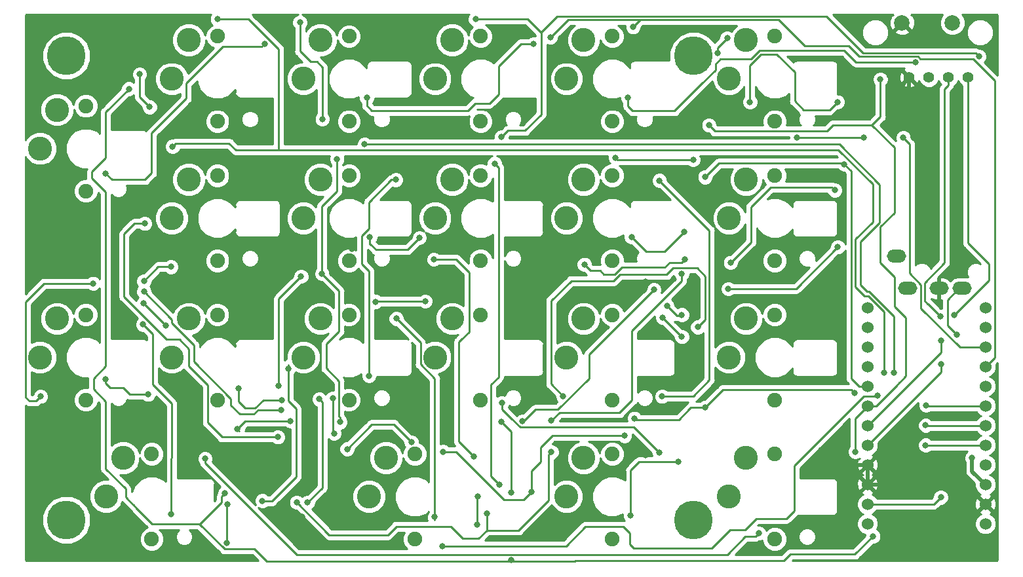
<source format=gbr>
G04 #@! TF.GenerationSoftware,KiCad,Pcbnew,(5.1.5)-3*
G04 #@! TF.CreationDate,2021-03-06T01:33:25+09:00*
G04 #@! TF.ProjectId,Setta21,53657474-6132-4312-9e6b-696361645f70,rev?*
G04 #@! TF.SameCoordinates,Original*
G04 #@! TF.FileFunction,Copper,L1,Top*
G04 #@! TF.FilePolarity,Positive*
%FSLAX46Y46*%
G04 Gerber Fmt 4.6, Leading zero omitted, Abs format (unit mm)*
G04 Created by KiCad (PCBNEW (5.1.5)-3) date 2021-03-06 01:33:25*
%MOMM*%
%LPD*%
G04 APERTURE LIST*
%ADD10C,1.524000*%
%ADD11C,1.900000*%
%ADD12C,3.100000*%
%ADD13O,2.500000X1.700000*%
%ADD14C,1.397000*%
%ADD15C,2.000000*%
%ADD16C,5.000000*%
%ADD17C,0.800000*%
%ADD18C,0.250000*%
%ADD19C,0.500000*%
%ADD20C,0.254000*%
G04 APERTURE END LIST*
D10*
X172493600Y-124528000D03*
X172493600Y-121988000D03*
X172493600Y-119448000D03*
X172493600Y-116908000D03*
X172493600Y-114368000D03*
X172493600Y-111828000D03*
X172493600Y-109288000D03*
X172493600Y-106748000D03*
X172493600Y-104208000D03*
X172493600Y-101668000D03*
X172493600Y-99128000D03*
X172493600Y-96588000D03*
X187713600Y-96588000D03*
X187713600Y-99128000D03*
X187713600Y-101668000D03*
X187713600Y-104208000D03*
X187713600Y-106748000D03*
X187713600Y-109288000D03*
X187713600Y-111828000D03*
X187713600Y-114368000D03*
X187713600Y-116908000D03*
X187713600Y-119448000D03*
X187713600Y-121988000D03*
X187713600Y-124528000D03*
D11*
X71500000Y-81500000D03*
X71500000Y-70500000D03*
D12*
X65600000Y-76000000D03*
X67800000Y-71000000D03*
D11*
X114000000Y-126500000D03*
X114000000Y-115500000D03*
D12*
X108100000Y-121000000D03*
X110300000Y-116000000D03*
D11*
X88500000Y-108500000D03*
X88500000Y-97500000D03*
D12*
X82600000Y-103000000D03*
X84800000Y-98000000D03*
D11*
X139500000Y-72500000D03*
X139500000Y-61500000D03*
D12*
X133600000Y-67000000D03*
X135800000Y-62000000D03*
D11*
X160500000Y-126500000D03*
X160500000Y-115500000D03*
D12*
X154600000Y-121000000D03*
X156800000Y-116000000D03*
D11*
X160500000Y-108500000D03*
X160500000Y-97500000D03*
D12*
X154600000Y-103000000D03*
X156800000Y-98000000D03*
D11*
X160500000Y-90500000D03*
X160500000Y-79500000D03*
D12*
X154600000Y-85000000D03*
X156800000Y-80000000D03*
D11*
X71500000Y-108500000D03*
X71500000Y-97500000D03*
D12*
X65600000Y-103000000D03*
X67800000Y-98000000D03*
D11*
X88500000Y-72500000D03*
X88500000Y-61500000D03*
D12*
X82600000Y-67000000D03*
X84800000Y-62000000D03*
D13*
X176200000Y-89900000D03*
X177700000Y-94100000D03*
X181700000Y-94100000D03*
X184700000Y-94100000D03*
D14*
X177880000Y-66800000D03*
X180420000Y-66800000D03*
X182960000Y-66800000D03*
X185500000Y-66800000D03*
D15*
X176950000Y-59750000D03*
X183450000Y-59750000D03*
D11*
X80000000Y-126500000D03*
X80000000Y-115500000D03*
D12*
X74100000Y-121000000D03*
X76300000Y-116000000D03*
D11*
X88500000Y-90500000D03*
X88500000Y-79500000D03*
D12*
X82600000Y-85000000D03*
X84800000Y-80000000D03*
D11*
X105500000Y-72500000D03*
X105500000Y-61500000D03*
D12*
X99600000Y-67000000D03*
X101800000Y-62000000D03*
D11*
X105500000Y-90500000D03*
X105500000Y-79500000D03*
D12*
X99600000Y-85000000D03*
X101800000Y-80000000D03*
D11*
X105500000Y-108500000D03*
X105500000Y-97500000D03*
D12*
X99600000Y-103000000D03*
X101800000Y-98000000D03*
D11*
X122500000Y-72500000D03*
X122500000Y-61500000D03*
D12*
X116600000Y-67000000D03*
X118800000Y-62000000D03*
D11*
X122500000Y-90500000D03*
X122500000Y-79500000D03*
D12*
X116600000Y-85000000D03*
X118800000Y-80000000D03*
D11*
X122500000Y-108500000D03*
X122500000Y-97500000D03*
D12*
X116600000Y-103000000D03*
X118800000Y-98000000D03*
D11*
X139500000Y-90500000D03*
X139500000Y-79500000D03*
D12*
X133600000Y-85000000D03*
X135800000Y-80000000D03*
D11*
X139500000Y-108500000D03*
X139500000Y-97500000D03*
D12*
X133600000Y-103000000D03*
X135800000Y-98000000D03*
D11*
X139500000Y-126500000D03*
X139500000Y-115500000D03*
D12*
X133600000Y-121000000D03*
X135800000Y-116000000D03*
D11*
X160500000Y-72500000D03*
X160500000Y-61500000D03*
D12*
X154600000Y-67000000D03*
X156800000Y-62000000D03*
D16*
X150000000Y-64000000D03*
X150000000Y-124000000D03*
X69000000Y-64000000D03*
X69000000Y-124000000D03*
D17*
X77050000Y-68300000D03*
X89450000Y-120600000D03*
X126450000Y-129225000D03*
X174150000Y-67050000D03*
X170900000Y-115200000D03*
X173200000Y-126130362D03*
X125150000Y-111300001D03*
X126450000Y-120450000D03*
X152000000Y-73000000D03*
X72450000Y-93450000D03*
X65650000Y-108050000D03*
X146600010Y-96350000D03*
X144900000Y-94250000D03*
X115350000Y-95750000D03*
X108950000Y-95800000D03*
X103403237Y-108297842D03*
X103550000Y-112825000D03*
X96750000Y-109800000D03*
X127900000Y-111274999D03*
X168650000Y-88750000D03*
X79000000Y-94500000D03*
X154500000Y-94150000D03*
X148500000Y-97500000D03*
X117650000Y-115200000D03*
X105250000Y-114850000D03*
X141100000Y-113150000D03*
X142400000Y-110900000D03*
X170850000Y-107650000D03*
X113550000Y-113950000D03*
X91100000Y-112250000D03*
X97950000Y-111250000D03*
X129100000Y-120400000D03*
X151500000Y-109500000D03*
X89700000Y-127000000D03*
X89800000Y-122000000D03*
X78450000Y-66400000D03*
X79750000Y-70650000D03*
X79000000Y-93150000D03*
X82500000Y-91300000D03*
X79100000Y-85700000D03*
X151500000Y-79700000D03*
X131650000Y-111200000D03*
X98750000Y-121750000D03*
X96300000Y-113300000D03*
X131650000Y-115250000D03*
X123300000Y-123150000D03*
X169500000Y-78050000D03*
X148500000Y-92199999D03*
X81850000Y-98900000D03*
X78950000Y-96000000D03*
X97650000Y-104450000D03*
X94300000Y-121550000D03*
X96400000Y-106650000D03*
X99300000Y-92550000D03*
X101650000Y-108400000D03*
X100150000Y-121750000D03*
X124300000Y-77950000D03*
X124950000Y-119450000D03*
X121600000Y-115800000D03*
X122100000Y-121000000D03*
X116450000Y-90350000D03*
X122050000Y-124600000D03*
X149950000Y-77450000D03*
X139950000Y-77200000D03*
X148900000Y-90350000D03*
X135900000Y-91000000D03*
X150550000Y-99100000D03*
X133150000Y-108000000D03*
X168600000Y-70000000D03*
X157300000Y-70000000D03*
X154800000Y-90750000D03*
X168250000Y-81400000D03*
X105875929Y-88996277D03*
X70099999Y-89750000D03*
X138300000Y-88650000D03*
X99450000Y-123600000D03*
X159800000Y-88400000D03*
X143815000Y-115650000D03*
X143815000Y-93200000D03*
X160050000Y-100000000D03*
X114850000Y-61200000D03*
X80205000Y-113250000D03*
X69800000Y-105850000D03*
X68500000Y-110700000D03*
X110950000Y-120350000D03*
X145400000Y-109500000D03*
X123300000Y-88350000D03*
X91750000Y-91750000D03*
X138200000Y-70400000D03*
X180450000Y-73650000D03*
X84700000Y-115000000D03*
X142398959Y-113898959D03*
X166500000Y-115000000D03*
X178650000Y-64850000D03*
X141550000Y-69450000D03*
X181950000Y-121100000D03*
X184000000Y-100050000D03*
X94600000Y-62450000D03*
X74050000Y-79250000D03*
X79550000Y-107800000D03*
X74003541Y-105846459D03*
X82547219Y-123310165D03*
X78900000Y-98750000D03*
X86900000Y-116100000D03*
X158450000Y-125750000D03*
X91250000Y-107050000D03*
X96800000Y-108500000D03*
X129350000Y-62500000D03*
X107800000Y-69450000D03*
X114600000Y-87550000D03*
X108200000Y-87450000D03*
X111550000Y-80050000D03*
X108074990Y-105400000D03*
X111600000Y-98000000D03*
X116574990Y-123650000D03*
X145600000Y-115350000D03*
X125250000Y-108900000D03*
X148800000Y-86800000D03*
X142000000Y-87450000D03*
X145600000Y-80150000D03*
X145950000Y-108050000D03*
X146000000Y-97850000D03*
X141900000Y-123450000D03*
X148000000Y-116500000D03*
X148500000Y-100350000D03*
X173800000Y-107950000D03*
X117550000Y-127400000D03*
X180000000Y-114350000D03*
X82700000Y-75750000D03*
X88500000Y-59300000D03*
X174650000Y-104950000D03*
X180000000Y-111800000D03*
X180050000Y-109200000D03*
X107500000Y-75474999D03*
X175875000Y-104950000D03*
X104350000Y-111365000D03*
X102000000Y-92200000D03*
X103950000Y-77350000D03*
X102050000Y-72200000D03*
X99150000Y-59700000D03*
X125200000Y-74500000D03*
X121850000Y-59300000D03*
X186900000Y-64100000D03*
X131550000Y-61600000D03*
X142200000Y-60299999D03*
X163400000Y-74600000D03*
X154350000Y-61750000D03*
X177100000Y-74600000D03*
X172000000Y-74600000D03*
X153150000Y-63650000D03*
X186000000Y-116000000D03*
X182000010Y-100850000D03*
X181900000Y-97700000D03*
X182000010Y-103850000D03*
X183700000Y-97550000D03*
D18*
X86255343Y-124525001D02*
X87825010Y-122955334D01*
X126325000Y-129350000D02*
X126450000Y-129225000D01*
X173050000Y-73000000D02*
X174150000Y-71900000D01*
X174150000Y-71900000D02*
X174150000Y-67050000D01*
X122100000Y-129350000D02*
X126325000Y-129350000D01*
X172493600Y-109288000D02*
X170900000Y-110881600D01*
X170900000Y-110881600D02*
X170900000Y-115200000D01*
X172493600Y-109288000D02*
X173571230Y-109288000D01*
X77674999Y-122116001D02*
X78208998Y-122650000D01*
X78208998Y-122650000D02*
X80083999Y-124525001D01*
X108100000Y-129350000D02*
X94850000Y-129350000D01*
X108100000Y-129350000D02*
X122100000Y-129350000D01*
X176600001Y-106259229D02*
X176200000Y-106659230D01*
X176200000Y-106659230D02*
X176600000Y-106259230D01*
X76650000Y-121091002D02*
X78208998Y-122650000D01*
X76650000Y-120000000D02*
X76650000Y-121091002D01*
X74074990Y-108674990D02*
X74074990Y-117424990D01*
X72500000Y-105750000D02*
X72500000Y-107100000D01*
X74074990Y-104175010D02*
X72500000Y-105750000D01*
X77050000Y-68300000D02*
X74074990Y-71275010D01*
X74074990Y-71275010D02*
X74074990Y-77225010D01*
X72500000Y-107100000D02*
X74074990Y-108674990D01*
X74074990Y-77225010D02*
X72300000Y-79000000D01*
X72300000Y-79000000D02*
X72300000Y-79825010D01*
X74074990Y-117424990D02*
X76650000Y-120000000D01*
X72300000Y-79825010D02*
X74074990Y-81600000D01*
X74074990Y-81600000D02*
X74074990Y-104175010D01*
X89426998Y-127800000D02*
X86150000Y-124523002D01*
X93300000Y-127800000D02*
X89426998Y-127800000D01*
X94850000Y-129350000D02*
X93300000Y-127800000D01*
X85801999Y-124523002D02*
X85800000Y-124525001D01*
X86150000Y-124523002D02*
X85801999Y-124523002D01*
X80083999Y-124525001D02*
X85800000Y-124525001D01*
X85800000Y-124525001D02*
X86255343Y-124525001D01*
X170856950Y-128473412D02*
X173200000Y-126130362D01*
X173571230Y-109288000D02*
X175609230Y-107250000D01*
X175609230Y-107250000D02*
X176200000Y-106659230D01*
X126450000Y-112600001D02*
X125549999Y-111700000D01*
X126399999Y-112550000D02*
X125549999Y-111700000D01*
X125549999Y-111700000D02*
X125150000Y-111300001D01*
X126450000Y-112600001D02*
X125150000Y-111300001D01*
X126450000Y-120450000D02*
X126450000Y-112600001D01*
X89050001Y-120999999D02*
X89450000Y-120600000D01*
X89050001Y-121730343D02*
X89050001Y-120999999D01*
X86257342Y-124523002D02*
X89050001Y-121730343D01*
X86150000Y-124523002D02*
X86257342Y-124523002D01*
X177450000Y-97900000D02*
X177450000Y-105409230D01*
X177450000Y-105409230D02*
X175609230Y-107250000D01*
X173050000Y-73000000D02*
X175950000Y-75900000D01*
X175950000Y-75900000D02*
X175950000Y-84295822D01*
X175950000Y-84295822D02*
X174150000Y-86095822D01*
X174150000Y-86095822D02*
X174150000Y-90800000D01*
X175950000Y-96400000D02*
X176300000Y-96750000D01*
X175950000Y-92600000D02*
X175950000Y-96400000D01*
X176300000Y-96750000D02*
X177450000Y-97900000D01*
X176150000Y-96600000D02*
X176300000Y-96750000D01*
X174150000Y-90800000D02*
X175950000Y-92600000D01*
X161673412Y-129300000D02*
X162500000Y-128473412D01*
X134750000Y-129300000D02*
X161673412Y-129300000D01*
X134700000Y-129350000D02*
X134750000Y-129300000D01*
X122100000Y-129350000D02*
X134700000Y-129350000D01*
X162500000Y-128473412D02*
X170856950Y-128473412D01*
X152775001Y-73775001D02*
X152000000Y-73000000D01*
X167224999Y-73775001D02*
X152775001Y-73775001D01*
X173050000Y-73000000D02*
X168000000Y-73000000D01*
X168000000Y-73000000D02*
X167224999Y-73775001D01*
X72450000Y-93450000D02*
X71884315Y-93450000D01*
X71884315Y-93450000D02*
X66100000Y-93450000D01*
X63724999Y-95825001D02*
X63724999Y-108174999D01*
X66100000Y-93450000D02*
X63724999Y-95825001D01*
X63724999Y-108174999D02*
X64200000Y-108650000D01*
X64200000Y-108650000D02*
X65050000Y-108650000D01*
X65050000Y-108650000D02*
X65650000Y-108050000D01*
X147900010Y-97650000D02*
X146600010Y-96350000D01*
X132498012Y-109724990D02*
X136500000Y-105723002D01*
X128055074Y-111274999D02*
X129605083Y-109724990D01*
X129605083Y-109724990D02*
X132498012Y-109724990D01*
X136500000Y-102650000D02*
X137550000Y-101600000D01*
X136500000Y-105723002D02*
X136500000Y-102650000D01*
X144900000Y-94250000D02*
X137550000Y-101600000D01*
X137550000Y-101600000D02*
X137174999Y-101975001D01*
X115350000Y-95750000D02*
X109000000Y-95750000D01*
X109000000Y-95750000D02*
X108950000Y-95800000D01*
X103403237Y-108297842D02*
X103403237Y-112678237D01*
X103403237Y-112678237D02*
X103550000Y-112825000D01*
X128055074Y-111274999D02*
X127900000Y-111274999D01*
X168650000Y-88750000D02*
X163250000Y-94150000D01*
X93200000Y-110350000D02*
X93750000Y-109800000D01*
X85450000Y-101425002D02*
X85450000Y-103562998D01*
X91400000Y-110350000D02*
X93200000Y-110350000D01*
X85450000Y-103562998D02*
X90250000Y-108362998D01*
X90250000Y-108362998D02*
X90250000Y-109200000D01*
X93750000Y-109800000D02*
X96750000Y-109800000D01*
X90250000Y-109200000D02*
X91400000Y-110350000D01*
X82600000Y-98100000D02*
X82600000Y-98575002D01*
X79000000Y-94500000D02*
X82600000Y-98100000D01*
X82600000Y-98575002D02*
X85450000Y-101425002D01*
X163250000Y-94150000D02*
X154500000Y-94150000D01*
X147900010Y-97650000D02*
X148350000Y-97650000D01*
X148350000Y-97650000D02*
X148500000Y-97500000D01*
X170850000Y-107650000D02*
X170424999Y-107224999D01*
X111300000Y-111700000D02*
X113550000Y-113950000D01*
X108400000Y-111700000D02*
X111300000Y-111700000D01*
X105250000Y-114850000D02*
X108400000Y-111700000D01*
X91350000Y-112500000D02*
X91100000Y-112250000D01*
X92100000Y-111250000D02*
X91100000Y-112250000D01*
X92550000Y-111250000D02*
X92100000Y-111250000D01*
X97950000Y-111250000D02*
X92550000Y-111250000D01*
X119300000Y-115200000D02*
X117650000Y-115200000D01*
X124892000Y-120792000D02*
X119300000Y-115200000D01*
X124892000Y-120800000D02*
X124892000Y-120792000D01*
X134400000Y-113150000D02*
X141100000Y-113150000D01*
X131750000Y-113150000D02*
X134400000Y-113150000D01*
X130300000Y-114600000D02*
X131750000Y-113150000D01*
X130300000Y-116500000D02*
X130300000Y-114600000D01*
X129100000Y-117700000D02*
X130300000Y-116500000D01*
X129100000Y-120400000D02*
X129100000Y-117700000D01*
X128050000Y-121450000D02*
X129100000Y-120400000D01*
X125542000Y-121450000D02*
X128050000Y-121450000D01*
X125542000Y-121450000D02*
X124892000Y-120800000D01*
X142550000Y-111050000D02*
X142400000Y-110900000D01*
X143000000Y-111050000D02*
X148100000Y-111050000D01*
X143000000Y-111050000D02*
X142550000Y-111050000D01*
X149650000Y-109500000D02*
X151500000Y-109500000D01*
X149500000Y-109650000D02*
X149650000Y-109500000D01*
X148100000Y-111050000D02*
X149500000Y-109650000D01*
X153775001Y-107224999D02*
X154000000Y-107224999D01*
X151500000Y-109500000D02*
X153775001Y-107224999D01*
X170424999Y-107224999D02*
X154000000Y-107224999D01*
X89700000Y-127000000D02*
X89700000Y-122100000D01*
X89700000Y-122100000D02*
X89800000Y-122000000D01*
X78600000Y-66400000D02*
X78450000Y-66400000D01*
X78450000Y-69350000D02*
X78450000Y-66400000D01*
X79750000Y-70650000D02*
X78450000Y-69350000D01*
X79000000Y-93150000D02*
X80850000Y-91300000D01*
X80850000Y-91300000D02*
X82500000Y-91300000D01*
X102950000Y-125950000D02*
X98750000Y-121750000D01*
X104200000Y-125950000D02*
X102950000Y-125950000D01*
X104200000Y-125950000D02*
X104050000Y-125950000D01*
X84800000Y-104137000D02*
X87224999Y-106561999D01*
X79100000Y-85700000D02*
X77799990Y-85700000D01*
X84800000Y-101900000D02*
X84800000Y-104137000D01*
X77799990Y-85700000D02*
X76449990Y-87050000D01*
X76449990Y-87050000D02*
X76449990Y-95172992D01*
X76449990Y-95172992D02*
X81950000Y-100673002D01*
X81950000Y-100673002D02*
X83573002Y-100673002D01*
X83573002Y-100673002D02*
X84800000Y-101900000D01*
X120200000Y-126425001D02*
X122224999Y-126425001D01*
X118624999Y-124850000D02*
X120200000Y-126425001D01*
X111600000Y-124850000D02*
X118624999Y-124850000D01*
X110500000Y-125950000D02*
X111600000Y-124850000D01*
X104200000Y-125950000D02*
X110500000Y-125950000D01*
X89074999Y-113300000D02*
X96300000Y-113300000D01*
X87224999Y-111450000D02*
X89074999Y-113300000D01*
X87224999Y-106561999D02*
X87224999Y-111450000D01*
X131250001Y-117899999D02*
X131250001Y-118200000D01*
X131250001Y-118200000D02*
X131250001Y-115649999D01*
X131250001Y-115649999D02*
X131650000Y-115250000D01*
X171415970Y-106748000D02*
X172493600Y-106748000D01*
X170375001Y-105707031D02*
X171415970Y-106748000D01*
X170375001Y-78925001D02*
X170375001Y-105707031D01*
X123300000Y-125350000D02*
X123300000Y-123150000D01*
X122224999Y-126425001D02*
X123300000Y-125350000D01*
X123300000Y-125350000D02*
X124575001Y-125350000D01*
X131250001Y-121499999D02*
X131250001Y-121000000D01*
X127400000Y-125350000D02*
X131250001Y-121499999D01*
X123300000Y-125350000D02*
X127400000Y-125350000D01*
X131250001Y-118200000D02*
X131250001Y-121000000D01*
X131250001Y-121000000D02*
X131250001Y-121123001D01*
X142051999Y-108550000D02*
X142051999Y-99548001D01*
X140427000Y-110174999D02*
X142051999Y-108550000D01*
X132675001Y-110174999D02*
X140427000Y-110174999D01*
X131650000Y-111200000D02*
X132675001Y-110174999D01*
X153300000Y-77900000D02*
X151500000Y-79700000D01*
X169350000Y-77900000D02*
X169500000Y-78050000D01*
X153300000Y-77900000D02*
X169350000Y-77900000D01*
X169500000Y-78050000D02*
X170375001Y-78925001D01*
X148500000Y-93100000D02*
X148500000Y-92199999D01*
X142051999Y-99548001D02*
X148500000Y-93100000D01*
X81850000Y-98900000D02*
X78950000Y-96000000D01*
X78950000Y-96000000D02*
X78900000Y-95950000D01*
X97650000Y-103950000D02*
X97650000Y-104450000D01*
X98675001Y-109675001D02*
X97650000Y-108650000D01*
X98675001Y-118424999D02*
X98675001Y-109675001D01*
X95550000Y-121550000D02*
X98675001Y-118424999D01*
X94300000Y-121550000D02*
X95550000Y-121550000D01*
X97650000Y-104450000D02*
X97650000Y-108650000D01*
X96400000Y-95450000D02*
X96400000Y-97650000D01*
X99300000Y-92550000D02*
X96400000Y-95450000D01*
X96400000Y-106650000D02*
X96400000Y-97650000D01*
X102000000Y-108750000D02*
X101650000Y-108400000D01*
X100150000Y-121750000D02*
X102050000Y-119850000D01*
X102049999Y-108799999D02*
X101650000Y-108400000D01*
X102050000Y-119850000D02*
X102049999Y-108799999D01*
X124825001Y-78475001D02*
X124300000Y-77950000D01*
X124825001Y-105574999D02*
X124825001Y-78475001D01*
X123850000Y-106550000D02*
X124825001Y-105574999D01*
X124950000Y-119450000D02*
X123850000Y-118350000D01*
X123850000Y-118350000D02*
X123850000Y-112700000D01*
X123850000Y-114200000D02*
X123850000Y-112700000D01*
X123850000Y-112700000D02*
X123850000Y-106550000D01*
X119350000Y-90350000D02*
X116450000Y-90350000D01*
X119700001Y-113900001D02*
X119700001Y-100975000D01*
X121600000Y-115800000D02*
X119700001Y-113900001D01*
X120000000Y-100675001D02*
X120024999Y-100675001D01*
X119700001Y-100975000D02*
X120000000Y-100675001D01*
X120024999Y-100675001D02*
X121000000Y-99700000D01*
X121000000Y-92000000D02*
X119350000Y-90350000D01*
X121000000Y-99700000D02*
X121000000Y-92000000D01*
X122050000Y-121050000D02*
X122100000Y-121000000D01*
X122050000Y-124600000D02*
X122050000Y-121050000D01*
X149950000Y-77450000D02*
X140200000Y-77450000D01*
X140200000Y-77450000D02*
X139950000Y-77200000D01*
X148500001Y-90749999D02*
X148900000Y-90350000D01*
X146900000Y-90749999D02*
X148500001Y-90749999D01*
X146299999Y-91350000D02*
X146900000Y-90749999D01*
X136675001Y-91775001D02*
X137925001Y-91775001D01*
X135900000Y-91000000D02*
X136675001Y-91775001D01*
X137925001Y-91775001D02*
X138400000Y-92250000D01*
X138400000Y-92250000D02*
X139850000Y-92250000D01*
X139850000Y-92250000D02*
X140750000Y-91350000D01*
X140750000Y-91350000D02*
X146299999Y-91350000D01*
X139700000Y-93100000D02*
X134200000Y-93100000D01*
X134200000Y-93100000D02*
X131600000Y-95700000D01*
X131600000Y-95700000D02*
X131600000Y-106450000D01*
X131600000Y-106450000D02*
X133150000Y-108000000D01*
X140500000Y-92300000D02*
X146550000Y-92300000D01*
X139700000Y-93100000D02*
X140500000Y-92300000D01*
X146550000Y-92300000D02*
X147375001Y-91474999D01*
X147375001Y-91474999D02*
X148000000Y-91474999D01*
X148000000Y-91474999D02*
X149748001Y-91474999D01*
X150474999Y-91474999D02*
X148000000Y-91474999D01*
X151500000Y-92500000D02*
X150474999Y-91474999D01*
X151500000Y-98150000D02*
X151500000Y-92500000D01*
X150550000Y-99100000D02*
X151500000Y-98150000D01*
X167600000Y-71000000D02*
X168600000Y-70000000D01*
X164200000Y-71000000D02*
X167600000Y-71000000D01*
X157300000Y-65250000D02*
X158750000Y-63800000D01*
X157300000Y-70000000D02*
X157300000Y-65250000D01*
X158750000Y-63800000D02*
X160741002Y-63800000D01*
X160741002Y-63800000D02*
X163074990Y-66133988D01*
X163074990Y-66133988D02*
X163074990Y-69874990D01*
X163074990Y-69874990D02*
X164200000Y-71000000D01*
X157400000Y-83600000D02*
X157400000Y-88150000D01*
X157400000Y-88150000D02*
X154800000Y-90750000D01*
X159999999Y-81000001D02*
X159500000Y-81500000D01*
X167850001Y-81000001D02*
X159999999Y-81000001D01*
X168250000Y-81400000D02*
X167850001Y-81000001D01*
X159500000Y-81500000D02*
X157400000Y-83600000D01*
D19*
X172493600Y-116908000D02*
X170708000Y-116908000D01*
X172493600Y-119448000D02*
X172493600Y-116908000D01*
X185173600Y-119448000D02*
X187713600Y-121988000D01*
X172493600Y-119448000D02*
X185173600Y-119448000D01*
X69800000Y-105850000D02*
X69800000Y-109400000D01*
X69800000Y-109400000D02*
X68500000Y-110700000D01*
X177880000Y-71080000D02*
X177880000Y-66800000D01*
X177900000Y-71100000D02*
X177880000Y-71080000D01*
X180050001Y-73250001D02*
X178450000Y-71650000D01*
X180450000Y-73650000D02*
X180050001Y-73250001D01*
X179200000Y-72400000D02*
X178450000Y-71650000D01*
X178450000Y-71650000D02*
X177900000Y-71100000D01*
X143815000Y-115650000D02*
X143815000Y-115315000D01*
X143815000Y-115315000D02*
X142398959Y-113898959D01*
X166500000Y-115000000D02*
X168800000Y-115000000D01*
X170708000Y-116908000D02*
X168800000Y-115000000D01*
D18*
X171000000Y-64850000D02*
X169500000Y-63350000D01*
X178650000Y-64850000D02*
X171000000Y-64850000D01*
X141550000Y-69450000D02*
X141550000Y-70550000D01*
X141550000Y-70550000D02*
X142131002Y-71131002D01*
X142131002Y-71131002D02*
X147550000Y-71131002D01*
X169500000Y-63350000D02*
X168000000Y-63350000D01*
X168500000Y-63350000D02*
X168000000Y-63350000D01*
X152850000Y-65831002D02*
X151000000Y-67681002D01*
X152850000Y-65100000D02*
X152850000Y-65831002D01*
X147550000Y-71131002D02*
X151000000Y-67681002D01*
X168000000Y-63350000D02*
X158563590Y-63350000D01*
X158563590Y-63350000D02*
X157463590Y-64450000D01*
X157463590Y-64450000D02*
X153500000Y-64450000D01*
X151000000Y-67681002D02*
X151100000Y-67581002D01*
X153500000Y-64450000D02*
X152850000Y-65100000D01*
X172555600Y-122050000D02*
X172493600Y-121988000D01*
X184300000Y-94100000D02*
X182850000Y-95550000D01*
X184700000Y-94100000D02*
X184300000Y-94100000D01*
X182850000Y-98900000D02*
X182850000Y-97450000D01*
X182850000Y-95550000D02*
X182850000Y-97450000D01*
X184000000Y-100050000D02*
X182850000Y-98900000D01*
X181062000Y-121988000D02*
X181950000Y-121100000D01*
X172493600Y-121988000D02*
X181062000Y-121988000D01*
X84475001Y-67583997D02*
X89208999Y-62849999D01*
X89208999Y-62849999D02*
X94200001Y-62849999D01*
X74050000Y-79250000D02*
X74850000Y-80050000D01*
X94200001Y-62849999D02*
X94600000Y-62450000D01*
X74850000Y-80050000D02*
X79150000Y-80050000D01*
X79150000Y-80050000D02*
X80000000Y-79200000D01*
X80000000Y-79200000D02*
X80000000Y-74024998D01*
X80000000Y-74024998D02*
X84475001Y-69549997D01*
X84475001Y-69549997D02*
X84475001Y-67583997D01*
X77200000Y-107800000D02*
X79550000Y-107800000D01*
X76300000Y-106900000D02*
X77200000Y-107800000D01*
X74600000Y-106900000D02*
X76300000Y-106900000D01*
X74003541Y-106303541D02*
X74600000Y-106900000D01*
X74003541Y-105846459D02*
X74003541Y-106303541D01*
X80150000Y-106550000D02*
X80150000Y-100000000D01*
X82574990Y-108974990D02*
X80150000Y-106550000D01*
X82574990Y-123274990D02*
X82547219Y-123310165D01*
X82547219Y-123310165D02*
X82574990Y-108974990D01*
X80150000Y-100000000D02*
X78900000Y-98750000D01*
X86900000Y-116665685D02*
X98734315Y-128500000D01*
X86900000Y-116100000D02*
X86900000Y-116665685D01*
X158050001Y-126149999D02*
X158450000Y-125750000D01*
X156700001Y-126149999D02*
X158050001Y-126149999D01*
X154350000Y-128500000D02*
X156700001Y-126149999D01*
X154000000Y-128500000D02*
X154350000Y-128500000D01*
X98734315Y-128500000D02*
X154000000Y-128500000D01*
X92100000Y-109550000D02*
X91250000Y-108700000D01*
X91250000Y-107050000D02*
X91250000Y-108700000D01*
X93363590Y-109550000D02*
X92100000Y-109550000D01*
X94413590Y-108500000D02*
X93363590Y-109550000D01*
X96800000Y-108500000D02*
X94413590Y-108500000D01*
X127719656Y-62500000D02*
X129350000Y-62500000D01*
X124825001Y-65394655D02*
X127719656Y-62500000D01*
X124825001Y-68974999D02*
X124825001Y-65394655D01*
X107800000Y-69450000D02*
X107800000Y-70450000D01*
X107800000Y-70450000D02*
X108450000Y-71100000D01*
X108450000Y-71100000D02*
X120850000Y-71100000D01*
X120850000Y-71100000D02*
X121800000Y-70150000D01*
X121800000Y-70150000D02*
X123650000Y-70150000D01*
X123650000Y-70150000D02*
X124825001Y-68974999D01*
X108200000Y-88350000D02*
X108250000Y-88350000D01*
X108200000Y-87450000D02*
X108200000Y-88350000D01*
X109000000Y-89100000D02*
X113050000Y-89100000D01*
X108250000Y-88350000D02*
X109000000Y-89100000D01*
X114600000Y-87550000D02*
X113050000Y-89100000D01*
X111550000Y-80050000D02*
X110984315Y-80050000D01*
X108074990Y-82959325D02*
X108074990Y-86325010D01*
X108074990Y-86325010D02*
X107150000Y-87250000D01*
X107150000Y-87250000D02*
X107150000Y-90925010D01*
X110984315Y-80050000D02*
X108074990Y-82959325D01*
X107150000Y-90925010D02*
X108074990Y-91850000D01*
X108074990Y-91850000D02*
X108074990Y-105400000D01*
X114724999Y-103900001D02*
X116574990Y-105749992D01*
X111600000Y-98000000D02*
X114724999Y-101124999D01*
X114724999Y-101124999D02*
X114724999Y-103900001D01*
X116574990Y-123650000D02*
X116574990Y-124024990D01*
X116574990Y-105749992D02*
X116574990Y-123650000D01*
X127601999Y-112050000D02*
X142300000Y-112050000D01*
X145600000Y-115350000D02*
X142300000Y-112050000D01*
X125250000Y-109698001D02*
X126451999Y-110900000D01*
X125250000Y-108900000D02*
X125250000Y-109698001D01*
X126150000Y-110598001D02*
X126451999Y-110900000D01*
X126451999Y-110900000D02*
X127601999Y-112050000D01*
X143850000Y-89300000D02*
X146300000Y-89300000D01*
X142000000Y-87450000D02*
X143850000Y-89300000D01*
X148800000Y-86800000D02*
X146300000Y-89300000D01*
X149950000Y-108050000D02*
X145950000Y-108050000D01*
X152050000Y-105950000D02*
X149950000Y-108050000D01*
X152050000Y-86600000D02*
X151950000Y-86500000D01*
X152050000Y-105950000D02*
X152050000Y-86600000D01*
X145600000Y-80150000D02*
X151950000Y-86500000D01*
X141900000Y-123450000D02*
X141900000Y-117600000D01*
X141900000Y-117600000D02*
X143000000Y-116500000D01*
X146500000Y-116500000D02*
X148000000Y-116500000D01*
X146500000Y-116500000D02*
X147000000Y-116500000D01*
X143000000Y-116500000D02*
X146500000Y-116500000D01*
X146000000Y-97850000D02*
X148500000Y-100350000D01*
X187713600Y-114368000D02*
X180018000Y-114368000D01*
X180018000Y-114368000D02*
X180000000Y-114350000D01*
X133524999Y-127400000D02*
X117550000Y-127400000D01*
X140924999Y-124874999D02*
X136050000Y-124874999D01*
X141750000Y-125700000D02*
X140924999Y-124874999D01*
X141750000Y-127150000D02*
X141750000Y-125700000D01*
X142300000Y-127700000D02*
X141750000Y-127150000D01*
X152324998Y-127700000D02*
X142300000Y-127700000D01*
X156650000Y-125300000D02*
X154724998Y-125300000D01*
X158100000Y-123850000D02*
X156650000Y-125300000D01*
X173800000Y-107950000D02*
X173750000Y-108000000D01*
X173750000Y-108000000D02*
X172000000Y-108000000D01*
X136050000Y-124874999D02*
X133524999Y-127400000D01*
X172000000Y-108000000D02*
X163000000Y-117000000D01*
X163000000Y-117000000D02*
X163000000Y-122850000D01*
X154724998Y-125300000D02*
X152324998Y-127700000D01*
X163000000Y-122850000D02*
X162000000Y-123850000D01*
X162000000Y-123850000D02*
X158100000Y-123850000D01*
X90000001Y-75350001D02*
X90850000Y-76200000D01*
X83099999Y-75350001D02*
X90000001Y-75350001D01*
X82700000Y-75750000D02*
X83099999Y-75350001D01*
X92523002Y-59300000D02*
X88500000Y-59300000D01*
X96400000Y-63176998D02*
X92523002Y-59300000D01*
X96400000Y-76200000D02*
X96400000Y-63176998D01*
X90850000Y-76200000D02*
X96400000Y-76200000D01*
X187713600Y-111828000D02*
X180028000Y-111828000D01*
X180028000Y-111828000D02*
X180000000Y-111800000D01*
X174650000Y-97135638D02*
X174650000Y-104950000D01*
X172614362Y-95100000D02*
X174650000Y-97135638D01*
X96400000Y-76200000D02*
X168723002Y-76200000D01*
X168723002Y-76200000D02*
X173150000Y-80626998D01*
X173150000Y-80626998D02*
X173150000Y-85500000D01*
X173150000Y-85500000D02*
X170900000Y-87750000D01*
X170900000Y-93900000D02*
X172100000Y-95100000D01*
X172100000Y-95100000D02*
X172614362Y-95100000D01*
X170900000Y-87750000D02*
X170900000Y-93900000D01*
X104350000Y-111365000D02*
X104350000Y-110750000D01*
X104224999Y-110624999D02*
X104224999Y-106074999D01*
X104350000Y-110750000D02*
X104224999Y-110624999D01*
X104224999Y-106074999D02*
X102550000Y-104400000D01*
X102550000Y-104400000D02*
X102550000Y-101300000D01*
X104224999Y-99625001D02*
X104224999Y-94775001D01*
X102550000Y-101300000D02*
X104224999Y-99625001D01*
X104224999Y-94775001D02*
X104224999Y-94424999D01*
X104224999Y-94424999D02*
X102000000Y-92200000D01*
X102000000Y-92200000D02*
X102000000Y-91634315D01*
X102000000Y-84100000D02*
X102000000Y-83450000D01*
X102000000Y-84100000D02*
X102000000Y-83850000D01*
X102000000Y-91634315D02*
X102000000Y-84100000D01*
X102000000Y-83450000D02*
X103950000Y-81500000D01*
X103950000Y-81500000D02*
X103950000Y-77350000D01*
X180138000Y-109288000D02*
X180050000Y-109200000D01*
X187713600Y-109288000D02*
X180138000Y-109288000D01*
X168834411Y-75474999D02*
X107500000Y-75474999D01*
X174009412Y-80650000D02*
X168834411Y-75474999D01*
X174009412Y-85600000D02*
X174009412Y-80650000D01*
X175875000Y-104950000D02*
X175875000Y-97724228D01*
X175875000Y-97724228D02*
X172650772Y-94500000D01*
X171550000Y-88059412D02*
X174009412Y-85600000D01*
X171550000Y-93650000D02*
X172400000Y-94500000D01*
X172650772Y-94500000D02*
X172400000Y-94500000D01*
X171550000Y-93650000D02*
X171550000Y-88059412D01*
X102050000Y-65500000D02*
X102050000Y-72200000D01*
X101350000Y-64800000D02*
X102050000Y-65500000D01*
X100525002Y-64800000D02*
X101350000Y-64800000D01*
X99150000Y-63424998D02*
X100525002Y-64800000D01*
X99150000Y-59700000D02*
X99150000Y-63424998D01*
X130325010Y-61074990D02*
X128550020Y-59300000D01*
X128550020Y-59300000D02*
X121850000Y-59300000D01*
X167150000Y-58900000D02*
X171924989Y-63674989D01*
X132350000Y-58900000D02*
X167150000Y-58900000D01*
X130325010Y-60924990D02*
X132350000Y-58900000D01*
X130325010Y-61074990D02*
X130325010Y-60924990D01*
X126000000Y-73700000D02*
X125200000Y-74500000D01*
X128250000Y-73700000D02*
X126000000Y-73700000D01*
X130325010Y-71624990D02*
X128250000Y-73700000D01*
X130325010Y-61074990D02*
X130325010Y-71624990D01*
X186474989Y-63674989D02*
X183900000Y-63674989D01*
X186900000Y-64100000D02*
X186474989Y-63674989D01*
X171924989Y-63674989D02*
X183900000Y-63674989D01*
X183900000Y-63674989D02*
X184324989Y-63674989D01*
X142599999Y-59900000D02*
X142200000Y-60299999D01*
X143131794Y-59368205D02*
X142599999Y-59900000D01*
X131550000Y-61600000D02*
X131949999Y-61200001D01*
X143731805Y-59350010D02*
X143750000Y-59368205D01*
X133799990Y-59350010D02*
X143731805Y-59350010D01*
X131550000Y-61600000D02*
X133799990Y-59350010D01*
X143750000Y-59368205D02*
X143131794Y-59368205D01*
X171424999Y-64124999D02*
X170050000Y-62750000D01*
X179323002Y-64450000D02*
X178998001Y-64124999D01*
X178998001Y-64124999D02*
X171424999Y-64124999D01*
X186150000Y-64450000D02*
X182400000Y-64450000D01*
X188900000Y-67200000D02*
X186150000Y-64450000D01*
X188900000Y-103021600D02*
X188900000Y-67200000D01*
X187713600Y-104208000D02*
X188900000Y-103021600D01*
X182964782Y-64450000D02*
X182400000Y-64450000D01*
X182400000Y-64450000D02*
X179323002Y-64450000D01*
X170050000Y-62750000D02*
X168500000Y-62750000D01*
X169050000Y-62750000D02*
X168500000Y-62750000D01*
X164381795Y-62750000D02*
X161000000Y-59368205D01*
X164500000Y-62750000D02*
X164381795Y-62750000D01*
X161000000Y-59368205D02*
X143750000Y-59368205D01*
X168500000Y-62750000D02*
X164500000Y-62750000D01*
X164400000Y-74600000D02*
X172000000Y-74600000D01*
X153150000Y-62950000D02*
X154350000Y-61750000D01*
X153150000Y-63650000D02*
X153150000Y-62950000D01*
X177900000Y-75400000D02*
X177100000Y-74600000D01*
X177900000Y-92150000D02*
X177900000Y-75400000D01*
X186635970Y-101668000D02*
X186578969Y-101725001D01*
X186578969Y-101725001D02*
X184425001Y-101725001D01*
X187713600Y-101668000D02*
X186635970Y-101668000D01*
X184425001Y-101725001D02*
X179350000Y-96650000D01*
X179350000Y-96650000D02*
X179350000Y-93600000D01*
X179350000Y-93600000D02*
X177900000Y-92150000D01*
X164400000Y-74600000D02*
X163400000Y-74600000D01*
D19*
X187713600Y-119448000D02*
X186000000Y-117734400D01*
X186000000Y-117734400D02*
X186000000Y-116000000D01*
D18*
X182000010Y-102321590D02*
X182000010Y-100850000D01*
X172493600Y-111828000D02*
X182000010Y-102321590D01*
X181900000Y-97700000D02*
X180300000Y-96100000D01*
X180300000Y-96100000D02*
X180250000Y-96100000D01*
X180250000Y-96100000D02*
X179850000Y-95700000D01*
X179850000Y-95700000D02*
X179850000Y-93350000D01*
X179850000Y-93350000D02*
X182425001Y-90774999D01*
X182425001Y-68322827D02*
X182425001Y-90774999D01*
X182960000Y-67787828D02*
X182425001Y-68322827D01*
X182960000Y-66800000D02*
X182960000Y-67787828D01*
X181911600Y-103938410D02*
X182000010Y-103850000D01*
X182000010Y-104861590D02*
X182000010Y-103850000D01*
X172493600Y-114368000D02*
X182000010Y-104861590D01*
X183700000Y-97550000D02*
X188200000Y-93050000D01*
X188200000Y-93050000D02*
X188200000Y-90950000D01*
X185500000Y-88250000D02*
X186050000Y-88800000D01*
X185500000Y-66800000D02*
X185500000Y-88250000D01*
X188200000Y-90950000D02*
X186050000Y-88800000D01*
D20*
G36*
X73314991Y-101088538D02*
G01*
X72992608Y-100766155D01*
X72024134Y-100365000D01*
X70975866Y-100365000D01*
X70007392Y-100766155D01*
X69266155Y-101507392D01*
X68865000Y-102475866D01*
X68865000Y-103524134D01*
X69266155Y-104492608D01*
X70007392Y-105233845D01*
X70975866Y-105635000D01*
X71747986Y-105635000D01*
X71740000Y-105675149D01*
X71740000Y-105675153D01*
X71725112Y-105750000D01*
X71740000Y-105824847D01*
X71740001Y-106915000D01*
X71184724Y-106915000D01*
X70602170Y-107156302D01*
X70156302Y-107602170D01*
X69915000Y-108184724D01*
X69915000Y-108815276D01*
X70156302Y-109397830D01*
X70602170Y-109843698D01*
X71184724Y-110085000D01*
X71815276Y-110085000D01*
X72397830Y-109843698D01*
X72843698Y-109397830D01*
X73085000Y-108815276D01*
X73085000Y-108759802D01*
X73314990Y-108989792D01*
X73314991Y-117350138D01*
X73300102Y-117424990D01*
X73359087Y-117721527D01*
X73480654Y-117903464D01*
X73527062Y-117972919D01*
X73590518Y-118015319D01*
X74390199Y-118815000D01*
X73665376Y-118815000D01*
X72862297Y-119147646D01*
X72247646Y-119762297D01*
X71915000Y-120565376D01*
X71915000Y-121434624D01*
X72247646Y-122237703D01*
X72862297Y-122852354D01*
X73665376Y-123185000D01*
X74534624Y-123185000D01*
X75337703Y-122852354D01*
X75952354Y-122237703D01*
X76177749Y-121693552D01*
X77409048Y-122924852D01*
X77724525Y-123240329D01*
X77724528Y-123240331D01*
X79482825Y-124998629D01*
X79102170Y-125156302D01*
X78656302Y-125602170D01*
X78415000Y-126184724D01*
X78415000Y-126815276D01*
X78656302Y-127397830D01*
X79102170Y-127843698D01*
X79684724Y-128085000D01*
X80315276Y-128085000D01*
X80897830Y-127843698D01*
X81343698Y-127397830D01*
X81585000Y-126815276D01*
X81585000Y-126184724D01*
X81343698Y-125602170D01*
X81026529Y-125285001D01*
X83529866Y-125285001D01*
X83237793Y-125577074D01*
X83065000Y-125994234D01*
X83065000Y-126445766D01*
X83237793Y-126862926D01*
X83557074Y-127182207D01*
X83974234Y-127355000D01*
X84425766Y-127355000D01*
X84842926Y-127182207D01*
X85162207Y-126862926D01*
X85335000Y-126445766D01*
X85335000Y-125994234D01*
X85162207Y-125577074D01*
X84870134Y-125285001D01*
X85725153Y-125285001D01*
X85800000Y-125299889D01*
X85843444Y-125291247D01*
X88836668Y-128284472D01*
X88879069Y-128347929D01*
X89130461Y-128515904D01*
X89352146Y-128560000D01*
X89352150Y-128560000D01*
X89426997Y-128574888D01*
X89501844Y-128560000D01*
X92985199Y-128560000D01*
X93740198Y-129315000D01*
X63783736Y-129315000D01*
X63685000Y-129216264D01*
X63685000Y-123376410D01*
X65865000Y-123376410D01*
X65865000Y-124623590D01*
X66342276Y-125775835D01*
X67224165Y-126657724D01*
X68376410Y-127135000D01*
X69623590Y-127135000D01*
X70775835Y-126657724D01*
X71657724Y-125775835D01*
X72135000Y-124623590D01*
X72135000Y-123376410D01*
X71657724Y-122224165D01*
X70775835Y-121342276D01*
X69623590Y-120865000D01*
X68376410Y-120865000D01*
X67224165Y-121342276D01*
X66342276Y-122224165D01*
X65865000Y-123376410D01*
X63685000Y-123376410D01*
X63685000Y-109219931D01*
X63903463Y-109365904D01*
X64125148Y-109410000D01*
X64125153Y-109410000D01*
X64200000Y-109424888D01*
X64274847Y-109410000D01*
X64975153Y-109410000D01*
X65050000Y-109424888D01*
X65124847Y-109410000D01*
X65124852Y-109410000D01*
X65346537Y-109365904D01*
X65597929Y-109197929D01*
X65640331Y-109134470D01*
X65689801Y-109085000D01*
X65855874Y-109085000D01*
X66236280Y-108927431D01*
X66527431Y-108636280D01*
X66685000Y-108255874D01*
X66685000Y-107844126D01*
X66527431Y-107463720D01*
X66236280Y-107172569D01*
X65855874Y-107015000D01*
X65444126Y-107015000D01*
X65063720Y-107172569D01*
X64772569Y-107463720D01*
X64615000Y-107844126D01*
X64615000Y-107890000D01*
X64514801Y-107890000D01*
X64484999Y-107860198D01*
X64484999Y-104903179D01*
X65165376Y-105185000D01*
X66034624Y-105185000D01*
X66837703Y-104852354D01*
X67452354Y-104237703D01*
X67785000Y-103434624D01*
X67785000Y-102565376D01*
X67452354Y-101762297D01*
X66837703Y-101147646D01*
X66034624Y-100815000D01*
X65165376Y-100815000D01*
X64484999Y-101096821D01*
X64484999Y-97565376D01*
X65615000Y-97565376D01*
X65615000Y-98434624D01*
X65947646Y-99237703D01*
X66562297Y-99852354D01*
X67365376Y-100185000D01*
X68234624Y-100185000D01*
X69037703Y-99852354D01*
X69652354Y-99237703D01*
X69985000Y-98434624D01*
X69985000Y-97984271D01*
X70156302Y-98397830D01*
X70602170Y-98843698D01*
X71184724Y-99085000D01*
X71815276Y-99085000D01*
X72397830Y-98843698D01*
X72843698Y-98397830D01*
X73085000Y-97815276D01*
X73085000Y-97184724D01*
X72843698Y-96602170D01*
X72397830Y-96156302D01*
X71815276Y-95915000D01*
X71184724Y-95915000D01*
X70602170Y-96156302D01*
X70156302Y-96602170D01*
X69915000Y-97184724D01*
X69915000Y-97396381D01*
X69652354Y-96762297D01*
X69037703Y-96147646D01*
X68234624Y-95815000D01*
X67365376Y-95815000D01*
X66562297Y-96147646D01*
X65947646Y-96762297D01*
X65615000Y-97565376D01*
X64484999Y-97565376D01*
X64484999Y-96139802D01*
X66414802Y-94210000D01*
X71746289Y-94210000D01*
X71863720Y-94327431D01*
X72244126Y-94485000D01*
X72655874Y-94485000D01*
X73036280Y-94327431D01*
X73314991Y-94048720D01*
X73314991Y-101088538D01*
G37*
X73314991Y-101088538D02*
X72992608Y-100766155D01*
X72024134Y-100365000D01*
X70975866Y-100365000D01*
X70007392Y-100766155D01*
X69266155Y-101507392D01*
X68865000Y-102475866D01*
X68865000Y-103524134D01*
X69266155Y-104492608D01*
X70007392Y-105233845D01*
X70975866Y-105635000D01*
X71747986Y-105635000D01*
X71740000Y-105675149D01*
X71740000Y-105675153D01*
X71725112Y-105750000D01*
X71740000Y-105824847D01*
X71740001Y-106915000D01*
X71184724Y-106915000D01*
X70602170Y-107156302D01*
X70156302Y-107602170D01*
X69915000Y-108184724D01*
X69915000Y-108815276D01*
X70156302Y-109397830D01*
X70602170Y-109843698D01*
X71184724Y-110085000D01*
X71815276Y-110085000D01*
X72397830Y-109843698D01*
X72843698Y-109397830D01*
X73085000Y-108815276D01*
X73085000Y-108759802D01*
X73314990Y-108989792D01*
X73314991Y-117350138D01*
X73300102Y-117424990D01*
X73359087Y-117721527D01*
X73480654Y-117903464D01*
X73527062Y-117972919D01*
X73590518Y-118015319D01*
X74390199Y-118815000D01*
X73665376Y-118815000D01*
X72862297Y-119147646D01*
X72247646Y-119762297D01*
X71915000Y-120565376D01*
X71915000Y-121434624D01*
X72247646Y-122237703D01*
X72862297Y-122852354D01*
X73665376Y-123185000D01*
X74534624Y-123185000D01*
X75337703Y-122852354D01*
X75952354Y-122237703D01*
X76177749Y-121693552D01*
X77409048Y-122924852D01*
X77724525Y-123240329D01*
X77724528Y-123240331D01*
X79482825Y-124998629D01*
X79102170Y-125156302D01*
X78656302Y-125602170D01*
X78415000Y-126184724D01*
X78415000Y-126815276D01*
X78656302Y-127397830D01*
X79102170Y-127843698D01*
X79684724Y-128085000D01*
X80315276Y-128085000D01*
X80897830Y-127843698D01*
X81343698Y-127397830D01*
X81585000Y-126815276D01*
X81585000Y-126184724D01*
X81343698Y-125602170D01*
X81026529Y-125285001D01*
X83529866Y-125285001D01*
X83237793Y-125577074D01*
X83065000Y-125994234D01*
X83065000Y-126445766D01*
X83237793Y-126862926D01*
X83557074Y-127182207D01*
X83974234Y-127355000D01*
X84425766Y-127355000D01*
X84842926Y-127182207D01*
X85162207Y-126862926D01*
X85335000Y-126445766D01*
X85335000Y-125994234D01*
X85162207Y-125577074D01*
X84870134Y-125285001D01*
X85725153Y-125285001D01*
X85800000Y-125299889D01*
X85843444Y-125291247D01*
X88836668Y-128284472D01*
X88879069Y-128347929D01*
X89130461Y-128515904D01*
X89352146Y-128560000D01*
X89352150Y-128560000D01*
X89426997Y-128574888D01*
X89501844Y-128560000D01*
X92985199Y-128560000D01*
X93740198Y-129315000D01*
X63783736Y-129315000D01*
X63685000Y-129216264D01*
X63685000Y-123376410D01*
X65865000Y-123376410D01*
X65865000Y-124623590D01*
X66342276Y-125775835D01*
X67224165Y-126657724D01*
X68376410Y-127135000D01*
X69623590Y-127135000D01*
X70775835Y-126657724D01*
X71657724Y-125775835D01*
X72135000Y-124623590D01*
X72135000Y-123376410D01*
X71657724Y-122224165D01*
X70775835Y-121342276D01*
X69623590Y-120865000D01*
X68376410Y-120865000D01*
X67224165Y-121342276D01*
X66342276Y-122224165D01*
X65865000Y-123376410D01*
X63685000Y-123376410D01*
X63685000Y-109219931D01*
X63903463Y-109365904D01*
X64125148Y-109410000D01*
X64125153Y-109410000D01*
X64200000Y-109424888D01*
X64274847Y-109410000D01*
X64975153Y-109410000D01*
X65050000Y-109424888D01*
X65124847Y-109410000D01*
X65124852Y-109410000D01*
X65346537Y-109365904D01*
X65597929Y-109197929D01*
X65640331Y-109134470D01*
X65689801Y-109085000D01*
X65855874Y-109085000D01*
X66236280Y-108927431D01*
X66527431Y-108636280D01*
X66685000Y-108255874D01*
X66685000Y-107844126D01*
X66527431Y-107463720D01*
X66236280Y-107172569D01*
X65855874Y-107015000D01*
X65444126Y-107015000D01*
X65063720Y-107172569D01*
X64772569Y-107463720D01*
X64615000Y-107844126D01*
X64615000Y-107890000D01*
X64514801Y-107890000D01*
X64484999Y-107860198D01*
X64484999Y-104903179D01*
X65165376Y-105185000D01*
X66034624Y-105185000D01*
X66837703Y-104852354D01*
X67452354Y-104237703D01*
X67785000Y-103434624D01*
X67785000Y-102565376D01*
X67452354Y-101762297D01*
X66837703Y-101147646D01*
X66034624Y-100815000D01*
X65165376Y-100815000D01*
X64484999Y-101096821D01*
X64484999Y-97565376D01*
X65615000Y-97565376D01*
X65615000Y-98434624D01*
X65947646Y-99237703D01*
X66562297Y-99852354D01*
X67365376Y-100185000D01*
X68234624Y-100185000D01*
X69037703Y-99852354D01*
X69652354Y-99237703D01*
X69985000Y-98434624D01*
X69985000Y-97984271D01*
X70156302Y-98397830D01*
X70602170Y-98843698D01*
X71184724Y-99085000D01*
X71815276Y-99085000D01*
X72397830Y-98843698D01*
X72843698Y-98397830D01*
X73085000Y-97815276D01*
X73085000Y-97184724D01*
X72843698Y-96602170D01*
X72397830Y-96156302D01*
X71815276Y-95915000D01*
X71184724Y-95915000D01*
X70602170Y-96156302D01*
X70156302Y-96602170D01*
X69915000Y-97184724D01*
X69915000Y-97396381D01*
X69652354Y-96762297D01*
X69037703Y-96147646D01*
X68234624Y-95815000D01*
X67365376Y-95815000D01*
X66562297Y-96147646D01*
X65947646Y-96762297D01*
X65615000Y-97565376D01*
X64484999Y-97565376D01*
X64484999Y-96139802D01*
X66414802Y-94210000D01*
X71746289Y-94210000D01*
X71863720Y-94327431D01*
X72244126Y-94485000D01*
X72655874Y-94485000D01*
X73036280Y-94327431D01*
X73314991Y-94048720D01*
X73314991Y-101088538D01*
G36*
X189315001Y-129216263D02*
G01*
X189216264Y-129315000D01*
X162733214Y-129315000D01*
X162814802Y-129233412D01*
X170782103Y-129233412D01*
X170856950Y-129248300D01*
X170931797Y-129233412D01*
X170931802Y-129233412D01*
X171153487Y-129189316D01*
X171404879Y-129021341D01*
X171447281Y-128957882D01*
X173239802Y-127165362D01*
X173405874Y-127165362D01*
X173786280Y-127007793D01*
X174077431Y-126716642D01*
X174235000Y-126336236D01*
X174235000Y-125924488D01*
X174077431Y-125544082D01*
X173786280Y-125252931D01*
X173717267Y-125224345D01*
X173890600Y-124805881D01*
X173890600Y-124250119D01*
X186316600Y-124250119D01*
X186316600Y-124805881D01*
X186529280Y-125319337D01*
X186922263Y-125712320D01*
X187435719Y-125925000D01*
X187991481Y-125925000D01*
X188504937Y-125712320D01*
X188897920Y-125319337D01*
X189110600Y-124805881D01*
X189110600Y-124250119D01*
X188897920Y-123736663D01*
X188504937Y-123343680D01*
X188313953Y-123264572D01*
X188444743Y-123210397D01*
X188514208Y-122968213D01*
X187713600Y-122167605D01*
X186912992Y-122968213D01*
X186982457Y-123210397D01*
X187122993Y-123260535D01*
X186922263Y-123343680D01*
X186529280Y-123736663D01*
X186316600Y-124250119D01*
X173890600Y-124250119D01*
X173677920Y-123736663D01*
X173284937Y-123343680D01*
X173078087Y-123258000D01*
X173284937Y-123172320D01*
X173677920Y-122779337D01*
X173690900Y-122748000D01*
X180987153Y-122748000D01*
X181062000Y-122762888D01*
X181136847Y-122748000D01*
X181136852Y-122748000D01*
X181358537Y-122703904D01*
X181609929Y-122535929D01*
X181652331Y-122472470D01*
X181989801Y-122135000D01*
X182155874Y-122135000D01*
X182536280Y-121977431D01*
X182733409Y-121780302D01*
X186304456Y-121780302D01*
X186332238Y-122335368D01*
X186491203Y-122719143D01*
X186733387Y-122788608D01*
X187533995Y-121988000D01*
X187893205Y-121988000D01*
X188693813Y-122788608D01*
X188935997Y-122719143D01*
X189122744Y-122195698D01*
X189094962Y-121640632D01*
X188935997Y-121256857D01*
X188693813Y-121187392D01*
X187893205Y-121988000D01*
X187533995Y-121988000D01*
X186733387Y-121187392D01*
X186491203Y-121256857D01*
X186304456Y-121780302D01*
X182733409Y-121780302D01*
X182827431Y-121686280D01*
X182985000Y-121305874D01*
X182985000Y-120894126D01*
X182827431Y-120513720D01*
X182536280Y-120222569D01*
X182155874Y-120065000D01*
X181744126Y-120065000D01*
X181363720Y-120222569D01*
X181072569Y-120513720D01*
X180915000Y-120894126D01*
X180915000Y-121060199D01*
X180747199Y-121228000D01*
X173690900Y-121228000D01*
X173677920Y-121196663D01*
X173284937Y-120803680D01*
X173093953Y-120724572D01*
X173224743Y-120670397D01*
X173294208Y-120428213D01*
X172493600Y-119627605D01*
X171692992Y-120428213D01*
X171762457Y-120670397D01*
X171902993Y-120720535D01*
X171702263Y-120803680D01*
X171309280Y-121196663D01*
X171096600Y-121710119D01*
X171096600Y-122265881D01*
X171309280Y-122779337D01*
X171702263Y-123172320D01*
X171909113Y-123258000D01*
X171702263Y-123343680D01*
X171309280Y-123736663D01*
X171096600Y-124250119D01*
X171096600Y-124805881D01*
X171309280Y-125319337D01*
X171702263Y-125712320D01*
X172172247Y-125906993D01*
X172165000Y-125924488D01*
X172165000Y-126090560D01*
X170542149Y-127713412D01*
X162574847Y-127713412D01*
X162500000Y-127698524D01*
X162425153Y-127713412D01*
X162425148Y-127713412D01*
X162203463Y-127757508D01*
X161952071Y-127925483D01*
X161909671Y-127988939D01*
X161358611Y-128540000D01*
X155384801Y-128540000D01*
X157014803Y-126909999D01*
X157975154Y-126909999D01*
X158050001Y-126924887D01*
X158124848Y-126909999D01*
X158124853Y-126909999D01*
X158346538Y-126865903D01*
X158467618Y-126785000D01*
X158655874Y-126785000D01*
X158915000Y-126677667D01*
X158915000Y-126815276D01*
X159156302Y-127397830D01*
X159602170Y-127843698D01*
X160184724Y-128085000D01*
X160815276Y-128085000D01*
X161397830Y-127843698D01*
X161843698Y-127397830D01*
X162085000Y-126815276D01*
X162085000Y-126184724D01*
X162006097Y-125994234D01*
X163565000Y-125994234D01*
X163565000Y-126445766D01*
X163737793Y-126862926D01*
X164057074Y-127182207D01*
X164474234Y-127355000D01*
X164925766Y-127355000D01*
X165342926Y-127182207D01*
X165662207Y-126862926D01*
X165835000Y-126445766D01*
X165835000Y-125994234D01*
X165662207Y-125577074D01*
X165342926Y-125257793D01*
X164925766Y-125085000D01*
X164474234Y-125085000D01*
X164057074Y-125257793D01*
X163737793Y-125577074D01*
X163565000Y-125994234D01*
X162006097Y-125994234D01*
X161843698Y-125602170D01*
X161397830Y-125156302D01*
X160815276Y-124915000D01*
X160184724Y-124915000D01*
X159602170Y-125156302D01*
X159405727Y-125352745D01*
X159327431Y-125163720D01*
X159036280Y-124872569D01*
X158655874Y-124715000D01*
X158309802Y-124715000D01*
X158414802Y-124610000D01*
X161925153Y-124610000D01*
X162000000Y-124624888D01*
X162074847Y-124610000D01*
X162074852Y-124610000D01*
X162296537Y-124565904D01*
X162547929Y-124397929D01*
X162590331Y-124334470D01*
X163430301Y-123494501D01*
X163450000Y-123498419D01*
X163517462Y-123485000D01*
X167882538Y-123485000D01*
X167950000Y-123498419D01*
X168017461Y-123485000D01*
X168017462Y-123485000D01*
X168217273Y-123445255D01*
X168443857Y-123293857D01*
X168595255Y-123067273D01*
X168633017Y-122877431D01*
X168635000Y-122867462D01*
X168635000Y-122867461D01*
X168648419Y-122800000D01*
X168635000Y-122732538D01*
X168635000Y-119367462D01*
X168648419Y-119300000D01*
X168636545Y-119240302D01*
X171084456Y-119240302D01*
X171112238Y-119795368D01*
X171271203Y-120179143D01*
X171513387Y-120248608D01*
X172313995Y-119448000D01*
X172673205Y-119448000D01*
X173473813Y-120248608D01*
X173715997Y-120179143D01*
X173902744Y-119655698D01*
X173874962Y-119100632D01*
X173715997Y-118716857D01*
X173473813Y-118647392D01*
X172673205Y-119448000D01*
X172313995Y-119448000D01*
X171513387Y-118647392D01*
X171271203Y-118716857D01*
X171084456Y-119240302D01*
X168636545Y-119240302D01*
X168595255Y-119032727D01*
X168443857Y-118806143D01*
X168217273Y-118654745D01*
X168017462Y-118615000D01*
X167950000Y-118601581D01*
X167882539Y-118615000D01*
X163760000Y-118615000D01*
X163760000Y-117888213D01*
X171692992Y-117888213D01*
X171762457Y-118130397D01*
X171885944Y-118174453D01*
X171762457Y-118225603D01*
X171692992Y-118467787D01*
X172493600Y-119268395D01*
X173294208Y-118467787D01*
X173224743Y-118225603D01*
X173101256Y-118181547D01*
X173224743Y-118130397D01*
X173294208Y-117888213D01*
X172493600Y-117087605D01*
X171692992Y-117888213D01*
X163760000Y-117888213D01*
X163760000Y-117314801D01*
X170136409Y-110938393D01*
X170140000Y-110956447D01*
X170140001Y-114496288D01*
X170022569Y-114613720D01*
X169865000Y-114994126D01*
X169865000Y-115405874D01*
X170022569Y-115786280D01*
X170313720Y-116077431D01*
X170694126Y-116235000D01*
X171105874Y-116235000D01*
X171484260Y-116078268D01*
X171513385Y-116107393D01*
X171271203Y-116176857D01*
X171084456Y-116700302D01*
X171112238Y-117255368D01*
X171271203Y-117639143D01*
X171513387Y-117708608D01*
X172313995Y-116908000D01*
X172673205Y-116908000D01*
X173473813Y-117708608D01*
X173715997Y-117639143D01*
X173902744Y-117115698D01*
X173874962Y-116560632D01*
X173715997Y-116176857D01*
X173473813Y-116107392D01*
X172673205Y-116908000D01*
X172313995Y-116908000D01*
X172299853Y-116893858D01*
X172479458Y-116714253D01*
X172493600Y-116728395D01*
X173294208Y-115927787D01*
X173224743Y-115685603D01*
X173084207Y-115635465D01*
X173284937Y-115552320D01*
X173677920Y-115159337D01*
X173890600Y-114645881D01*
X173890600Y-114090119D01*
X173877620Y-114058781D01*
X179066424Y-108869978D01*
X179015000Y-108994126D01*
X179015000Y-109405874D01*
X179172569Y-109786280D01*
X179463720Y-110077431D01*
X179844126Y-110235000D01*
X180255874Y-110235000D01*
X180636280Y-110077431D01*
X180665711Y-110048000D01*
X186516300Y-110048000D01*
X186529280Y-110079337D01*
X186922263Y-110472320D01*
X187129113Y-110558000D01*
X186922263Y-110643680D01*
X186529280Y-111036663D01*
X186516300Y-111068000D01*
X180731711Y-111068000D01*
X180586280Y-110922569D01*
X180205874Y-110765000D01*
X179794126Y-110765000D01*
X179413720Y-110922569D01*
X179122569Y-111213720D01*
X178965000Y-111594126D01*
X178965000Y-112005874D01*
X179122569Y-112386280D01*
X179413720Y-112677431D01*
X179794126Y-112835000D01*
X180205874Y-112835000D01*
X180586280Y-112677431D01*
X180675711Y-112588000D01*
X186516300Y-112588000D01*
X186529280Y-112619337D01*
X186922263Y-113012320D01*
X187129113Y-113098000D01*
X186922263Y-113183680D01*
X186529280Y-113576663D01*
X186516300Y-113608000D01*
X180721711Y-113608000D01*
X180586280Y-113472569D01*
X180205874Y-113315000D01*
X179794126Y-113315000D01*
X179413720Y-113472569D01*
X179122569Y-113763720D01*
X178965000Y-114144126D01*
X178965000Y-114555874D01*
X179122569Y-114936280D01*
X179413720Y-115227431D01*
X179794126Y-115385000D01*
X180205874Y-115385000D01*
X180586280Y-115227431D01*
X180685711Y-115128000D01*
X185408289Y-115128000D01*
X185122569Y-115413720D01*
X184965000Y-115794126D01*
X184965000Y-116205874D01*
X185115001Y-116568008D01*
X185115000Y-117647239D01*
X185097663Y-117734400D01*
X185115000Y-117821561D01*
X185115000Y-117821564D01*
X185166348Y-118079709D01*
X185361951Y-118372449D01*
X185435847Y-118421825D01*
X186316600Y-119302579D01*
X186316600Y-119725881D01*
X186529280Y-120239337D01*
X186922263Y-120632320D01*
X187113247Y-120711428D01*
X186982457Y-120765603D01*
X186912992Y-121007787D01*
X187713600Y-121808395D01*
X188514208Y-121007787D01*
X188444743Y-120765603D01*
X188304207Y-120715465D01*
X188504937Y-120632320D01*
X188897920Y-120239337D01*
X189110600Y-119725881D01*
X189110600Y-119170119D01*
X188897920Y-118656663D01*
X188504937Y-118263680D01*
X188298087Y-118178000D01*
X188504937Y-118092320D01*
X188897920Y-117699337D01*
X189110600Y-117185881D01*
X189110600Y-116630119D01*
X188897920Y-116116663D01*
X188504937Y-115723680D01*
X188298087Y-115638000D01*
X188504937Y-115552320D01*
X188897920Y-115159337D01*
X189110600Y-114645881D01*
X189110600Y-114090119D01*
X188897920Y-113576663D01*
X188504937Y-113183680D01*
X188298087Y-113098000D01*
X188504937Y-113012320D01*
X188897920Y-112619337D01*
X189110600Y-112105881D01*
X189110600Y-111550119D01*
X188897920Y-111036663D01*
X188504937Y-110643680D01*
X188298087Y-110558000D01*
X188504937Y-110472320D01*
X188897920Y-110079337D01*
X189110600Y-109565881D01*
X189110600Y-109010119D01*
X188897920Y-108496663D01*
X188504937Y-108103680D01*
X188298087Y-108018000D01*
X188504937Y-107932320D01*
X188897920Y-107539337D01*
X189110600Y-107025881D01*
X189110600Y-106470119D01*
X188897920Y-105956663D01*
X188504937Y-105563680D01*
X188298087Y-105478000D01*
X188504937Y-105392320D01*
X188897920Y-104999337D01*
X189110600Y-104485881D01*
X189110600Y-103930119D01*
X189097620Y-103898782D01*
X189315001Y-103681401D01*
X189315001Y-129216263D01*
G37*
X189315001Y-129216263D02*
X189216264Y-129315000D01*
X162733214Y-129315000D01*
X162814802Y-129233412D01*
X170782103Y-129233412D01*
X170856950Y-129248300D01*
X170931797Y-129233412D01*
X170931802Y-129233412D01*
X171153487Y-129189316D01*
X171404879Y-129021341D01*
X171447281Y-128957882D01*
X173239802Y-127165362D01*
X173405874Y-127165362D01*
X173786280Y-127007793D01*
X174077431Y-126716642D01*
X174235000Y-126336236D01*
X174235000Y-125924488D01*
X174077431Y-125544082D01*
X173786280Y-125252931D01*
X173717267Y-125224345D01*
X173890600Y-124805881D01*
X173890600Y-124250119D01*
X186316600Y-124250119D01*
X186316600Y-124805881D01*
X186529280Y-125319337D01*
X186922263Y-125712320D01*
X187435719Y-125925000D01*
X187991481Y-125925000D01*
X188504937Y-125712320D01*
X188897920Y-125319337D01*
X189110600Y-124805881D01*
X189110600Y-124250119D01*
X188897920Y-123736663D01*
X188504937Y-123343680D01*
X188313953Y-123264572D01*
X188444743Y-123210397D01*
X188514208Y-122968213D01*
X187713600Y-122167605D01*
X186912992Y-122968213D01*
X186982457Y-123210397D01*
X187122993Y-123260535D01*
X186922263Y-123343680D01*
X186529280Y-123736663D01*
X186316600Y-124250119D01*
X173890600Y-124250119D01*
X173677920Y-123736663D01*
X173284937Y-123343680D01*
X173078087Y-123258000D01*
X173284937Y-123172320D01*
X173677920Y-122779337D01*
X173690900Y-122748000D01*
X180987153Y-122748000D01*
X181062000Y-122762888D01*
X181136847Y-122748000D01*
X181136852Y-122748000D01*
X181358537Y-122703904D01*
X181609929Y-122535929D01*
X181652331Y-122472470D01*
X181989801Y-122135000D01*
X182155874Y-122135000D01*
X182536280Y-121977431D01*
X182733409Y-121780302D01*
X186304456Y-121780302D01*
X186332238Y-122335368D01*
X186491203Y-122719143D01*
X186733387Y-122788608D01*
X187533995Y-121988000D01*
X187893205Y-121988000D01*
X188693813Y-122788608D01*
X188935997Y-122719143D01*
X189122744Y-122195698D01*
X189094962Y-121640632D01*
X188935997Y-121256857D01*
X188693813Y-121187392D01*
X187893205Y-121988000D01*
X187533995Y-121988000D01*
X186733387Y-121187392D01*
X186491203Y-121256857D01*
X186304456Y-121780302D01*
X182733409Y-121780302D01*
X182827431Y-121686280D01*
X182985000Y-121305874D01*
X182985000Y-120894126D01*
X182827431Y-120513720D01*
X182536280Y-120222569D01*
X182155874Y-120065000D01*
X181744126Y-120065000D01*
X181363720Y-120222569D01*
X181072569Y-120513720D01*
X180915000Y-120894126D01*
X180915000Y-121060199D01*
X180747199Y-121228000D01*
X173690900Y-121228000D01*
X173677920Y-121196663D01*
X173284937Y-120803680D01*
X173093953Y-120724572D01*
X173224743Y-120670397D01*
X173294208Y-120428213D01*
X172493600Y-119627605D01*
X171692992Y-120428213D01*
X171762457Y-120670397D01*
X171902993Y-120720535D01*
X171702263Y-120803680D01*
X171309280Y-121196663D01*
X171096600Y-121710119D01*
X171096600Y-122265881D01*
X171309280Y-122779337D01*
X171702263Y-123172320D01*
X171909113Y-123258000D01*
X171702263Y-123343680D01*
X171309280Y-123736663D01*
X171096600Y-124250119D01*
X171096600Y-124805881D01*
X171309280Y-125319337D01*
X171702263Y-125712320D01*
X172172247Y-125906993D01*
X172165000Y-125924488D01*
X172165000Y-126090560D01*
X170542149Y-127713412D01*
X162574847Y-127713412D01*
X162500000Y-127698524D01*
X162425153Y-127713412D01*
X162425148Y-127713412D01*
X162203463Y-127757508D01*
X161952071Y-127925483D01*
X161909671Y-127988939D01*
X161358611Y-128540000D01*
X155384801Y-128540000D01*
X157014803Y-126909999D01*
X157975154Y-126909999D01*
X158050001Y-126924887D01*
X158124848Y-126909999D01*
X158124853Y-126909999D01*
X158346538Y-126865903D01*
X158467618Y-126785000D01*
X158655874Y-126785000D01*
X158915000Y-126677667D01*
X158915000Y-126815276D01*
X159156302Y-127397830D01*
X159602170Y-127843698D01*
X160184724Y-128085000D01*
X160815276Y-128085000D01*
X161397830Y-127843698D01*
X161843698Y-127397830D01*
X162085000Y-126815276D01*
X162085000Y-126184724D01*
X162006097Y-125994234D01*
X163565000Y-125994234D01*
X163565000Y-126445766D01*
X163737793Y-126862926D01*
X164057074Y-127182207D01*
X164474234Y-127355000D01*
X164925766Y-127355000D01*
X165342926Y-127182207D01*
X165662207Y-126862926D01*
X165835000Y-126445766D01*
X165835000Y-125994234D01*
X165662207Y-125577074D01*
X165342926Y-125257793D01*
X164925766Y-125085000D01*
X164474234Y-125085000D01*
X164057074Y-125257793D01*
X163737793Y-125577074D01*
X163565000Y-125994234D01*
X162006097Y-125994234D01*
X161843698Y-125602170D01*
X161397830Y-125156302D01*
X160815276Y-124915000D01*
X160184724Y-124915000D01*
X159602170Y-125156302D01*
X159405727Y-125352745D01*
X159327431Y-125163720D01*
X159036280Y-124872569D01*
X158655874Y-124715000D01*
X158309802Y-124715000D01*
X158414802Y-124610000D01*
X161925153Y-124610000D01*
X162000000Y-124624888D01*
X162074847Y-124610000D01*
X162074852Y-124610000D01*
X162296537Y-124565904D01*
X162547929Y-124397929D01*
X162590331Y-124334470D01*
X163430301Y-123494501D01*
X163450000Y-123498419D01*
X163517462Y-123485000D01*
X167882538Y-123485000D01*
X167950000Y-123498419D01*
X168017461Y-123485000D01*
X168017462Y-123485000D01*
X168217273Y-123445255D01*
X168443857Y-123293857D01*
X168595255Y-123067273D01*
X168633017Y-122877431D01*
X168635000Y-122867462D01*
X168635000Y-122867461D01*
X168648419Y-122800000D01*
X168635000Y-122732538D01*
X168635000Y-119367462D01*
X168648419Y-119300000D01*
X168636545Y-119240302D01*
X171084456Y-119240302D01*
X171112238Y-119795368D01*
X171271203Y-120179143D01*
X171513387Y-120248608D01*
X172313995Y-119448000D01*
X172673205Y-119448000D01*
X173473813Y-120248608D01*
X173715997Y-120179143D01*
X173902744Y-119655698D01*
X173874962Y-119100632D01*
X173715997Y-118716857D01*
X173473813Y-118647392D01*
X172673205Y-119448000D01*
X172313995Y-119448000D01*
X171513387Y-118647392D01*
X171271203Y-118716857D01*
X171084456Y-119240302D01*
X168636545Y-119240302D01*
X168595255Y-119032727D01*
X168443857Y-118806143D01*
X168217273Y-118654745D01*
X168017462Y-118615000D01*
X167950000Y-118601581D01*
X167882539Y-118615000D01*
X163760000Y-118615000D01*
X163760000Y-117888213D01*
X171692992Y-117888213D01*
X171762457Y-118130397D01*
X171885944Y-118174453D01*
X171762457Y-118225603D01*
X171692992Y-118467787D01*
X172493600Y-119268395D01*
X173294208Y-118467787D01*
X173224743Y-118225603D01*
X173101256Y-118181547D01*
X173224743Y-118130397D01*
X173294208Y-117888213D01*
X172493600Y-117087605D01*
X171692992Y-117888213D01*
X163760000Y-117888213D01*
X163760000Y-117314801D01*
X170136409Y-110938393D01*
X170140000Y-110956447D01*
X170140001Y-114496288D01*
X170022569Y-114613720D01*
X169865000Y-114994126D01*
X169865000Y-115405874D01*
X170022569Y-115786280D01*
X170313720Y-116077431D01*
X170694126Y-116235000D01*
X171105874Y-116235000D01*
X171484260Y-116078268D01*
X171513385Y-116107393D01*
X171271203Y-116176857D01*
X171084456Y-116700302D01*
X171112238Y-117255368D01*
X171271203Y-117639143D01*
X171513387Y-117708608D01*
X172313995Y-116908000D01*
X172673205Y-116908000D01*
X173473813Y-117708608D01*
X173715997Y-117639143D01*
X173902744Y-117115698D01*
X173874962Y-116560632D01*
X173715997Y-116176857D01*
X173473813Y-116107392D01*
X172673205Y-116908000D01*
X172313995Y-116908000D01*
X172299853Y-116893858D01*
X172479458Y-116714253D01*
X172493600Y-116728395D01*
X173294208Y-115927787D01*
X173224743Y-115685603D01*
X173084207Y-115635465D01*
X173284937Y-115552320D01*
X173677920Y-115159337D01*
X173890600Y-114645881D01*
X173890600Y-114090119D01*
X173877620Y-114058781D01*
X179066424Y-108869978D01*
X179015000Y-108994126D01*
X179015000Y-109405874D01*
X179172569Y-109786280D01*
X179463720Y-110077431D01*
X179844126Y-110235000D01*
X180255874Y-110235000D01*
X180636280Y-110077431D01*
X180665711Y-110048000D01*
X186516300Y-110048000D01*
X186529280Y-110079337D01*
X186922263Y-110472320D01*
X187129113Y-110558000D01*
X186922263Y-110643680D01*
X186529280Y-111036663D01*
X186516300Y-111068000D01*
X180731711Y-111068000D01*
X180586280Y-110922569D01*
X180205874Y-110765000D01*
X179794126Y-110765000D01*
X179413720Y-110922569D01*
X179122569Y-111213720D01*
X178965000Y-111594126D01*
X178965000Y-112005874D01*
X179122569Y-112386280D01*
X179413720Y-112677431D01*
X179794126Y-112835000D01*
X180205874Y-112835000D01*
X180586280Y-112677431D01*
X180675711Y-112588000D01*
X186516300Y-112588000D01*
X186529280Y-112619337D01*
X186922263Y-113012320D01*
X187129113Y-113098000D01*
X186922263Y-113183680D01*
X186529280Y-113576663D01*
X186516300Y-113608000D01*
X180721711Y-113608000D01*
X180586280Y-113472569D01*
X180205874Y-113315000D01*
X179794126Y-113315000D01*
X179413720Y-113472569D01*
X179122569Y-113763720D01*
X178965000Y-114144126D01*
X178965000Y-114555874D01*
X179122569Y-114936280D01*
X179413720Y-115227431D01*
X179794126Y-115385000D01*
X180205874Y-115385000D01*
X180586280Y-115227431D01*
X180685711Y-115128000D01*
X185408289Y-115128000D01*
X185122569Y-115413720D01*
X184965000Y-115794126D01*
X184965000Y-116205874D01*
X185115001Y-116568008D01*
X185115000Y-117647239D01*
X185097663Y-117734400D01*
X185115000Y-117821561D01*
X185115000Y-117821564D01*
X185166348Y-118079709D01*
X185361951Y-118372449D01*
X185435847Y-118421825D01*
X186316600Y-119302579D01*
X186316600Y-119725881D01*
X186529280Y-120239337D01*
X186922263Y-120632320D01*
X187113247Y-120711428D01*
X186982457Y-120765603D01*
X186912992Y-121007787D01*
X187713600Y-121808395D01*
X188514208Y-121007787D01*
X188444743Y-120765603D01*
X188304207Y-120715465D01*
X188504937Y-120632320D01*
X188897920Y-120239337D01*
X189110600Y-119725881D01*
X189110600Y-119170119D01*
X188897920Y-118656663D01*
X188504937Y-118263680D01*
X188298087Y-118178000D01*
X188504937Y-118092320D01*
X188897920Y-117699337D01*
X189110600Y-117185881D01*
X189110600Y-116630119D01*
X188897920Y-116116663D01*
X188504937Y-115723680D01*
X188298087Y-115638000D01*
X188504937Y-115552320D01*
X188897920Y-115159337D01*
X189110600Y-114645881D01*
X189110600Y-114090119D01*
X188897920Y-113576663D01*
X188504937Y-113183680D01*
X188298087Y-113098000D01*
X188504937Y-113012320D01*
X188897920Y-112619337D01*
X189110600Y-112105881D01*
X189110600Y-111550119D01*
X188897920Y-111036663D01*
X188504937Y-110643680D01*
X188298087Y-110558000D01*
X188504937Y-110472320D01*
X188897920Y-110079337D01*
X189110600Y-109565881D01*
X189110600Y-109010119D01*
X188897920Y-108496663D01*
X188504937Y-108103680D01*
X188298087Y-108018000D01*
X188504937Y-107932320D01*
X188897920Y-107539337D01*
X189110600Y-107025881D01*
X189110600Y-106470119D01*
X188897920Y-105956663D01*
X188504937Y-105563680D01*
X188298087Y-105478000D01*
X188504937Y-105392320D01*
X188897920Y-104999337D01*
X189110600Y-104485881D01*
X189110600Y-103930119D01*
X189097620Y-103898782D01*
X189315001Y-103681401D01*
X189315001Y-129216263D01*
G36*
X85865000Y-67524134D02*
G01*
X86266155Y-68492608D01*
X87007392Y-69233845D01*
X87975866Y-69635000D01*
X89024134Y-69635000D01*
X89992608Y-69233845D01*
X90733845Y-68492608D01*
X90765000Y-68417393D01*
X90765000Y-68732538D01*
X90751581Y-68800000D01*
X90804745Y-69067273D01*
X90956143Y-69293857D01*
X91182727Y-69445255D01*
X91254206Y-69459473D01*
X91450000Y-69498419D01*
X91517461Y-69485000D01*
X95640001Y-69485000D01*
X95640000Y-75440000D01*
X91164802Y-75440000D01*
X90590332Y-74865531D01*
X90547930Y-74802072D01*
X90296538Y-74634097D01*
X90074853Y-74590001D01*
X90074848Y-74590001D01*
X90000001Y-74575113D01*
X89925154Y-74590001D01*
X83174845Y-74590001D01*
X83099998Y-74575113D01*
X83025151Y-74590001D01*
X83025147Y-74590001D01*
X82803462Y-74634097D01*
X82682382Y-74715000D01*
X82494126Y-74715000D01*
X82113720Y-74872569D01*
X81822569Y-75163720D01*
X81665000Y-75544126D01*
X81665000Y-75955874D01*
X81822569Y-76336280D01*
X82113720Y-76627431D01*
X82494126Y-76785000D01*
X82905874Y-76785000D01*
X83286280Y-76627431D01*
X83577431Y-76336280D01*
X83671159Y-76110001D01*
X89685200Y-76110001D01*
X90259670Y-76684472D01*
X90302071Y-76747929D01*
X90553463Y-76915904D01*
X90775148Y-76960000D01*
X90775152Y-76960000D01*
X90849999Y-76974888D01*
X90924846Y-76960000D01*
X96325148Y-76960000D01*
X96400000Y-76974889D01*
X96474852Y-76960000D01*
X102991267Y-76960000D01*
X102915000Y-77144126D01*
X102915000Y-77555874D01*
X103072569Y-77936280D01*
X103190001Y-78053712D01*
X103190001Y-78299944D01*
X103037703Y-78147646D01*
X102234624Y-77815000D01*
X101365376Y-77815000D01*
X100562297Y-78147646D01*
X99947646Y-78762297D01*
X99615000Y-79565376D01*
X99615000Y-80434624D01*
X99947646Y-81237703D01*
X100562297Y-81852354D01*
X101365376Y-82185000D01*
X102190198Y-82185000D01*
X101515528Y-82859671D01*
X101452072Y-82902071D01*
X101284096Y-83153463D01*
X101240000Y-83375148D01*
X101240000Y-83375153D01*
X101225112Y-83450000D01*
X101240000Y-83524847D01*
X101240000Y-83549943D01*
X100837703Y-83147646D01*
X100034624Y-82815000D01*
X99165376Y-82815000D01*
X98362297Y-83147646D01*
X97747646Y-83762297D01*
X97415000Y-84565376D01*
X97415000Y-85434624D01*
X97747646Y-86237703D01*
X98362297Y-86852354D01*
X99165376Y-87185000D01*
X100034624Y-87185000D01*
X100837703Y-86852354D01*
X101240001Y-86450056D01*
X101240000Y-91496289D01*
X101122569Y-91613720D01*
X100965000Y-91994126D01*
X100965000Y-92405874D01*
X101122569Y-92786280D01*
X101413720Y-93077431D01*
X101794126Y-93235000D01*
X101960199Y-93235000D01*
X103464999Y-94739801D01*
X103464999Y-94849852D01*
X103465000Y-94849857D01*
X103465000Y-96574943D01*
X103037703Y-96147646D01*
X102234624Y-95815000D01*
X101365376Y-95815000D01*
X100562297Y-96147646D01*
X99947646Y-96762297D01*
X99615000Y-97565376D01*
X99615000Y-98434624D01*
X99947646Y-99237703D01*
X100562297Y-99852354D01*
X101365376Y-100185000D01*
X102234624Y-100185000D01*
X102841627Y-99933571D01*
X102065528Y-100709671D01*
X102002072Y-100752071D01*
X101959672Y-100815527D01*
X101959671Y-100815528D01*
X101856764Y-100969539D01*
X101834097Y-101003463D01*
X101809233Y-101128465D01*
X101775112Y-101300000D01*
X101790001Y-101374852D01*
X101790000Y-104325153D01*
X101775112Y-104400000D01*
X101790000Y-104474847D01*
X101790000Y-104474851D01*
X101834096Y-104696536D01*
X102002071Y-104947929D01*
X102065530Y-104990331D01*
X103465000Y-106389803D01*
X103465000Y-107262842D01*
X103197363Y-107262842D01*
X102816957Y-107420411D01*
X102525806Y-107711562D01*
X102496361Y-107782650D01*
X102236280Y-107522569D01*
X101855874Y-107365000D01*
X101444126Y-107365000D01*
X101063720Y-107522569D01*
X100772569Y-107813720D01*
X100615000Y-108194126D01*
X100615000Y-108605874D01*
X100772569Y-108986280D01*
X101063720Y-109277431D01*
X101289999Y-109371159D01*
X101290001Y-119535197D01*
X100110199Y-120715000D01*
X99944126Y-120715000D01*
X99563720Y-120872569D01*
X99450000Y-120986289D01*
X99336280Y-120872569D01*
X98955874Y-120715000D01*
X98544126Y-120715000D01*
X98163720Y-120872569D01*
X97872569Y-121163720D01*
X97715000Y-121544126D01*
X97715000Y-121955874D01*
X97872569Y-122336280D01*
X98163720Y-122627431D01*
X98544126Y-122785000D01*
X98710199Y-122785000D01*
X102359671Y-126434473D01*
X102402071Y-126497929D01*
X102653463Y-126665904D01*
X102875148Y-126710000D01*
X102875153Y-126710000D01*
X102950000Y-126724888D01*
X103024847Y-126710000D01*
X110425153Y-126710000D01*
X110500000Y-126724888D01*
X110574847Y-126710000D01*
X110574852Y-126710000D01*
X110796537Y-126665904D01*
X111047929Y-126497929D01*
X111090331Y-126434470D01*
X111914802Y-125610000D01*
X112653059Y-125610000D01*
X112415000Y-126184724D01*
X112415000Y-126815276D01*
X112656302Y-127397830D01*
X112998472Y-127740000D01*
X99049117Y-127740000D01*
X93752689Y-122443572D01*
X94094126Y-122585000D01*
X94505874Y-122585000D01*
X94886280Y-122427431D01*
X95003711Y-122310000D01*
X95475153Y-122310000D01*
X95550000Y-122324888D01*
X95624847Y-122310000D01*
X95624852Y-122310000D01*
X95846537Y-122265904D01*
X96097929Y-122097929D01*
X96140331Y-122034470D01*
X99159474Y-119015328D01*
X99222930Y-118972928D01*
X99273043Y-118897929D01*
X99390905Y-118721537D01*
X99412096Y-118615000D01*
X99435001Y-118499851D01*
X99435001Y-118499847D01*
X99449889Y-118424999D01*
X99435001Y-118350151D01*
X99435001Y-109749847D01*
X99449889Y-109675000D01*
X99435001Y-109600153D01*
X99435001Y-109600149D01*
X99390905Y-109378464D01*
X99307382Y-109253463D01*
X99265330Y-109190527D01*
X99265328Y-109190525D01*
X99222930Y-109127072D01*
X99159476Y-109084674D01*
X98410000Y-108335199D01*
X98410000Y-105153711D01*
X98527431Y-105036280D01*
X98568275Y-104937673D01*
X99165376Y-105185000D01*
X100034624Y-105185000D01*
X100837703Y-104852354D01*
X101452354Y-104237703D01*
X101785000Y-103434624D01*
X101785000Y-102565376D01*
X101452354Y-101762297D01*
X100837703Y-101147646D01*
X100034624Y-100815000D01*
X99165376Y-100815000D01*
X98362297Y-101147646D01*
X97747646Y-101762297D01*
X97415000Y-102565376D01*
X97415000Y-103221856D01*
X97353463Y-103234096D01*
X97160000Y-103363364D01*
X97160000Y-95764801D01*
X99339803Y-93585000D01*
X99505874Y-93585000D01*
X99886280Y-93427431D01*
X100177431Y-93136280D01*
X100335000Y-92755874D01*
X100335000Y-92344126D01*
X100177431Y-91963720D01*
X99886280Y-91672569D01*
X99505874Y-91515000D01*
X99094126Y-91515000D01*
X98713720Y-91672569D01*
X98422569Y-91963720D01*
X98265000Y-92344126D01*
X98265000Y-92510197D01*
X95915530Y-94859669D01*
X95852071Y-94902071D01*
X95684096Y-95153464D01*
X95640000Y-95375149D01*
X95640000Y-95375153D01*
X95625112Y-95450000D01*
X95640000Y-95524847D01*
X95640001Y-97575148D01*
X95640001Y-100615000D01*
X91517462Y-100615000D01*
X91450000Y-100601581D01*
X91382539Y-100615000D01*
X91382538Y-100615000D01*
X91182727Y-100654745D01*
X90956143Y-100806143D01*
X90804745Y-101032727D01*
X90751581Y-101300000D01*
X90765001Y-101367467D01*
X90765001Y-101582609D01*
X90733845Y-101507392D01*
X89992608Y-100766155D01*
X89024134Y-100365000D01*
X87975866Y-100365000D01*
X87007392Y-100766155D01*
X86266155Y-101507392D01*
X86210000Y-101642962D01*
X86210000Y-101499850D01*
X86224888Y-101425002D01*
X86210000Y-101350154D01*
X86210000Y-101350150D01*
X86165904Y-101128465D01*
X86165904Y-101128464D01*
X86040329Y-100940529D01*
X85997929Y-100877073D01*
X85934473Y-100834673D01*
X85270104Y-100170304D01*
X86037703Y-99852354D01*
X86652354Y-99237703D01*
X86985000Y-98434624D01*
X86985000Y-97984271D01*
X87156302Y-98397830D01*
X87602170Y-98843698D01*
X88184724Y-99085000D01*
X88815276Y-99085000D01*
X89397830Y-98843698D01*
X89843698Y-98397830D01*
X90085000Y-97815276D01*
X90085000Y-97184724D01*
X89843698Y-96602170D01*
X89397830Y-96156302D01*
X88815276Y-95915000D01*
X88184724Y-95915000D01*
X87602170Y-96156302D01*
X87156302Y-96602170D01*
X86915000Y-97184724D01*
X86915000Y-97396381D01*
X86652354Y-96762297D01*
X86037703Y-96147646D01*
X85234624Y-95815000D01*
X84365376Y-95815000D01*
X83562297Y-96147646D01*
X82947646Y-96762297D01*
X82768821Y-97194019D01*
X80035000Y-94460199D01*
X80035000Y-94294126D01*
X79877431Y-93913720D01*
X79788711Y-93825000D01*
X79877431Y-93736280D01*
X80035000Y-93355874D01*
X80035000Y-93189801D01*
X81164802Y-92060000D01*
X81796289Y-92060000D01*
X81913720Y-92177431D01*
X82294126Y-92335000D01*
X82705874Y-92335000D01*
X83086280Y-92177431D01*
X83377431Y-91886280D01*
X83535000Y-91505874D01*
X83535000Y-91094126D01*
X83377431Y-90713720D01*
X83086280Y-90422569D01*
X82705874Y-90265000D01*
X82294126Y-90265000D01*
X81913720Y-90422569D01*
X81796289Y-90540000D01*
X80924846Y-90540000D01*
X80849999Y-90525112D01*
X80775152Y-90540000D01*
X80775148Y-90540000D01*
X80553463Y-90584096D01*
X80302071Y-90752071D01*
X80259671Y-90815527D01*
X78960199Y-92115000D01*
X78794126Y-92115000D01*
X78413720Y-92272569D01*
X78122569Y-92563720D01*
X77965000Y-92944126D01*
X77965000Y-93355874D01*
X78122569Y-93736280D01*
X78211289Y-93825000D01*
X78122569Y-93913720D01*
X77965000Y-94294126D01*
X77965000Y-94705874D01*
X78122569Y-95086280D01*
X78261289Y-95225000D01*
X78072569Y-95413720D01*
X77982636Y-95630837D01*
X77209990Y-94858191D01*
X77209990Y-90184724D01*
X86915000Y-90184724D01*
X86915000Y-90815276D01*
X87156302Y-91397830D01*
X87602170Y-91843698D01*
X88184724Y-92085000D01*
X88815276Y-92085000D01*
X89397830Y-91843698D01*
X89843698Y-91397830D01*
X90085000Y-90815276D01*
X90085000Y-90184724D01*
X90006097Y-89994234D01*
X91565000Y-89994234D01*
X91565000Y-90445766D01*
X91737793Y-90862926D01*
X92057074Y-91182207D01*
X92474234Y-91355000D01*
X92925766Y-91355000D01*
X93342926Y-91182207D01*
X93662207Y-90862926D01*
X93835000Y-90445766D01*
X93835000Y-89994234D01*
X93662207Y-89577074D01*
X93342926Y-89257793D01*
X92925766Y-89085000D01*
X92474234Y-89085000D01*
X92057074Y-89257793D01*
X91737793Y-89577074D01*
X91565000Y-89994234D01*
X90006097Y-89994234D01*
X89843698Y-89602170D01*
X89397830Y-89156302D01*
X88815276Y-88915000D01*
X88184724Y-88915000D01*
X87602170Y-89156302D01*
X87156302Y-89602170D01*
X86915000Y-90184724D01*
X77209990Y-90184724D01*
X77209990Y-87364801D01*
X78114793Y-86460000D01*
X78396289Y-86460000D01*
X78513720Y-86577431D01*
X78894126Y-86735000D01*
X79305874Y-86735000D01*
X79686280Y-86577431D01*
X79977431Y-86286280D01*
X80135000Y-85905874D01*
X80135000Y-85494126D01*
X79977431Y-85113720D01*
X79686280Y-84822569D01*
X79305874Y-84665000D01*
X78894126Y-84665000D01*
X78513720Y-84822569D01*
X78396289Y-84940000D01*
X77874836Y-84940000D01*
X77799989Y-84925112D01*
X77725142Y-84940000D01*
X77725138Y-84940000D01*
X77503453Y-84984096D01*
X77462102Y-85011726D01*
X77315516Y-85109671D01*
X77315514Y-85109673D01*
X77252061Y-85152071D01*
X77209663Y-85215524D01*
X75965520Y-86459669D01*
X75902061Y-86502071D01*
X75734086Y-86753464D01*
X75689990Y-86975149D01*
X75689990Y-86975153D01*
X75675102Y-87050000D01*
X75689990Y-87124847D01*
X75689991Y-95098140D01*
X75675102Y-95172992D01*
X75734087Y-95469529D01*
X75810890Y-95584472D01*
X75902062Y-95720921D01*
X75965518Y-95763321D01*
X78194243Y-97992046D01*
X78022569Y-98163720D01*
X77865000Y-98544126D01*
X77865000Y-98955874D01*
X78022569Y-99336280D01*
X78313720Y-99627431D01*
X78694126Y-99785000D01*
X78860199Y-99785000D01*
X79390001Y-100314803D01*
X79390001Y-100770158D01*
X79217273Y-100654745D01*
X79017462Y-100615000D01*
X79017461Y-100615000D01*
X78950000Y-100601581D01*
X78882538Y-100615000D01*
X74834990Y-100615000D01*
X74834990Y-84565376D01*
X80415000Y-84565376D01*
X80415000Y-85434624D01*
X80747646Y-86237703D01*
X81362297Y-86852354D01*
X82165376Y-87185000D01*
X83034624Y-87185000D01*
X83837703Y-86852354D01*
X84452354Y-86237703D01*
X84785000Y-85434624D01*
X84785000Y-84565376D01*
X84747924Y-84475866D01*
X85865000Y-84475866D01*
X85865000Y-85524134D01*
X86266155Y-86492608D01*
X87007392Y-87233845D01*
X87975866Y-87635000D01*
X89024134Y-87635000D01*
X89992608Y-87233845D01*
X90733845Y-86492608D01*
X90765000Y-86417393D01*
X90765000Y-86732538D01*
X90751581Y-86800000D01*
X90804745Y-87067273D01*
X90956143Y-87293857D01*
X91166028Y-87434097D01*
X91182727Y-87445255D01*
X91450000Y-87498419D01*
X91517461Y-87485000D01*
X95882539Y-87485000D01*
X95950000Y-87498419D01*
X96217273Y-87445255D01*
X96443857Y-87293857D01*
X96595255Y-87067273D01*
X96635000Y-86867462D01*
X96635000Y-86867461D01*
X96648419Y-86800000D01*
X96635000Y-86732538D01*
X96635000Y-83367462D01*
X96648419Y-83300000D01*
X96595255Y-83032727D01*
X96443857Y-82806143D01*
X96217273Y-82654745D01*
X96017462Y-82615000D01*
X96017461Y-82615000D01*
X95950000Y-82601581D01*
X95882538Y-82615000D01*
X91517462Y-82615000D01*
X91450000Y-82601581D01*
X91382539Y-82615000D01*
X91382538Y-82615000D01*
X91182727Y-82654745D01*
X90956143Y-82806143D01*
X90804745Y-83032727D01*
X90751581Y-83300000D01*
X90765001Y-83367467D01*
X90765001Y-83582609D01*
X90733845Y-83507392D01*
X89992608Y-82766155D01*
X89024134Y-82365000D01*
X87975866Y-82365000D01*
X87007392Y-82766155D01*
X86266155Y-83507392D01*
X85865000Y-84475866D01*
X84747924Y-84475866D01*
X84452354Y-83762297D01*
X83837703Y-83147646D01*
X83034624Y-82815000D01*
X82165376Y-82815000D01*
X81362297Y-83147646D01*
X80747646Y-83762297D01*
X80415000Y-84565376D01*
X74834990Y-84565376D01*
X74834990Y-81960123D01*
X75057074Y-82182207D01*
X75474234Y-82355000D01*
X75925766Y-82355000D01*
X76342926Y-82182207D01*
X76662207Y-81862926D01*
X76835000Y-81445766D01*
X76835000Y-80994234D01*
X76758688Y-80810000D01*
X79075153Y-80810000D01*
X79150000Y-80824888D01*
X79224847Y-80810000D01*
X79224852Y-80810000D01*
X79446537Y-80765904D01*
X79697929Y-80597929D01*
X79740331Y-80534470D01*
X80484473Y-79790329D01*
X80547929Y-79747929D01*
X80669907Y-79565376D01*
X82615000Y-79565376D01*
X82615000Y-80434624D01*
X82947646Y-81237703D01*
X83562297Y-81852354D01*
X84365376Y-82185000D01*
X85234624Y-82185000D01*
X86037703Y-81852354D01*
X86652354Y-81237703D01*
X86985000Y-80434624D01*
X86985000Y-79984271D01*
X87156302Y-80397830D01*
X87602170Y-80843698D01*
X88184724Y-81085000D01*
X88815276Y-81085000D01*
X89397830Y-80843698D01*
X89843698Y-80397830D01*
X90085000Y-79815276D01*
X90085000Y-79184724D01*
X89843698Y-78602170D01*
X89397830Y-78156302D01*
X88815276Y-77915000D01*
X88184724Y-77915000D01*
X87602170Y-78156302D01*
X87156302Y-78602170D01*
X86915000Y-79184724D01*
X86915000Y-79396381D01*
X86652354Y-78762297D01*
X86037703Y-78147646D01*
X85234624Y-77815000D01*
X84365376Y-77815000D01*
X83562297Y-78147646D01*
X82947646Y-78762297D01*
X82615000Y-79565376D01*
X80669907Y-79565376D01*
X80715904Y-79496537D01*
X80760000Y-79274852D01*
X80760000Y-79274848D01*
X80774888Y-79200000D01*
X80760000Y-79125152D01*
X80760000Y-74339799D01*
X82915075Y-72184724D01*
X86915000Y-72184724D01*
X86915000Y-72815276D01*
X87156302Y-73397830D01*
X87602170Y-73843698D01*
X88184724Y-74085000D01*
X88815276Y-74085000D01*
X89397830Y-73843698D01*
X89843698Y-73397830D01*
X90085000Y-72815276D01*
X90085000Y-72184724D01*
X90006097Y-71994234D01*
X91565000Y-71994234D01*
X91565000Y-72445766D01*
X91737793Y-72862926D01*
X92057074Y-73182207D01*
X92474234Y-73355000D01*
X92925766Y-73355000D01*
X93342926Y-73182207D01*
X93662207Y-72862926D01*
X93835000Y-72445766D01*
X93835000Y-71994234D01*
X93662207Y-71577074D01*
X93342926Y-71257793D01*
X92925766Y-71085000D01*
X92474234Y-71085000D01*
X92057074Y-71257793D01*
X91737793Y-71577074D01*
X91565000Y-71994234D01*
X90006097Y-71994234D01*
X89843698Y-71602170D01*
X89397830Y-71156302D01*
X88815276Y-70915000D01*
X88184724Y-70915000D01*
X87602170Y-71156302D01*
X87156302Y-71602170D01*
X86915000Y-72184724D01*
X82915075Y-72184724D01*
X84959474Y-70140326D01*
X85022930Y-70097926D01*
X85190905Y-69846534D01*
X85235001Y-69624849D01*
X85235001Y-69624845D01*
X85249889Y-69549998D01*
X85235001Y-69475151D01*
X85235001Y-67898798D01*
X85865000Y-67268799D01*
X85865000Y-67524134D01*
G37*
X85865000Y-67524134D02*
X86266155Y-68492608D01*
X87007392Y-69233845D01*
X87975866Y-69635000D01*
X89024134Y-69635000D01*
X89992608Y-69233845D01*
X90733845Y-68492608D01*
X90765000Y-68417393D01*
X90765000Y-68732538D01*
X90751581Y-68800000D01*
X90804745Y-69067273D01*
X90956143Y-69293857D01*
X91182727Y-69445255D01*
X91254206Y-69459473D01*
X91450000Y-69498419D01*
X91517461Y-69485000D01*
X95640001Y-69485000D01*
X95640000Y-75440000D01*
X91164802Y-75440000D01*
X90590332Y-74865531D01*
X90547930Y-74802072D01*
X90296538Y-74634097D01*
X90074853Y-74590001D01*
X90074848Y-74590001D01*
X90000001Y-74575113D01*
X89925154Y-74590001D01*
X83174845Y-74590001D01*
X83099998Y-74575113D01*
X83025151Y-74590001D01*
X83025147Y-74590001D01*
X82803462Y-74634097D01*
X82682382Y-74715000D01*
X82494126Y-74715000D01*
X82113720Y-74872569D01*
X81822569Y-75163720D01*
X81665000Y-75544126D01*
X81665000Y-75955874D01*
X81822569Y-76336280D01*
X82113720Y-76627431D01*
X82494126Y-76785000D01*
X82905874Y-76785000D01*
X83286280Y-76627431D01*
X83577431Y-76336280D01*
X83671159Y-76110001D01*
X89685200Y-76110001D01*
X90259670Y-76684472D01*
X90302071Y-76747929D01*
X90553463Y-76915904D01*
X90775148Y-76960000D01*
X90775152Y-76960000D01*
X90849999Y-76974888D01*
X90924846Y-76960000D01*
X96325148Y-76960000D01*
X96400000Y-76974889D01*
X96474852Y-76960000D01*
X102991267Y-76960000D01*
X102915000Y-77144126D01*
X102915000Y-77555874D01*
X103072569Y-77936280D01*
X103190001Y-78053712D01*
X103190001Y-78299944D01*
X103037703Y-78147646D01*
X102234624Y-77815000D01*
X101365376Y-77815000D01*
X100562297Y-78147646D01*
X99947646Y-78762297D01*
X99615000Y-79565376D01*
X99615000Y-80434624D01*
X99947646Y-81237703D01*
X100562297Y-81852354D01*
X101365376Y-82185000D01*
X102190198Y-82185000D01*
X101515528Y-82859671D01*
X101452072Y-82902071D01*
X101284096Y-83153463D01*
X101240000Y-83375148D01*
X101240000Y-83375153D01*
X101225112Y-83450000D01*
X101240000Y-83524847D01*
X101240000Y-83549943D01*
X100837703Y-83147646D01*
X100034624Y-82815000D01*
X99165376Y-82815000D01*
X98362297Y-83147646D01*
X97747646Y-83762297D01*
X97415000Y-84565376D01*
X97415000Y-85434624D01*
X97747646Y-86237703D01*
X98362297Y-86852354D01*
X99165376Y-87185000D01*
X100034624Y-87185000D01*
X100837703Y-86852354D01*
X101240001Y-86450056D01*
X101240000Y-91496289D01*
X101122569Y-91613720D01*
X100965000Y-91994126D01*
X100965000Y-92405874D01*
X101122569Y-92786280D01*
X101413720Y-93077431D01*
X101794126Y-93235000D01*
X101960199Y-93235000D01*
X103464999Y-94739801D01*
X103464999Y-94849852D01*
X103465000Y-94849857D01*
X103465000Y-96574943D01*
X103037703Y-96147646D01*
X102234624Y-95815000D01*
X101365376Y-95815000D01*
X100562297Y-96147646D01*
X99947646Y-96762297D01*
X99615000Y-97565376D01*
X99615000Y-98434624D01*
X99947646Y-99237703D01*
X100562297Y-99852354D01*
X101365376Y-100185000D01*
X102234624Y-100185000D01*
X102841627Y-99933571D01*
X102065528Y-100709671D01*
X102002072Y-100752071D01*
X101959672Y-100815527D01*
X101959671Y-100815528D01*
X101856764Y-100969539D01*
X101834097Y-101003463D01*
X101809233Y-101128465D01*
X101775112Y-101300000D01*
X101790001Y-101374852D01*
X101790000Y-104325153D01*
X101775112Y-104400000D01*
X101790000Y-104474847D01*
X101790000Y-104474851D01*
X101834096Y-104696536D01*
X102002071Y-104947929D01*
X102065530Y-104990331D01*
X103465000Y-106389803D01*
X103465000Y-107262842D01*
X103197363Y-107262842D01*
X102816957Y-107420411D01*
X102525806Y-107711562D01*
X102496361Y-107782650D01*
X102236280Y-107522569D01*
X101855874Y-107365000D01*
X101444126Y-107365000D01*
X101063720Y-107522569D01*
X100772569Y-107813720D01*
X100615000Y-108194126D01*
X100615000Y-108605874D01*
X100772569Y-108986280D01*
X101063720Y-109277431D01*
X101289999Y-109371159D01*
X101290001Y-119535197D01*
X100110199Y-120715000D01*
X99944126Y-120715000D01*
X99563720Y-120872569D01*
X99450000Y-120986289D01*
X99336280Y-120872569D01*
X98955874Y-120715000D01*
X98544126Y-120715000D01*
X98163720Y-120872569D01*
X97872569Y-121163720D01*
X97715000Y-121544126D01*
X97715000Y-121955874D01*
X97872569Y-122336280D01*
X98163720Y-122627431D01*
X98544126Y-122785000D01*
X98710199Y-122785000D01*
X102359671Y-126434473D01*
X102402071Y-126497929D01*
X102653463Y-126665904D01*
X102875148Y-126710000D01*
X102875153Y-126710000D01*
X102950000Y-126724888D01*
X103024847Y-126710000D01*
X110425153Y-126710000D01*
X110500000Y-126724888D01*
X110574847Y-126710000D01*
X110574852Y-126710000D01*
X110796537Y-126665904D01*
X111047929Y-126497929D01*
X111090331Y-126434470D01*
X111914802Y-125610000D01*
X112653059Y-125610000D01*
X112415000Y-126184724D01*
X112415000Y-126815276D01*
X112656302Y-127397830D01*
X112998472Y-127740000D01*
X99049117Y-127740000D01*
X93752689Y-122443572D01*
X94094126Y-122585000D01*
X94505874Y-122585000D01*
X94886280Y-122427431D01*
X95003711Y-122310000D01*
X95475153Y-122310000D01*
X95550000Y-122324888D01*
X95624847Y-122310000D01*
X95624852Y-122310000D01*
X95846537Y-122265904D01*
X96097929Y-122097929D01*
X96140331Y-122034470D01*
X99159474Y-119015328D01*
X99222930Y-118972928D01*
X99273043Y-118897929D01*
X99390905Y-118721537D01*
X99412096Y-118615000D01*
X99435001Y-118499851D01*
X99435001Y-118499847D01*
X99449889Y-118424999D01*
X99435001Y-118350151D01*
X99435001Y-109749847D01*
X99449889Y-109675000D01*
X99435001Y-109600153D01*
X99435001Y-109600149D01*
X99390905Y-109378464D01*
X99307382Y-109253463D01*
X99265330Y-109190527D01*
X99265328Y-109190525D01*
X99222930Y-109127072D01*
X99159476Y-109084674D01*
X98410000Y-108335199D01*
X98410000Y-105153711D01*
X98527431Y-105036280D01*
X98568275Y-104937673D01*
X99165376Y-105185000D01*
X100034624Y-105185000D01*
X100837703Y-104852354D01*
X101452354Y-104237703D01*
X101785000Y-103434624D01*
X101785000Y-102565376D01*
X101452354Y-101762297D01*
X100837703Y-101147646D01*
X100034624Y-100815000D01*
X99165376Y-100815000D01*
X98362297Y-101147646D01*
X97747646Y-101762297D01*
X97415000Y-102565376D01*
X97415000Y-103221856D01*
X97353463Y-103234096D01*
X97160000Y-103363364D01*
X97160000Y-95764801D01*
X99339803Y-93585000D01*
X99505874Y-93585000D01*
X99886280Y-93427431D01*
X100177431Y-93136280D01*
X100335000Y-92755874D01*
X100335000Y-92344126D01*
X100177431Y-91963720D01*
X99886280Y-91672569D01*
X99505874Y-91515000D01*
X99094126Y-91515000D01*
X98713720Y-91672569D01*
X98422569Y-91963720D01*
X98265000Y-92344126D01*
X98265000Y-92510197D01*
X95915530Y-94859669D01*
X95852071Y-94902071D01*
X95684096Y-95153464D01*
X95640000Y-95375149D01*
X95640000Y-95375153D01*
X95625112Y-95450000D01*
X95640000Y-95524847D01*
X95640001Y-97575148D01*
X95640001Y-100615000D01*
X91517462Y-100615000D01*
X91450000Y-100601581D01*
X91382539Y-100615000D01*
X91382538Y-100615000D01*
X91182727Y-100654745D01*
X90956143Y-100806143D01*
X90804745Y-101032727D01*
X90751581Y-101300000D01*
X90765001Y-101367467D01*
X90765001Y-101582609D01*
X90733845Y-101507392D01*
X89992608Y-100766155D01*
X89024134Y-100365000D01*
X87975866Y-100365000D01*
X87007392Y-100766155D01*
X86266155Y-101507392D01*
X86210000Y-101642962D01*
X86210000Y-101499850D01*
X86224888Y-101425002D01*
X86210000Y-101350154D01*
X86210000Y-101350150D01*
X86165904Y-101128465D01*
X86165904Y-101128464D01*
X86040329Y-100940529D01*
X85997929Y-100877073D01*
X85934473Y-100834673D01*
X85270104Y-100170304D01*
X86037703Y-99852354D01*
X86652354Y-99237703D01*
X86985000Y-98434624D01*
X86985000Y-97984271D01*
X87156302Y-98397830D01*
X87602170Y-98843698D01*
X88184724Y-99085000D01*
X88815276Y-99085000D01*
X89397830Y-98843698D01*
X89843698Y-98397830D01*
X90085000Y-97815276D01*
X90085000Y-97184724D01*
X89843698Y-96602170D01*
X89397830Y-96156302D01*
X88815276Y-95915000D01*
X88184724Y-95915000D01*
X87602170Y-96156302D01*
X87156302Y-96602170D01*
X86915000Y-97184724D01*
X86915000Y-97396381D01*
X86652354Y-96762297D01*
X86037703Y-96147646D01*
X85234624Y-95815000D01*
X84365376Y-95815000D01*
X83562297Y-96147646D01*
X82947646Y-96762297D01*
X82768821Y-97194019D01*
X80035000Y-94460199D01*
X80035000Y-94294126D01*
X79877431Y-93913720D01*
X79788711Y-93825000D01*
X79877431Y-93736280D01*
X80035000Y-93355874D01*
X80035000Y-93189801D01*
X81164802Y-92060000D01*
X81796289Y-92060000D01*
X81913720Y-92177431D01*
X82294126Y-92335000D01*
X82705874Y-92335000D01*
X83086280Y-92177431D01*
X83377431Y-91886280D01*
X83535000Y-91505874D01*
X83535000Y-91094126D01*
X83377431Y-90713720D01*
X83086280Y-90422569D01*
X82705874Y-90265000D01*
X82294126Y-90265000D01*
X81913720Y-90422569D01*
X81796289Y-90540000D01*
X80924846Y-90540000D01*
X80849999Y-90525112D01*
X80775152Y-90540000D01*
X80775148Y-90540000D01*
X80553463Y-90584096D01*
X80302071Y-90752071D01*
X80259671Y-90815527D01*
X78960199Y-92115000D01*
X78794126Y-92115000D01*
X78413720Y-92272569D01*
X78122569Y-92563720D01*
X77965000Y-92944126D01*
X77965000Y-93355874D01*
X78122569Y-93736280D01*
X78211289Y-93825000D01*
X78122569Y-93913720D01*
X77965000Y-94294126D01*
X77965000Y-94705874D01*
X78122569Y-95086280D01*
X78261289Y-95225000D01*
X78072569Y-95413720D01*
X77982636Y-95630837D01*
X77209990Y-94858191D01*
X77209990Y-90184724D01*
X86915000Y-90184724D01*
X86915000Y-90815276D01*
X87156302Y-91397830D01*
X87602170Y-91843698D01*
X88184724Y-92085000D01*
X88815276Y-92085000D01*
X89397830Y-91843698D01*
X89843698Y-91397830D01*
X90085000Y-90815276D01*
X90085000Y-90184724D01*
X90006097Y-89994234D01*
X91565000Y-89994234D01*
X91565000Y-90445766D01*
X91737793Y-90862926D01*
X92057074Y-91182207D01*
X92474234Y-91355000D01*
X92925766Y-91355000D01*
X93342926Y-91182207D01*
X93662207Y-90862926D01*
X93835000Y-90445766D01*
X93835000Y-89994234D01*
X93662207Y-89577074D01*
X93342926Y-89257793D01*
X92925766Y-89085000D01*
X92474234Y-89085000D01*
X92057074Y-89257793D01*
X91737793Y-89577074D01*
X91565000Y-89994234D01*
X90006097Y-89994234D01*
X89843698Y-89602170D01*
X89397830Y-89156302D01*
X88815276Y-88915000D01*
X88184724Y-88915000D01*
X87602170Y-89156302D01*
X87156302Y-89602170D01*
X86915000Y-90184724D01*
X77209990Y-90184724D01*
X77209990Y-87364801D01*
X78114793Y-86460000D01*
X78396289Y-86460000D01*
X78513720Y-86577431D01*
X78894126Y-86735000D01*
X79305874Y-86735000D01*
X79686280Y-86577431D01*
X79977431Y-86286280D01*
X80135000Y-85905874D01*
X80135000Y-85494126D01*
X79977431Y-85113720D01*
X79686280Y-84822569D01*
X79305874Y-84665000D01*
X78894126Y-84665000D01*
X78513720Y-84822569D01*
X78396289Y-84940000D01*
X77874836Y-84940000D01*
X77799989Y-84925112D01*
X77725142Y-84940000D01*
X77725138Y-84940000D01*
X77503453Y-84984096D01*
X77462102Y-85011726D01*
X77315516Y-85109671D01*
X77315514Y-85109673D01*
X77252061Y-85152071D01*
X77209663Y-85215524D01*
X75965520Y-86459669D01*
X75902061Y-86502071D01*
X75734086Y-86753464D01*
X75689990Y-86975149D01*
X75689990Y-86975153D01*
X75675102Y-87050000D01*
X75689990Y-87124847D01*
X75689991Y-95098140D01*
X75675102Y-95172992D01*
X75734087Y-95469529D01*
X75810890Y-95584472D01*
X75902062Y-95720921D01*
X75965518Y-95763321D01*
X78194243Y-97992046D01*
X78022569Y-98163720D01*
X77865000Y-98544126D01*
X77865000Y-98955874D01*
X78022569Y-99336280D01*
X78313720Y-99627431D01*
X78694126Y-99785000D01*
X78860199Y-99785000D01*
X79390001Y-100314803D01*
X79390001Y-100770158D01*
X79217273Y-100654745D01*
X79017462Y-100615000D01*
X79017461Y-100615000D01*
X78950000Y-100601581D01*
X78882538Y-100615000D01*
X74834990Y-100615000D01*
X74834990Y-84565376D01*
X80415000Y-84565376D01*
X80415000Y-85434624D01*
X80747646Y-86237703D01*
X81362297Y-86852354D01*
X82165376Y-87185000D01*
X83034624Y-87185000D01*
X83837703Y-86852354D01*
X84452354Y-86237703D01*
X84785000Y-85434624D01*
X84785000Y-84565376D01*
X84747924Y-84475866D01*
X85865000Y-84475866D01*
X85865000Y-85524134D01*
X86266155Y-86492608D01*
X87007392Y-87233845D01*
X87975866Y-87635000D01*
X89024134Y-87635000D01*
X89992608Y-87233845D01*
X90733845Y-86492608D01*
X90765000Y-86417393D01*
X90765000Y-86732538D01*
X90751581Y-86800000D01*
X90804745Y-87067273D01*
X90956143Y-87293857D01*
X91166028Y-87434097D01*
X91182727Y-87445255D01*
X91450000Y-87498419D01*
X91517461Y-87485000D01*
X95882539Y-87485000D01*
X95950000Y-87498419D01*
X96217273Y-87445255D01*
X96443857Y-87293857D01*
X96595255Y-87067273D01*
X96635000Y-86867462D01*
X96635000Y-86867461D01*
X96648419Y-86800000D01*
X96635000Y-86732538D01*
X96635000Y-83367462D01*
X96648419Y-83300000D01*
X96595255Y-83032727D01*
X96443857Y-82806143D01*
X96217273Y-82654745D01*
X96017462Y-82615000D01*
X96017461Y-82615000D01*
X95950000Y-82601581D01*
X95882538Y-82615000D01*
X91517462Y-82615000D01*
X91450000Y-82601581D01*
X91382539Y-82615000D01*
X91382538Y-82615000D01*
X91182727Y-82654745D01*
X90956143Y-82806143D01*
X90804745Y-83032727D01*
X90751581Y-83300000D01*
X90765001Y-83367467D01*
X90765001Y-83582609D01*
X90733845Y-83507392D01*
X89992608Y-82766155D01*
X89024134Y-82365000D01*
X87975866Y-82365000D01*
X87007392Y-82766155D01*
X86266155Y-83507392D01*
X85865000Y-84475866D01*
X84747924Y-84475866D01*
X84452354Y-83762297D01*
X83837703Y-83147646D01*
X83034624Y-82815000D01*
X82165376Y-82815000D01*
X81362297Y-83147646D01*
X80747646Y-83762297D01*
X80415000Y-84565376D01*
X74834990Y-84565376D01*
X74834990Y-81960123D01*
X75057074Y-82182207D01*
X75474234Y-82355000D01*
X75925766Y-82355000D01*
X76342926Y-82182207D01*
X76662207Y-81862926D01*
X76835000Y-81445766D01*
X76835000Y-80994234D01*
X76758688Y-80810000D01*
X79075153Y-80810000D01*
X79150000Y-80824888D01*
X79224847Y-80810000D01*
X79224852Y-80810000D01*
X79446537Y-80765904D01*
X79697929Y-80597929D01*
X79740331Y-80534470D01*
X80484473Y-79790329D01*
X80547929Y-79747929D01*
X80669907Y-79565376D01*
X82615000Y-79565376D01*
X82615000Y-80434624D01*
X82947646Y-81237703D01*
X83562297Y-81852354D01*
X84365376Y-82185000D01*
X85234624Y-82185000D01*
X86037703Y-81852354D01*
X86652354Y-81237703D01*
X86985000Y-80434624D01*
X86985000Y-79984271D01*
X87156302Y-80397830D01*
X87602170Y-80843698D01*
X88184724Y-81085000D01*
X88815276Y-81085000D01*
X89397830Y-80843698D01*
X89843698Y-80397830D01*
X90085000Y-79815276D01*
X90085000Y-79184724D01*
X89843698Y-78602170D01*
X89397830Y-78156302D01*
X88815276Y-77915000D01*
X88184724Y-77915000D01*
X87602170Y-78156302D01*
X87156302Y-78602170D01*
X86915000Y-79184724D01*
X86915000Y-79396381D01*
X86652354Y-78762297D01*
X86037703Y-78147646D01*
X85234624Y-77815000D01*
X84365376Y-77815000D01*
X83562297Y-78147646D01*
X82947646Y-78762297D01*
X82615000Y-79565376D01*
X80669907Y-79565376D01*
X80715904Y-79496537D01*
X80760000Y-79274852D01*
X80760000Y-79274848D01*
X80774888Y-79200000D01*
X80760000Y-79125152D01*
X80760000Y-74339799D01*
X82915075Y-72184724D01*
X86915000Y-72184724D01*
X86915000Y-72815276D01*
X87156302Y-73397830D01*
X87602170Y-73843698D01*
X88184724Y-74085000D01*
X88815276Y-74085000D01*
X89397830Y-73843698D01*
X89843698Y-73397830D01*
X90085000Y-72815276D01*
X90085000Y-72184724D01*
X90006097Y-71994234D01*
X91565000Y-71994234D01*
X91565000Y-72445766D01*
X91737793Y-72862926D01*
X92057074Y-73182207D01*
X92474234Y-73355000D01*
X92925766Y-73355000D01*
X93342926Y-73182207D01*
X93662207Y-72862926D01*
X93835000Y-72445766D01*
X93835000Y-71994234D01*
X93662207Y-71577074D01*
X93342926Y-71257793D01*
X92925766Y-71085000D01*
X92474234Y-71085000D01*
X92057074Y-71257793D01*
X91737793Y-71577074D01*
X91565000Y-71994234D01*
X90006097Y-71994234D01*
X89843698Y-71602170D01*
X89397830Y-71156302D01*
X88815276Y-70915000D01*
X88184724Y-70915000D01*
X87602170Y-71156302D01*
X87156302Y-71602170D01*
X86915000Y-72184724D01*
X82915075Y-72184724D01*
X84959474Y-70140326D01*
X85022930Y-70097926D01*
X85190905Y-69846534D01*
X85235001Y-69624849D01*
X85235001Y-69624845D01*
X85249889Y-69549998D01*
X85235001Y-69475151D01*
X85235001Y-67898798D01*
X85865000Y-67268799D01*
X85865000Y-67524134D01*
G36*
X144565000Y-115389802D02*
G01*
X144565000Y-115555874D01*
X144641267Y-115740000D01*
X143074847Y-115740000D01*
X143000000Y-115725112D01*
X142925153Y-115740000D01*
X142925148Y-115740000D01*
X142703463Y-115784096D01*
X142452071Y-115952071D01*
X142409671Y-116015527D01*
X141415528Y-117009671D01*
X141352072Y-117052071D01*
X141309672Y-117115527D01*
X141309671Y-117115528D01*
X141184097Y-117303463D01*
X141125112Y-117600000D01*
X141140001Y-117674852D01*
X141140001Y-118913548D01*
X140992608Y-118766155D01*
X140024134Y-118365000D01*
X138975866Y-118365000D01*
X138007392Y-118766155D01*
X137266155Y-119507392D01*
X136865000Y-120475866D01*
X136865000Y-121524134D01*
X137266155Y-122492608D01*
X138007392Y-123233845D01*
X138975866Y-123635000D01*
X140024134Y-123635000D01*
X140865000Y-123286702D01*
X140865000Y-123655874D01*
X141022569Y-124036280D01*
X141126475Y-124140186D01*
X140999851Y-124114999D01*
X140999846Y-124114999D01*
X140924999Y-124100111D01*
X140850152Y-124114999D01*
X136124848Y-124114999D01*
X136050000Y-124100111D01*
X135975152Y-124114999D01*
X135975148Y-124114999D01*
X135816596Y-124146537D01*
X135753462Y-124159095D01*
X135566418Y-124284075D01*
X135502071Y-124327070D01*
X135459671Y-124390526D01*
X133210198Y-126640000D01*
X123084801Y-126640000D01*
X123614802Y-126110000D01*
X127325153Y-126110000D01*
X127400000Y-126124888D01*
X127474847Y-126110000D01*
X127474852Y-126110000D01*
X127696537Y-126065904D01*
X127947929Y-125897929D01*
X127990331Y-125834470D01*
X131700623Y-122124179D01*
X131747646Y-122237703D01*
X132362297Y-122852354D01*
X133165376Y-123185000D01*
X134034624Y-123185000D01*
X134837703Y-122852354D01*
X135452354Y-122237703D01*
X135785000Y-121434624D01*
X135785000Y-120565376D01*
X135452354Y-119762297D01*
X134837703Y-119147646D01*
X134034624Y-118815000D01*
X133165376Y-118815000D01*
X132362297Y-119147646D01*
X132010001Y-119499942D01*
X132010001Y-116221159D01*
X132236280Y-116127431D01*
X132527431Y-115836280D01*
X132685000Y-115455874D01*
X132685000Y-115044126D01*
X132527431Y-114663720D01*
X132236280Y-114372569D01*
X131855874Y-114215000D01*
X131759802Y-114215000D01*
X132064802Y-113910000D01*
X135136026Y-113910000D01*
X134562297Y-114147646D01*
X133947646Y-114762297D01*
X133615000Y-115565376D01*
X133615000Y-116434624D01*
X133947646Y-117237703D01*
X134562297Y-117852354D01*
X135365376Y-118185000D01*
X136234624Y-118185000D01*
X137037703Y-117852354D01*
X137652354Y-117237703D01*
X137985000Y-116434624D01*
X137985000Y-115984271D01*
X138156302Y-116397830D01*
X138602170Y-116843698D01*
X139184724Y-117085000D01*
X139815276Y-117085000D01*
X140397830Y-116843698D01*
X140843698Y-116397830D01*
X141085000Y-115815276D01*
X141085000Y-115184724D01*
X140843698Y-114602170D01*
X140397830Y-114156302D01*
X139815276Y-113915000D01*
X139184724Y-113915000D01*
X138602170Y-114156302D01*
X138156302Y-114602170D01*
X137915000Y-115184724D01*
X137915000Y-115396381D01*
X137652354Y-114762297D01*
X137037703Y-114147646D01*
X136463974Y-113910000D01*
X140396289Y-113910000D01*
X140513720Y-114027431D01*
X140894126Y-114185000D01*
X141305874Y-114185000D01*
X141686280Y-114027431D01*
X141977431Y-113736280D01*
X142135000Y-113355874D01*
X142135000Y-112959801D01*
X144565000Y-115389802D01*
G37*
X144565000Y-115389802D02*
X144565000Y-115555874D01*
X144641267Y-115740000D01*
X143074847Y-115740000D01*
X143000000Y-115725112D01*
X142925153Y-115740000D01*
X142925148Y-115740000D01*
X142703463Y-115784096D01*
X142452071Y-115952071D01*
X142409671Y-116015527D01*
X141415528Y-117009671D01*
X141352072Y-117052071D01*
X141309672Y-117115527D01*
X141309671Y-117115528D01*
X141184097Y-117303463D01*
X141125112Y-117600000D01*
X141140001Y-117674852D01*
X141140001Y-118913548D01*
X140992608Y-118766155D01*
X140024134Y-118365000D01*
X138975866Y-118365000D01*
X138007392Y-118766155D01*
X137266155Y-119507392D01*
X136865000Y-120475866D01*
X136865000Y-121524134D01*
X137266155Y-122492608D01*
X138007392Y-123233845D01*
X138975866Y-123635000D01*
X140024134Y-123635000D01*
X140865000Y-123286702D01*
X140865000Y-123655874D01*
X141022569Y-124036280D01*
X141126475Y-124140186D01*
X140999851Y-124114999D01*
X140999846Y-124114999D01*
X140924999Y-124100111D01*
X140850152Y-124114999D01*
X136124848Y-124114999D01*
X136050000Y-124100111D01*
X135975152Y-124114999D01*
X135975148Y-124114999D01*
X135816596Y-124146537D01*
X135753462Y-124159095D01*
X135566418Y-124284075D01*
X135502071Y-124327070D01*
X135459671Y-124390526D01*
X133210198Y-126640000D01*
X123084801Y-126640000D01*
X123614802Y-126110000D01*
X127325153Y-126110000D01*
X127400000Y-126124888D01*
X127474847Y-126110000D01*
X127474852Y-126110000D01*
X127696537Y-126065904D01*
X127947929Y-125897929D01*
X127990331Y-125834470D01*
X131700623Y-122124179D01*
X131747646Y-122237703D01*
X132362297Y-122852354D01*
X133165376Y-123185000D01*
X134034624Y-123185000D01*
X134837703Y-122852354D01*
X135452354Y-122237703D01*
X135785000Y-121434624D01*
X135785000Y-120565376D01*
X135452354Y-119762297D01*
X134837703Y-119147646D01*
X134034624Y-118815000D01*
X133165376Y-118815000D01*
X132362297Y-119147646D01*
X132010001Y-119499942D01*
X132010001Y-116221159D01*
X132236280Y-116127431D01*
X132527431Y-115836280D01*
X132685000Y-115455874D01*
X132685000Y-115044126D01*
X132527431Y-114663720D01*
X132236280Y-114372569D01*
X131855874Y-114215000D01*
X131759802Y-114215000D01*
X132064802Y-113910000D01*
X135136026Y-113910000D01*
X134562297Y-114147646D01*
X133947646Y-114762297D01*
X133615000Y-115565376D01*
X133615000Y-116434624D01*
X133947646Y-117237703D01*
X134562297Y-117852354D01*
X135365376Y-118185000D01*
X136234624Y-118185000D01*
X137037703Y-117852354D01*
X137652354Y-117237703D01*
X137985000Y-116434624D01*
X137985000Y-115984271D01*
X138156302Y-116397830D01*
X138602170Y-116843698D01*
X139184724Y-117085000D01*
X139815276Y-117085000D01*
X140397830Y-116843698D01*
X140843698Y-116397830D01*
X141085000Y-115815276D01*
X141085000Y-115184724D01*
X140843698Y-114602170D01*
X140397830Y-114156302D01*
X139815276Y-113915000D01*
X139184724Y-113915000D01*
X138602170Y-114156302D01*
X138156302Y-114602170D01*
X137915000Y-115184724D01*
X137915000Y-115396381D01*
X137652354Y-114762297D01*
X137037703Y-114147646D01*
X136463974Y-113910000D01*
X140396289Y-113910000D01*
X140513720Y-114027431D01*
X140894126Y-114185000D01*
X141305874Y-114185000D01*
X141686280Y-114027431D01*
X141977431Y-113736280D01*
X142135000Y-113355874D01*
X142135000Y-112959801D01*
X144565000Y-115389802D01*
G36*
X113964999Y-101439801D02*
G01*
X113965000Y-103825149D01*
X113950111Y-103900001D01*
X114009096Y-104196538D01*
X114128440Y-104375148D01*
X114177071Y-104447930D01*
X114240527Y-104490330D01*
X115814990Y-106064795D01*
X115814991Y-119088538D01*
X115492608Y-118766155D01*
X114524134Y-118365000D01*
X113475866Y-118365000D01*
X112507392Y-118766155D01*
X111766155Y-119507392D01*
X111365000Y-120475866D01*
X111365000Y-121524134D01*
X111766155Y-122492608D01*
X112507392Y-123233845D01*
X113475866Y-123635000D01*
X114524134Y-123635000D01*
X115492608Y-123233845D01*
X115814991Y-122911462D01*
X115814991Y-122946288D01*
X115697559Y-123063720D01*
X115539990Y-123444126D01*
X115539990Y-123855874D01*
X115636968Y-124090000D01*
X111674847Y-124090000D01*
X111600000Y-124075112D01*
X111525153Y-124090000D01*
X111525148Y-124090000D01*
X111303463Y-124134096D01*
X111052071Y-124302071D01*
X111009671Y-124365527D01*
X110185199Y-125190000D01*
X103264802Y-125190000D01*
X100712205Y-122637403D01*
X100736280Y-122627431D01*
X101027431Y-122336280D01*
X101185000Y-121955874D01*
X101185000Y-121789801D01*
X102409425Y-120565376D01*
X105915000Y-120565376D01*
X105915000Y-121434624D01*
X106247646Y-122237703D01*
X106862297Y-122852354D01*
X107665376Y-123185000D01*
X108534624Y-123185000D01*
X109337703Y-122852354D01*
X109952354Y-122237703D01*
X110285000Y-121434624D01*
X110285000Y-120565376D01*
X109952354Y-119762297D01*
X109337703Y-119147646D01*
X108534624Y-118815000D01*
X107665376Y-118815000D01*
X106862297Y-119147646D01*
X106247646Y-119762297D01*
X105915000Y-120565376D01*
X102409425Y-120565376D01*
X102534476Y-120440326D01*
X102597929Y-120397928D01*
X102640327Y-120334475D01*
X102640329Y-120334473D01*
X102765904Y-120146538D01*
X102795464Y-119997929D01*
X102810000Y-119924851D01*
X102810000Y-119924848D01*
X102824888Y-119850000D01*
X102810000Y-119775152D01*
X102810000Y-114644126D01*
X104215000Y-114644126D01*
X104215000Y-115055874D01*
X104372569Y-115436280D01*
X104663720Y-115727431D01*
X105044126Y-115885000D01*
X105455874Y-115885000D01*
X105836280Y-115727431D01*
X106127431Y-115436280D01*
X106285000Y-115055874D01*
X106285000Y-114889801D01*
X108714802Y-112460000D01*
X110985199Y-112460000D01*
X112515000Y-113989802D01*
X112515000Y-114155874D01*
X112672569Y-114536280D01*
X112697381Y-114561092D01*
X112656302Y-114602170D01*
X112415000Y-115184724D01*
X112415000Y-115396381D01*
X112152354Y-114762297D01*
X111537703Y-114147646D01*
X110734624Y-113815000D01*
X109865376Y-113815000D01*
X109062297Y-114147646D01*
X108447646Y-114762297D01*
X108115000Y-115565376D01*
X108115000Y-116434624D01*
X108447646Y-117237703D01*
X109062297Y-117852354D01*
X109865376Y-118185000D01*
X110734624Y-118185000D01*
X111537703Y-117852354D01*
X112152354Y-117237703D01*
X112485000Y-116434624D01*
X112485000Y-115984271D01*
X112656302Y-116397830D01*
X113102170Y-116843698D01*
X113684724Y-117085000D01*
X114315276Y-117085000D01*
X114897830Y-116843698D01*
X115343698Y-116397830D01*
X115585000Y-115815276D01*
X115585000Y-115184724D01*
X115343698Y-114602170D01*
X114897830Y-114156302D01*
X114585000Y-114026723D01*
X114585000Y-113744126D01*
X114427431Y-113363720D01*
X114136280Y-113072569D01*
X113755874Y-112915000D01*
X113589802Y-112915000D01*
X111890331Y-111215530D01*
X111847929Y-111152071D01*
X111596537Y-110984096D01*
X111374852Y-110940000D01*
X111374847Y-110940000D01*
X111300000Y-110925112D01*
X111225153Y-110940000D01*
X108474848Y-110940000D01*
X108400000Y-110925112D01*
X108325152Y-110940000D01*
X108325148Y-110940000D01*
X108151605Y-110974520D01*
X108103462Y-110984096D01*
X107953801Y-111084097D01*
X107852071Y-111152071D01*
X107809671Y-111215527D01*
X105210199Y-113815000D01*
X105044126Y-113815000D01*
X104663720Y-113972569D01*
X104372569Y-114263720D01*
X104215000Y-114644126D01*
X102810000Y-114644126D01*
X102809999Y-113548710D01*
X102963720Y-113702431D01*
X103344126Y-113860000D01*
X103755874Y-113860000D01*
X104136280Y-113702431D01*
X104427431Y-113411280D01*
X104585000Y-113030874D01*
X104585000Y-112619126D01*
X104494235Y-112400000D01*
X104555874Y-112400000D01*
X104936280Y-112242431D01*
X105227431Y-111951280D01*
X105385000Y-111570874D01*
X105385000Y-111159126D01*
X105227431Y-110778720D01*
X105106559Y-110657848D01*
X105065904Y-110453463D01*
X104984999Y-110332380D01*
X104984999Y-110002271D01*
X105184724Y-110085000D01*
X105815276Y-110085000D01*
X106397830Y-109843698D01*
X106843698Y-109397830D01*
X107085000Y-108815276D01*
X107085000Y-108184724D01*
X107006097Y-107994234D01*
X108565000Y-107994234D01*
X108565000Y-108445766D01*
X108737793Y-108862926D01*
X109057074Y-109182207D01*
X109474234Y-109355000D01*
X109925766Y-109355000D01*
X110342926Y-109182207D01*
X110662207Y-108862926D01*
X110835000Y-108445766D01*
X110835000Y-107994234D01*
X110662207Y-107577074D01*
X110342926Y-107257793D01*
X109925766Y-107085000D01*
X109474234Y-107085000D01*
X109057074Y-107257793D01*
X108737793Y-107577074D01*
X108565000Y-107994234D01*
X107006097Y-107994234D01*
X106843698Y-107602170D01*
X106397830Y-107156302D01*
X105815276Y-106915000D01*
X105184724Y-106915000D01*
X104984999Y-106997729D01*
X104984999Y-106149845D01*
X104999887Y-106074998D01*
X104984999Y-106000151D01*
X104984999Y-106000147D01*
X104940903Y-105778462D01*
X104886162Y-105696537D01*
X104815328Y-105590525D01*
X104815326Y-105590523D01*
X104794981Y-105560075D01*
X104975866Y-105635000D01*
X106024134Y-105635000D01*
X106992608Y-105233845D01*
X107045409Y-105181044D01*
X107039990Y-105194126D01*
X107039990Y-105605874D01*
X107197559Y-105986280D01*
X107488710Y-106277431D01*
X107869116Y-106435000D01*
X108280864Y-106435000D01*
X108661270Y-106277431D01*
X108952421Y-105986280D01*
X109109990Y-105605874D01*
X109109990Y-105485000D01*
X112882539Y-105485000D01*
X112950000Y-105498419D01*
X113217273Y-105445255D01*
X113443857Y-105293857D01*
X113595255Y-105067273D01*
X113635000Y-104867462D01*
X113635000Y-104867461D01*
X113648419Y-104800000D01*
X113635000Y-104732538D01*
X113635000Y-101367462D01*
X113648419Y-101300000D01*
X113604524Y-101079326D01*
X113964999Y-101439801D01*
G37*
X113964999Y-101439801D02*
X113965000Y-103825149D01*
X113950111Y-103900001D01*
X114009096Y-104196538D01*
X114128440Y-104375148D01*
X114177071Y-104447930D01*
X114240527Y-104490330D01*
X115814990Y-106064795D01*
X115814991Y-119088538D01*
X115492608Y-118766155D01*
X114524134Y-118365000D01*
X113475866Y-118365000D01*
X112507392Y-118766155D01*
X111766155Y-119507392D01*
X111365000Y-120475866D01*
X111365000Y-121524134D01*
X111766155Y-122492608D01*
X112507392Y-123233845D01*
X113475866Y-123635000D01*
X114524134Y-123635000D01*
X115492608Y-123233845D01*
X115814991Y-122911462D01*
X115814991Y-122946288D01*
X115697559Y-123063720D01*
X115539990Y-123444126D01*
X115539990Y-123855874D01*
X115636968Y-124090000D01*
X111674847Y-124090000D01*
X111600000Y-124075112D01*
X111525153Y-124090000D01*
X111525148Y-124090000D01*
X111303463Y-124134096D01*
X111052071Y-124302071D01*
X111009671Y-124365527D01*
X110185199Y-125190000D01*
X103264802Y-125190000D01*
X100712205Y-122637403D01*
X100736280Y-122627431D01*
X101027431Y-122336280D01*
X101185000Y-121955874D01*
X101185000Y-121789801D01*
X102409425Y-120565376D01*
X105915000Y-120565376D01*
X105915000Y-121434624D01*
X106247646Y-122237703D01*
X106862297Y-122852354D01*
X107665376Y-123185000D01*
X108534624Y-123185000D01*
X109337703Y-122852354D01*
X109952354Y-122237703D01*
X110285000Y-121434624D01*
X110285000Y-120565376D01*
X109952354Y-119762297D01*
X109337703Y-119147646D01*
X108534624Y-118815000D01*
X107665376Y-118815000D01*
X106862297Y-119147646D01*
X106247646Y-119762297D01*
X105915000Y-120565376D01*
X102409425Y-120565376D01*
X102534476Y-120440326D01*
X102597929Y-120397928D01*
X102640327Y-120334475D01*
X102640329Y-120334473D01*
X102765904Y-120146538D01*
X102795464Y-119997929D01*
X102810000Y-119924851D01*
X102810000Y-119924848D01*
X102824888Y-119850000D01*
X102810000Y-119775152D01*
X102810000Y-114644126D01*
X104215000Y-114644126D01*
X104215000Y-115055874D01*
X104372569Y-115436280D01*
X104663720Y-115727431D01*
X105044126Y-115885000D01*
X105455874Y-115885000D01*
X105836280Y-115727431D01*
X106127431Y-115436280D01*
X106285000Y-115055874D01*
X106285000Y-114889801D01*
X108714802Y-112460000D01*
X110985199Y-112460000D01*
X112515000Y-113989802D01*
X112515000Y-114155874D01*
X112672569Y-114536280D01*
X112697381Y-114561092D01*
X112656302Y-114602170D01*
X112415000Y-115184724D01*
X112415000Y-115396381D01*
X112152354Y-114762297D01*
X111537703Y-114147646D01*
X110734624Y-113815000D01*
X109865376Y-113815000D01*
X109062297Y-114147646D01*
X108447646Y-114762297D01*
X108115000Y-115565376D01*
X108115000Y-116434624D01*
X108447646Y-117237703D01*
X109062297Y-117852354D01*
X109865376Y-118185000D01*
X110734624Y-118185000D01*
X111537703Y-117852354D01*
X112152354Y-117237703D01*
X112485000Y-116434624D01*
X112485000Y-115984271D01*
X112656302Y-116397830D01*
X113102170Y-116843698D01*
X113684724Y-117085000D01*
X114315276Y-117085000D01*
X114897830Y-116843698D01*
X115343698Y-116397830D01*
X115585000Y-115815276D01*
X115585000Y-115184724D01*
X115343698Y-114602170D01*
X114897830Y-114156302D01*
X114585000Y-114026723D01*
X114585000Y-113744126D01*
X114427431Y-113363720D01*
X114136280Y-113072569D01*
X113755874Y-112915000D01*
X113589802Y-112915000D01*
X111890331Y-111215530D01*
X111847929Y-111152071D01*
X111596537Y-110984096D01*
X111374852Y-110940000D01*
X111374847Y-110940000D01*
X111300000Y-110925112D01*
X111225153Y-110940000D01*
X108474848Y-110940000D01*
X108400000Y-110925112D01*
X108325152Y-110940000D01*
X108325148Y-110940000D01*
X108151605Y-110974520D01*
X108103462Y-110984096D01*
X107953801Y-111084097D01*
X107852071Y-111152071D01*
X107809671Y-111215527D01*
X105210199Y-113815000D01*
X105044126Y-113815000D01*
X104663720Y-113972569D01*
X104372569Y-114263720D01*
X104215000Y-114644126D01*
X102810000Y-114644126D01*
X102809999Y-113548710D01*
X102963720Y-113702431D01*
X103344126Y-113860000D01*
X103755874Y-113860000D01*
X104136280Y-113702431D01*
X104427431Y-113411280D01*
X104585000Y-113030874D01*
X104585000Y-112619126D01*
X104494235Y-112400000D01*
X104555874Y-112400000D01*
X104936280Y-112242431D01*
X105227431Y-111951280D01*
X105385000Y-111570874D01*
X105385000Y-111159126D01*
X105227431Y-110778720D01*
X105106559Y-110657848D01*
X105065904Y-110453463D01*
X104984999Y-110332380D01*
X104984999Y-110002271D01*
X105184724Y-110085000D01*
X105815276Y-110085000D01*
X106397830Y-109843698D01*
X106843698Y-109397830D01*
X107085000Y-108815276D01*
X107085000Y-108184724D01*
X107006097Y-107994234D01*
X108565000Y-107994234D01*
X108565000Y-108445766D01*
X108737793Y-108862926D01*
X109057074Y-109182207D01*
X109474234Y-109355000D01*
X109925766Y-109355000D01*
X110342926Y-109182207D01*
X110662207Y-108862926D01*
X110835000Y-108445766D01*
X110835000Y-107994234D01*
X110662207Y-107577074D01*
X110342926Y-107257793D01*
X109925766Y-107085000D01*
X109474234Y-107085000D01*
X109057074Y-107257793D01*
X108737793Y-107577074D01*
X108565000Y-107994234D01*
X107006097Y-107994234D01*
X106843698Y-107602170D01*
X106397830Y-107156302D01*
X105815276Y-106915000D01*
X105184724Y-106915000D01*
X104984999Y-106997729D01*
X104984999Y-106149845D01*
X104999887Y-106074998D01*
X104984999Y-106000151D01*
X104984999Y-106000147D01*
X104940903Y-105778462D01*
X104886162Y-105696537D01*
X104815328Y-105590525D01*
X104815326Y-105590523D01*
X104794981Y-105560075D01*
X104975866Y-105635000D01*
X106024134Y-105635000D01*
X106992608Y-105233845D01*
X107045409Y-105181044D01*
X107039990Y-105194126D01*
X107039990Y-105605874D01*
X107197559Y-105986280D01*
X107488710Y-106277431D01*
X107869116Y-106435000D01*
X108280864Y-106435000D01*
X108661270Y-106277431D01*
X108952421Y-105986280D01*
X109109990Y-105605874D01*
X109109990Y-105485000D01*
X112882539Y-105485000D01*
X112950000Y-105498419D01*
X113217273Y-105445255D01*
X113443857Y-105293857D01*
X113595255Y-105067273D01*
X113635000Y-104867462D01*
X113635000Y-104867461D01*
X113648419Y-104800000D01*
X113635000Y-104732538D01*
X113635000Y-101367462D01*
X113648419Y-101300000D01*
X113604524Y-101079326D01*
X113964999Y-101439801D01*
G36*
X81362297Y-104852354D02*
G01*
X82165376Y-105185000D01*
X83034624Y-105185000D01*
X83837703Y-104852354D01*
X84153160Y-104536897D01*
X84205952Y-104615905D01*
X84252072Y-104684929D01*
X84315528Y-104727329D01*
X86464999Y-106876802D01*
X86465000Y-111375148D01*
X86450111Y-111450000D01*
X86465000Y-111524852D01*
X86479259Y-111596538D01*
X86509096Y-111746537D01*
X86620276Y-111912929D01*
X86677071Y-111997929D01*
X86740527Y-112040329D01*
X88484670Y-113784473D01*
X88527070Y-113847929D01*
X88778462Y-114015904D01*
X89000147Y-114060000D01*
X89000151Y-114060000D01*
X89074998Y-114074888D01*
X89149845Y-114060000D01*
X95596289Y-114060000D01*
X95713720Y-114177431D01*
X96094126Y-114335000D01*
X96505874Y-114335000D01*
X96886280Y-114177431D01*
X97177431Y-113886280D01*
X97335000Y-113505874D01*
X97335000Y-113094126D01*
X97177431Y-112713720D01*
X96886280Y-112422569D01*
X96505874Y-112265000D01*
X96094126Y-112265000D01*
X95713720Y-112422569D01*
X95596289Y-112540000D01*
X92116931Y-112540000D01*
X92124888Y-112499999D01*
X92122239Y-112486682D01*
X92135000Y-112455874D01*
X92135000Y-112289801D01*
X92414802Y-112010000D01*
X97246289Y-112010000D01*
X97363720Y-112127431D01*
X97744126Y-112285000D01*
X97915002Y-112285000D01*
X97915001Y-118110197D01*
X95235199Y-120790000D01*
X95003711Y-120790000D01*
X94886280Y-120672569D01*
X94505874Y-120515000D01*
X94094126Y-120515000D01*
X93713720Y-120672569D01*
X93422569Y-120963720D01*
X93265000Y-121344126D01*
X93265000Y-121755874D01*
X93406428Y-122097311D01*
X87841271Y-116532155D01*
X87935000Y-116305874D01*
X87935000Y-115894126D01*
X87777431Y-115513720D01*
X87486280Y-115222569D01*
X87105874Y-115065000D01*
X86694126Y-115065000D01*
X86313720Y-115222569D01*
X86022569Y-115513720D01*
X85865000Y-115894126D01*
X85865000Y-116305874D01*
X86022569Y-116686280D01*
X86155686Y-116819397D01*
X86184096Y-116962222D01*
X86352072Y-117213614D01*
X86415528Y-117256014D01*
X88876704Y-119717191D01*
X88863720Y-119722569D01*
X88572569Y-120013720D01*
X88415000Y-120394126D01*
X88415000Y-120582383D01*
X88381634Y-120632320D01*
X88334098Y-120703462D01*
X88290001Y-120925147D01*
X88290001Y-120925152D01*
X88275113Y-120999999D01*
X88290001Y-121074846D01*
X88290001Y-121415541D01*
X88135000Y-121570542D01*
X88135000Y-119367462D01*
X88148419Y-119300000D01*
X88095255Y-119032727D01*
X87943857Y-118806143D01*
X87717273Y-118654745D01*
X87517462Y-118615000D01*
X87517461Y-118615000D01*
X87450000Y-118601581D01*
X87382538Y-118615000D01*
X83316316Y-118615000D01*
X83334844Y-109050570D01*
X83349878Y-108974990D01*
X83320518Y-108827383D01*
X83291467Y-108679841D01*
X83291044Y-108679205D01*
X83290894Y-108678452D01*
X83207111Y-108553062D01*
X83123979Y-108428124D01*
X83059991Y-108385189D01*
X80910000Y-106235199D01*
X80910000Y-104400057D01*
X81362297Y-104852354D01*
G37*
X81362297Y-104852354D02*
X82165376Y-105185000D01*
X83034624Y-105185000D01*
X83837703Y-104852354D01*
X84153160Y-104536897D01*
X84205952Y-104615905D01*
X84252072Y-104684929D01*
X84315528Y-104727329D01*
X86464999Y-106876802D01*
X86465000Y-111375148D01*
X86450111Y-111450000D01*
X86465000Y-111524852D01*
X86479259Y-111596538D01*
X86509096Y-111746537D01*
X86620276Y-111912929D01*
X86677071Y-111997929D01*
X86740527Y-112040329D01*
X88484670Y-113784473D01*
X88527070Y-113847929D01*
X88778462Y-114015904D01*
X89000147Y-114060000D01*
X89000151Y-114060000D01*
X89074998Y-114074888D01*
X89149845Y-114060000D01*
X95596289Y-114060000D01*
X95713720Y-114177431D01*
X96094126Y-114335000D01*
X96505874Y-114335000D01*
X96886280Y-114177431D01*
X97177431Y-113886280D01*
X97335000Y-113505874D01*
X97335000Y-113094126D01*
X97177431Y-112713720D01*
X96886280Y-112422569D01*
X96505874Y-112265000D01*
X96094126Y-112265000D01*
X95713720Y-112422569D01*
X95596289Y-112540000D01*
X92116931Y-112540000D01*
X92124888Y-112499999D01*
X92122239Y-112486682D01*
X92135000Y-112455874D01*
X92135000Y-112289801D01*
X92414802Y-112010000D01*
X97246289Y-112010000D01*
X97363720Y-112127431D01*
X97744126Y-112285000D01*
X97915002Y-112285000D01*
X97915001Y-118110197D01*
X95235199Y-120790000D01*
X95003711Y-120790000D01*
X94886280Y-120672569D01*
X94505874Y-120515000D01*
X94094126Y-120515000D01*
X93713720Y-120672569D01*
X93422569Y-120963720D01*
X93265000Y-121344126D01*
X93265000Y-121755874D01*
X93406428Y-122097311D01*
X87841271Y-116532155D01*
X87935000Y-116305874D01*
X87935000Y-115894126D01*
X87777431Y-115513720D01*
X87486280Y-115222569D01*
X87105874Y-115065000D01*
X86694126Y-115065000D01*
X86313720Y-115222569D01*
X86022569Y-115513720D01*
X85865000Y-115894126D01*
X85865000Y-116305874D01*
X86022569Y-116686280D01*
X86155686Y-116819397D01*
X86184096Y-116962222D01*
X86352072Y-117213614D01*
X86415528Y-117256014D01*
X88876704Y-119717191D01*
X88863720Y-119722569D01*
X88572569Y-120013720D01*
X88415000Y-120394126D01*
X88415000Y-120582383D01*
X88381634Y-120632320D01*
X88334098Y-120703462D01*
X88290001Y-120925147D01*
X88290001Y-120925152D01*
X88275113Y-120999999D01*
X88290001Y-121074846D01*
X88290001Y-121415541D01*
X88135000Y-121570542D01*
X88135000Y-119367462D01*
X88148419Y-119300000D01*
X88095255Y-119032727D01*
X87943857Y-118806143D01*
X87717273Y-118654745D01*
X87517462Y-118615000D01*
X87517461Y-118615000D01*
X87450000Y-118601581D01*
X87382538Y-118615000D01*
X83316316Y-118615000D01*
X83334844Y-109050570D01*
X83349878Y-108974990D01*
X83320518Y-108827383D01*
X83291467Y-108679841D01*
X83291044Y-108679205D01*
X83290894Y-108678452D01*
X83207111Y-108553062D01*
X83123979Y-108428124D01*
X83059991Y-108385189D01*
X80910000Y-106235199D01*
X80910000Y-104400057D01*
X81362297Y-104852354D01*
G36*
X81814380Y-109289182D02*
G01*
X81795434Y-119068981D01*
X81492608Y-118766155D01*
X80524134Y-118365000D01*
X79475866Y-118365000D01*
X78507392Y-118766155D01*
X77766155Y-119507392D01*
X77410000Y-120367226D01*
X77410000Y-120074846D01*
X77424888Y-119999999D01*
X77410000Y-119925152D01*
X77410000Y-119925148D01*
X77365904Y-119703463D01*
X77197929Y-119452071D01*
X77134473Y-119409671D01*
X75909802Y-118185000D01*
X76734624Y-118185000D01*
X77537703Y-117852354D01*
X78152354Y-117237703D01*
X78485000Y-116434624D01*
X78485000Y-115984271D01*
X78656302Y-116397830D01*
X79102170Y-116843698D01*
X79684724Y-117085000D01*
X80315276Y-117085000D01*
X80897830Y-116843698D01*
X81343698Y-116397830D01*
X81585000Y-115815276D01*
X81585000Y-115184724D01*
X81343698Y-114602170D01*
X80897830Y-114156302D01*
X80315276Y-113915000D01*
X79684724Y-113915000D01*
X79102170Y-114156302D01*
X78656302Y-114602170D01*
X78415000Y-115184724D01*
X78415000Y-115396381D01*
X78152354Y-114762297D01*
X77537703Y-114147646D01*
X76734624Y-113815000D01*
X75865376Y-113815000D01*
X75062297Y-114147646D01*
X74834990Y-114374953D01*
X74834990Y-108960123D01*
X75057074Y-109182207D01*
X75474234Y-109355000D01*
X75925766Y-109355000D01*
X76342926Y-109182207D01*
X76662207Y-108862926D01*
X76827087Y-108464871D01*
X76903463Y-108515904D01*
X77125148Y-108560000D01*
X77125152Y-108560000D01*
X77199999Y-108574888D01*
X77274846Y-108560000D01*
X78846289Y-108560000D01*
X78963720Y-108677431D01*
X79344126Y-108835000D01*
X79755874Y-108835000D01*
X80136280Y-108677431D01*
X80427431Y-108386280D01*
X80569205Y-108044006D01*
X81814380Y-109289182D01*
G37*
X81814380Y-109289182D02*
X81795434Y-119068981D01*
X81492608Y-118766155D01*
X80524134Y-118365000D01*
X79475866Y-118365000D01*
X78507392Y-118766155D01*
X77766155Y-119507392D01*
X77410000Y-120367226D01*
X77410000Y-120074846D01*
X77424888Y-119999999D01*
X77410000Y-119925152D01*
X77410000Y-119925148D01*
X77365904Y-119703463D01*
X77197929Y-119452071D01*
X77134473Y-119409671D01*
X75909802Y-118185000D01*
X76734624Y-118185000D01*
X77537703Y-117852354D01*
X78152354Y-117237703D01*
X78485000Y-116434624D01*
X78485000Y-115984271D01*
X78656302Y-116397830D01*
X79102170Y-116843698D01*
X79684724Y-117085000D01*
X80315276Y-117085000D01*
X80897830Y-116843698D01*
X81343698Y-116397830D01*
X81585000Y-115815276D01*
X81585000Y-115184724D01*
X81343698Y-114602170D01*
X80897830Y-114156302D01*
X80315276Y-113915000D01*
X79684724Y-113915000D01*
X79102170Y-114156302D01*
X78656302Y-114602170D01*
X78415000Y-115184724D01*
X78415000Y-115396381D01*
X78152354Y-114762297D01*
X77537703Y-114147646D01*
X76734624Y-113815000D01*
X75865376Y-113815000D01*
X75062297Y-114147646D01*
X74834990Y-114374953D01*
X74834990Y-108960123D01*
X75057074Y-109182207D01*
X75474234Y-109355000D01*
X75925766Y-109355000D01*
X76342926Y-109182207D01*
X76662207Y-108862926D01*
X76827087Y-108464871D01*
X76903463Y-108515904D01*
X77125148Y-108560000D01*
X77125152Y-108560000D01*
X77199999Y-108574888D01*
X77274846Y-108560000D01*
X78846289Y-108560000D01*
X78963720Y-108677431D01*
X79344126Y-108835000D01*
X79755874Y-108835000D01*
X80136280Y-108677431D01*
X80427431Y-108386280D01*
X80569205Y-108044006D01*
X81814380Y-109289182D01*
G36*
X123713720Y-77072569D02*
G01*
X123422569Y-77363720D01*
X123265000Y-77744126D01*
X123265000Y-78101282D01*
X122815276Y-77915000D01*
X122184724Y-77915000D01*
X121602170Y-78156302D01*
X121156302Y-78602170D01*
X120915000Y-79184724D01*
X120915000Y-79396381D01*
X120652354Y-78762297D01*
X120037703Y-78147646D01*
X119234624Y-77815000D01*
X118365376Y-77815000D01*
X117562297Y-78147646D01*
X116947646Y-78762297D01*
X116615000Y-79565376D01*
X116615000Y-80434624D01*
X116947646Y-81237703D01*
X117562297Y-81852354D01*
X118365376Y-82185000D01*
X119234624Y-82185000D01*
X120037703Y-81852354D01*
X120652354Y-81237703D01*
X120985000Y-80434624D01*
X120985000Y-79984271D01*
X121156302Y-80397830D01*
X121602170Y-80843698D01*
X122184724Y-81085000D01*
X122815276Y-81085000D01*
X123397830Y-80843698D01*
X123843698Y-80397830D01*
X124065002Y-79863556D01*
X124065002Y-82838549D01*
X123992608Y-82766155D01*
X123024134Y-82365000D01*
X121975866Y-82365000D01*
X121007392Y-82766155D01*
X120266155Y-83507392D01*
X119865000Y-84475866D01*
X119865000Y-85524134D01*
X120266155Y-86492608D01*
X121007392Y-87233845D01*
X121975866Y-87635000D01*
X123024134Y-87635000D01*
X123992608Y-87233845D01*
X124065002Y-87161451D01*
X124065002Y-90136444D01*
X123843698Y-89602170D01*
X123397830Y-89156302D01*
X122815276Y-88915000D01*
X122184724Y-88915000D01*
X121602170Y-89156302D01*
X121156302Y-89602170D01*
X120915000Y-90184724D01*
X120915000Y-90815276D01*
X120932622Y-90857820D01*
X119940331Y-89865530D01*
X119897929Y-89802071D01*
X119646537Y-89634096D01*
X119424852Y-89590000D01*
X119424847Y-89590000D01*
X119350000Y-89575112D01*
X119275153Y-89590000D01*
X117153711Y-89590000D01*
X117036280Y-89472569D01*
X116655874Y-89315000D01*
X116244126Y-89315000D01*
X115863720Y-89472569D01*
X115572569Y-89763720D01*
X115415000Y-90144126D01*
X115415000Y-90555874D01*
X115572569Y-90936280D01*
X115863720Y-91227431D01*
X116244126Y-91385000D01*
X116655874Y-91385000D01*
X117036280Y-91227431D01*
X117153711Y-91110000D01*
X119035199Y-91110000D01*
X120240001Y-92314804D01*
X120240000Y-96349943D01*
X120037703Y-96147646D01*
X119234624Y-95815000D01*
X118365376Y-95815000D01*
X117562297Y-96147646D01*
X116947646Y-96762297D01*
X116615000Y-97565376D01*
X116615000Y-98434624D01*
X116947646Y-99237703D01*
X117562297Y-99852354D01*
X118365376Y-100185000D01*
X119234624Y-100185000D01*
X119578629Y-100042509D01*
X119452071Y-100127072D01*
X119409669Y-100190531D01*
X119215529Y-100384671D01*
X119152073Y-100427071D01*
X119109673Y-100490527D01*
X119109672Y-100490528D01*
X118984098Y-100678463D01*
X118925113Y-100975000D01*
X118940002Y-101049852D01*
X118940001Y-113825154D01*
X118925113Y-113900001D01*
X118940001Y-113974848D01*
X118940001Y-113974852D01*
X118984097Y-114196537D01*
X119146773Y-114440000D01*
X118353711Y-114440000D01*
X118236280Y-114322569D01*
X117855874Y-114165000D01*
X117444126Y-114165000D01*
X117334990Y-114210206D01*
X117334990Y-105824838D01*
X117349878Y-105749991D01*
X117334990Y-105675144D01*
X117334990Y-105675140D01*
X117290894Y-105453455D01*
X117249092Y-105390894D01*
X117165319Y-105265518D01*
X117165317Y-105265516D01*
X117122919Y-105202063D01*
X117073366Y-105168953D01*
X117837703Y-104852354D01*
X118452354Y-104237703D01*
X118785000Y-103434624D01*
X118785000Y-102565376D01*
X118452354Y-101762297D01*
X117837703Y-101147646D01*
X117034624Y-100815000D01*
X116165376Y-100815000D01*
X115493575Y-101093269D01*
X115484999Y-101050152D01*
X115484999Y-101050147D01*
X115440903Y-100828462D01*
X115272928Y-100577070D01*
X115209472Y-100534670D01*
X112635000Y-97960199D01*
X112635000Y-97794126D01*
X112477431Y-97413720D01*
X112186280Y-97122569D01*
X111805874Y-96965000D01*
X111394126Y-96965000D01*
X111013720Y-97122569D01*
X110722569Y-97413720D01*
X110565000Y-97794126D01*
X110565000Y-98205874D01*
X110722569Y-98586280D01*
X111013720Y-98877431D01*
X111394126Y-99035000D01*
X111560199Y-99035000D01*
X113170674Y-100645476D01*
X113017462Y-100615000D01*
X113017461Y-100615000D01*
X112950000Y-100601581D01*
X112882538Y-100615000D01*
X108834990Y-100615000D01*
X108834990Y-96835000D01*
X109155874Y-96835000D01*
X109536280Y-96677431D01*
X109703711Y-96510000D01*
X114646289Y-96510000D01*
X114763720Y-96627431D01*
X115144126Y-96785000D01*
X115555874Y-96785000D01*
X115936280Y-96627431D01*
X116227431Y-96336280D01*
X116385000Y-95955874D01*
X116385000Y-95544126D01*
X116227431Y-95163720D01*
X115936280Y-94872569D01*
X115555874Y-94715000D01*
X115144126Y-94715000D01*
X114763720Y-94872569D01*
X114646289Y-94990000D01*
X109603711Y-94990000D01*
X109536280Y-94922569D01*
X109155874Y-94765000D01*
X108834990Y-94765000D01*
X108834990Y-91924846D01*
X108849878Y-91849999D01*
X108834990Y-91775152D01*
X108834990Y-91775148D01*
X108790894Y-91553463D01*
X108711136Y-91434097D01*
X108665319Y-91365526D01*
X108665317Y-91365524D01*
X108622919Y-91302071D01*
X108559466Y-91259673D01*
X107910000Y-90610208D01*
X107910000Y-89084801D01*
X108409671Y-89584473D01*
X108452071Y-89647929D01*
X108652869Y-89782098D01*
X108565000Y-89994234D01*
X108565000Y-90445766D01*
X108737793Y-90862926D01*
X109057074Y-91182207D01*
X109474234Y-91355000D01*
X109925766Y-91355000D01*
X110342926Y-91182207D01*
X110662207Y-90862926D01*
X110835000Y-90445766D01*
X110835000Y-89994234D01*
X110779399Y-89860000D01*
X112975153Y-89860000D01*
X113050000Y-89874888D01*
X113124847Y-89860000D01*
X113124852Y-89860000D01*
X113346537Y-89815904D01*
X113597929Y-89647929D01*
X113640331Y-89584470D01*
X114639802Y-88585000D01*
X114805874Y-88585000D01*
X115186280Y-88427431D01*
X115477431Y-88136280D01*
X115635000Y-87755874D01*
X115635000Y-87344126D01*
X115477431Y-86963720D01*
X115368729Y-86855018D01*
X116165376Y-87185000D01*
X117034624Y-87185000D01*
X117837703Y-86852354D01*
X118452354Y-86237703D01*
X118785000Y-85434624D01*
X118785000Y-84565376D01*
X118452354Y-83762297D01*
X117837703Y-83147646D01*
X117034624Y-82815000D01*
X116165376Y-82815000D01*
X115362297Y-83147646D01*
X114747646Y-83762297D01*
X114415000Y-84565376D01*
X114415000Y-85434624D01*
X114747646Y-86237703D01*
X115179848Y-86669905D01*
X114805874Y-86515000D01*
X114394126Y-86515000D01*
X114013720Y-86672569D01*
X113722569Y-86963720D01*
X113565000Y-87344126D01*
X113565000Y-87510198D01*
X112735199Y-88340000D01*
X109314802Y-88340000D01*
X109044256Y-88069455D01*
X109077431Y-88036280D01*
X109235000Y-87655874D01*
X109235000Y-87485000D01*
X112882539Y-87485000D01*
X112950000Y-87498419D01*
X113217273Y-87445255D01*
X113443857Y-87293857D01*
X113595255Y-87067273D01*
X113635000Y-86867462D01*
X113635000Y-86867461D01*
X113648419Y-86800000D01*
X113635000Y-86732538D01*
X113635000Y-83367462D01*
X113648419Y-83300000D01*
X113595255Y-83032727D01*
X113443857Y-82806143D01*
X113217273Y-82654745D01*
X113017462Y-82615000D01*
X113017461Y-82615000D01*
X112950000Y-82601581D01*
X112882538Y-82615000D01*
X109494116Y-82615000D01*
X111117845Y-80991272D01*
X111344126Y-81085000D01*
X111755874Y-81085000D01*
X112136280Y-80927431D01*
X112427431Y-80636280D01*
X112585000Y-80255874D01*
X112585000Y-79844126D01*
X112427431Y-79463720D01*
X112136280Y-79172569D01*
X111755874Y-79015000D01*
X111344126Y-79015000D01*
X110963720Y-79172569D01*
X110830603Y-79305686D01*
X110687778Y-79334096D01*
X110436386Y-79502071D01*
X110393986Y-79565527D01*
X107590520Y-82368994D01*
X107527061Y-82411396D01*
X107359086Y-82662789D01*
X107314990Y-82884474D01*
X107314990Y-82884478D01*
X107300102Y-82959325D01*
X107314990Y-83034172D01*
X107314990Y-83088537D01*
X106992608Y-82766155D01*
X106024134Y-82365000D01*
X104975866Y-82365000D01*
X104007392Y-82766155D01*
X103266155Y-83507392D01*
X102865000Y-84475866D01*
X102865000Y-85524134D01*
X103266155Y-86492608D01*
X104007392Y-87233845D01*
X104975866Y-87635000D01*
X106024134Y-87635000D01*
X106390000Y-87483453D01*
X106390001Y-89153059D01*
X105815276Y-88915000D01*
X105184724Y-88915000D01*
X104602170Y-89156302D01*
X104156302Y-89602170D01*
X103915000Y-90184724D01*
X103915000Y-90815276D01*
X104156302Y-91397830D01*
X104602170Y-91843698D01*
X105184724Y-92085000D01*
X105815276Y-92085000D01*
X106397830Y-91843698D01*
X106695858Y-91545670D01*
X107314990Y-92164802D01*
X107314991Y-101088538D01*
X106992608Y-100766155D01*
X106024134Y-100365000D01*
X104975866Y-100365000D01*
X104265601Y-100659201D01*
X104709475Y-100215328D01*
X104772928Y-100172930D01*
X104815326Y-100109477D01*
X104815328Y-100109475D01*
X104917142Y-99957099D01*
X104940903Y-99921538D01*
X104984999Y-99699853D01*
X104984999Y-99699849D01*
X104999887Y-99625002D01*
X104984999Y-99550155D01*
X104984999Y-99002271D01*
X105184724Y-99085000D01*
X105815276Y-99085000D01*
X106397830Y-98843698D01*
X106843698Y-98397830D01*
X107085000Y-97815276D01*
X107085000Y-97184724D01*
X106843698Y-96602170D01*
X106397830Y-96156302D01*
X105815276Y-95915000D01*
X105184724Y-95915000D01*
X104984999Y-95997729D01*
X104984999Y-94499847D01*
X104999887Y-94424999D01*
X104984999Y-94350151D01*
X104984999Y-94350148D01*
X104944775Y-94147929D01*
X104940903Y-94128461D01*
X104815328Y-93940526D01*
X104772928Y-93877070D01*
X104709472Y-93834670D01*
X103035000Y-92160199D01*
X103035000Y-91994126D01*
X102877431Y-91613720D01*
X102760000Y-91496289D01*
X102760000Y-83764801D01*
X104434476Y-82090327D01*
X104497929Y-82047929D01*
X104540327Y-81984476D01*
X104540329Y-81984474D01*
X104665903Y-81796538D01*
X104665904Y-81796537D01*
X104710000Y-81574852D01*
X104710000Y-81574848D01*
X104724888Y-81500001D01*
X104710000Y-81425154D01*
X104710000Y-80888363D01*
X105184724Y-81085000D01*
X105815276Y-81085000D01*
X106397830Y-80843698D01*
X106843698Y-80397830D01*
X107085000Y-79815276D01*
X107085000Y-79184724D01*
X106843698Y-78602170D01*
X106397830Y-78156302D01*
X105815276Y-77915000D01*
X105184724Y-77915000D01*
X104710000Y-78111637D01*
X104710000Y-78053711D01*
X104827431Y-77936280D01*
X104985000Y-77555874D01*
X104985000Y-77144126D01*
X104908733Y-76960000D01*
X123985486Y-76960000D01*
X123713720Y-77072569D01*
G37*
X123713720Y-77072569D02*
X123422569Y-77363720D01*
X123265000Y-77744126D01*
X123265000Y-78101282D01*
X122815276Y-77915000D01*
X122184724Y-77915000D01*
X121602170Y-78156302D01*
X121156302Y-78602170D01*
X120915000Y-79184724D01*
X120915000Y-79396381D01*
X120652354Y-78762297D01*
X120037703Y-78147646D01*
X119234624Y-77815000D01*
X118365376Y-77815000D01*
X117562297Y-78147646D01*
X116947646Y-78762297D01*
X116615000Y-79565376D01*
X116615000Y-80434624D01*
X116947646Y-81237703D01*
X117562297Y-81852354D01*
X118365376Y-82185000D01*
X119234624Y-82185000D01*
X120037703Y-81852354D01*
X120652354Y-81237703D01*
X120985000Y-80434624D01*
X120985000Y-79984271D01*
X121156302Y-80397830D01*
X121602170Y-80843698D01*
X122184724Y-81085000D01*
X122815276Y-81085000D01*
X123397830Y-80843698D01*
X123843698Y-80397830D01*
X124065002Y-79863556D01*
X124065002Y-82838549D01*
X123992608Y-82766155D01*
X123024134Y-82365000D01*
X121975866Y-82365000D01*
X121007392Y-82766155D01*
X120266155Y-83507392D01*
X119865000Y-84475866D01*
X119865000Y-85524134D01*
X120266155Y-86492608D01*
X121007392Y-87233845D01*
X121975866Y-87635000D01*
X123024134Y-87635000D01*
X123992608Y-87233845D01*
X124065002Y-87161451D01*
X124065002Y-90136444D01*
X123843698Y-89602170D01*
X123397830Y-89156302D01*
X122815276Y-88915000D01*
X122184724Y-88915000D01*
X121602170Y-89156302D01*
X121156302Y-89602170D01*
X120915000Y-90184724D01*
X120915000Y-90815276D01*
X120932622Y-90857820D01*
X119940331Y-89865530D01*
X119897929Y-89802071D01*
X119646537Y-89634096D01*
X119424852Y-89590000D01*
X119424847Y-89590000D01*
X119350000Y-89575112D01*
X119275153Y-89590000D01*
X117153711Y-89590000D01*
X117036280Y-89472569D01*
X116655874Y-89315000D01*
X116244126Y-89315000D01*
X115863720Y-89472569D01*
X115572569Y-89763720D01*
X115415000Y-90144126D01*
X115415000Y-90555874D01*
X115572569Y-90936280D01*
X115863720Y-91227431D01*
X116244126Y-91385000D01*
X116655874Y-91385000D01*
X117036280Y-91227431D01*
X117153711Y-91110000D01*
X119035199Y-91110000D01*
X120240001Y-92314804D01*
X120240000Y-96349943D01*
X120037703Y-96147646D01*
X119234624Y-95815000D01*
X118365376Y-95815000D01*
X117562297Y-96147646D01*
X116947646Y-96762297D01*
X116615000Y-97565376D01*
X116615000Y-98434624D01*
X116947646Y-99237703D01*
X117562297Y-99852354D01*
X118365376Y-100185000D01*
X119234624Y-100185000D01*
X119578629Y-100042509D01*
X119452071Y-100127072D01*
X119409669Y-100190531D01*
X119215529Y-100384671D01*
X119152073Y-100427071D01*
X119109673Y-100490527D01*
X119109672Y-100490528D01*
X118984098Y-100678463D01*
X118925113Y-100975000D01*
X118940002Y-101049852D01*
X118940001Y-113825154D01*
X118925113Y-113900001D01*
X118940001Y-113974848D01*
X118940001Y-113974852D01*
X118984097Y-114196537D01*
X119146773Y-114440000D01*
X118353711Y-114440000D01*
X118236280Y-114322569D01*
X117855874Y-114165000D01*
X117444126Y-114165000D01*
X117334990Y-114210206D01*
X117334990Y-105824838D01*
X117349878Y-105749991D01*
X117334990Y-105675144D01*
X117334990Y-105675140D01*
X117290894Y-105453455D01*
X117249092Y-105390894D01*
X117165319Y-105265518D01*
X117165317Y-105265516D01*
X117122919Y-105202063D01*
X117073366Y-105168953D01*
X117837703Y-104852354D01*
X118452354Y-104237703D01*
X118785000Y-103434624D01*
X118785000Y-102565376D01*
X118452354Y-101762297D01*
X117837703Y-101147646D01*
X117034624Y-100815000D01*
X116165376Y-100815000D01*
X115493575Y-101093269D01*
X115484999Y-101050152D01*
X115484999Y-101050147D01*
X115440903Y-100828462D01*
X115272928Y-100577070D01*
X115209472Y-100534670D01*
X112635000Y-97960199D01*
X112635000Y-97794126D01*
X112477431Y-97413720D01*
X112186280Y-97122569D01*
X111805874Y-96965000D01*
X111394126Y-96965000D01*
X111013720Y-97122569D01*
X110722569Y-97413720D01*
X110565000Y-97794126D01*
X110565000Y-98205874D01*
X110722569Y-98586280D01*
X111013720Y-98877431D01*
X111394126Y-99035000D01*
X111560199Y-99035000D01*
X113170674Y-100645476D01*
X113017462Y-100615000D01*
X113017461Y-100615000D01*
X112950000Y-100601581D01*
X112882538Y-100615000D01*
X108834990Y-100615000D01*
X108834990Y-96835000D01*
X109155874Y-96835000D01*
X109536280Y-96677431D01*
X109703711Y-96510000D01*
X114646289Y-96510000D01*
X114763720Y-96627431D01*
X115144126Y-96785000D01*
X115555874Y-96785000D01*
X115936280Y-96627431D01*
X116227431Y-96336280D01*
X116385000Y-95955874D01*
X116385000Y-95544126D01*
X116227431Y-95163720D01*
X115936280Y-94872569D01*
X115555874Y-94715000D01*
X115144126Y-94715000D01*
X114763720Y-94872569D01*
X114646289Y-94990000D01*
X109603711Y-94990000D01*
X109536280Y-94922569D01*
X109155874Y-94765000D01*
X108834990Y-94765000D01*
X108834990Y-91924846D01*
X108849878Y-91849999D01*
X108834990Y-91775152D01*
X108834990Y-91775148D01*
X108790894Y-91553463D01*
X108711136Y-91434097D01*
X108665319Y-91365526D01*
X108665317Y-91365524D01*
X108622919Y-91302071D01*
X108559466Y-91259673D01*
X107910000Y-90610208D01*
X107910000Y-89084801D01*
X108409671Y-89584473D01*
X108452071Y-89647929D01*
X108652869Y-89782098D01*
X108565000Y-89994234D01*
X108565000Y-90445766D01*
X108737793Y-90862926D01*
X109057074Y-91182207D01*
X109474234Y-91355000D01*
X109925766Y-91355000D01*
X110342926Y-91182207D01*
X110662207Y-90862926D01*
X110835000Y-90445766D01*
X110835000Y-89994234D01*
X110779399Y-89860000D01*
X112975153Y-89860000D01*
X113050000Y-89874888D01*
X113124847Y-89860000D01*
X113124852Y-89860000D01*
X113346537Y-89815904D01*
X113597929Y-89647929D01*
X113640331Y-89584470D01*
X114639802Y-88585000D01*
X114805874Y-88585000D01*
X115186280Y-88427431D01*
X115477431Y-88136280D01*
X115635000Y-87755874D01*
X115635000Y-87344126D01*
X115477431Y-86963720D01*
X115368729Y-86855018D01*
X116165376Y-87185000D01*
X117034624Y-87185000D01*
X117837703Y-86852354D01*
X118452354Y-86237703D01*
X118785000Y-85434624D01*
X118785000Y-84565376D01*
X118452354Y-83762297D01*
X117837703Y-83147646D01*
X117034624Y-82815000D01*
X116165376Y-82815000D01*
X115362297Y-83147646D01*
X114747646Y-83762297D01*
X114415000Y-84565376D01*
X114415000Y-85434624D01*
X114747646Y-86237703D01*
X115179848Y-86669905D01*
X114805874Y-86515000D01*
X114394126Y-86515000D01*
X114013720Y-86672569D01*
X113722569Y-86963720D01*
X113565000Y-87344126D01*
X113565000Y-87510198D01*
X112735199Y-88340000D01*
X109314802Y-88340000D01*
X109044256Y-88069455D01*
X109077431Y-88036280D01*
X109235000Y-87655874D01*
X109235000Y-87485000D01*
X112882539Y-87485000D01*
X112950000Y-87498419D01*
X113217273Y-87445255D01*
X113443857Y-87293857D01*
X113595255Y-87067273D01*
X113635000Y-86867462D01*
X113635000Y-86867461D01*
X113648419Y-86800000D01*
X113635000Y-86732538D01*
X113635000Y-83367462D01*
X113648419Y-83300000D01*
X113595255Y-83032727D01*
X113443857Y-82806143D01*
X113217273Y-82654745D01*
X113017462Y-82615000D01*
X113017461Y-82615000D01*
X112950000Y-82601581D01*
X112882538Y-82615000D01*
X109494116Y-82615000D01*
X111117845Y-80991272D01*
X111344126Y-81085000D01*
X111755874Y-81085000D01*
X112136280Y-80927431D01*
X112427431Y-80636280D01*
X112585000Y-80255874D01*
X112585000Y-79844126D01*
X112427431Y-79463720D01*
X112136280Y-79172569D01*
X111755874Y-79015000D01*
X111344126Y-79015000D01*
X110963720Y-79172569D01*
X110830603Y-79305686D01*
X110687778Y-79334096D01*
X110436386Y-79502071D01*
X110393986Y-79565527D01*
X107590520Y-82368994D01*
X107527061Y-82411396D01*
X107359086Y-82662789D01*
X107314990Y-82884474D01*
X107314990Y-82884478D01*
X107300102Y-82959325D01*
X107314990Y-83034172D01*
X107314990Y-83088537D01*
X106992608Y-82766155D01*
X106024134Y-82365000D01*
X104975866Y-82365000D01*
X104007392Y-82766155D01*
X103266155Y-83507392D01*
X102865000Y-84475866D01*
X102865000Y-85524134D01*
X103266155Y-86492608D01*
X104007392Y-87233845D01*
X104975866Y-87635000D01*
X106024134Y-87635000D01*
X106390000Y-87483453D01*
X106390001Y-89153059D01*
X105815276Y-88915000D01*
X105184724Y-88915000D01*
X104602170Y-89156302D01*
X104156302Y-89602170D01*
X103915000Y-90184724D01*
X103915000Y-90815276D01*
X104156302Y-91397830D01*
X104602170Y-91843698D01*
X105184724Y-92085000D01*
X105815276Y-92085000D01*
X106397830Y-91843698D01*
X106695858Y-91545670D01*
X107314990Y-92164802D01*
X107314991Y-101088538D01*
X106992608Y-100766155D01*
X106024134Y-100365000D01*
X104975866Y-100365000D01*
X104265601Y-100659201D01*
X104709475Y-100215328D01*
X104772928Y-100172930D01*
X104815326Y-100109477D01*
X104815328Y-100109475D01*
X104917142Y-99957099D01*
X104940903Y-99921538D01*
X104984999Y-99699853D01*
X104984999Y-99699849D01*
X104999887Y-99625002D01*
X104984999Y-99550155D01*
X104984999Y-99002271D01*
X105184724Y-99085000D01*
X105815276Y-99085000D01*
X106397830Y-98843698D01*
X106843698Y-98397830D01*
X107085000Y-97815276D01*
X107085000Y-97184724D01*
X106843698Y-96602170D01*
X106397830Y-96156302D01*
X105815276Y-95915000D01*
X105184724Y-95915000D01*
X104984999Y-95997729D01*
X104984999Y-94499847D01*
X104999887Y-94424999D01*
X104984999Y-94350151D01*
X104984999Y-94350148D01*
X104944775Y-94147929D01*
X104940903Y-94128461D01*
X104815328Y-93940526D01*
X104772928Y-93877070D01*
X104709472Y-93834670D01*
X103035000Y-92160199D01*
X103035000Y-91994126D01*
X102877431Y-91613720D01*
X102760000Y-91496289D01*
X102760000Y-83764801D01*
X104434476Y-82090327D01*
X104497929Y-82047929D01*
X104540327Y-81984476D01*
X104540329Y-81984474D01*
X104665903Y-81796538D01*
X104665904Y-81796537D01*
X104710000Y-81574852D01*
X104710000Y-81574848D01*
X104724888Y-81500001D01*
X104710000Y-81425154D01*
X104710000Y-80888363D01*
X105184724Y-81085000D01*
X105815276Y-81085000D01*
X106397830Y-80843698D01*
X106843698Y-80397830D01*
X107085000Y-79815276D01*
X107085000Y-79184724D01*
X106843698Y-78602170D01*
X106397830Y-78156302D01*
X105815276Y-77915000D01*
X105184724Y-77915000D01*
X104710000Y-78111637D01*
X104710000Y-78053711D01*
X104827431Y-77936280D01*
X104985000Y-77555874D01*
X104985000Y-77144126D01*
X104908733Y-76960000D01*
X123985486Y-76960000D01*
X123713720Y-77072569D01*
G36*
X150740001Y-92814803D02*
G01*
X150740000Y-97835198D01*
X150510198Y-98065000D01*
X150344126Y-98065000D01*
X149963720Y-98222569D01*
X149672569Y-98513720D01*
X149515000Y-98894126D01*
X149515000Y-99305874D01*
X149672569Y-99686280D01*
X149963720Y-99977431D01*
X150344126Y-100135000D01*
X150755874Y-100135000D01*
X151136280Y-99977431D01*
X151290000Y-99823711D01*
X151290000Y-105635197D01*
X149635199Y-107290000D01*
X146653711Y-107290000D01*
X146536280Y-107172569D01*
X146155874Y-107015000D01*
X145744126Y-107015000D01*
X145363720Y-107172569D01*
X145072569Y-107463720D01*
X144915000Y-107844126D01*
X144915000Y-108255874D01*
X145072569Y-108636280D01*
X145363720Y-108927431D01*
X145744126Y-109085000D01*
X146155874Y-109085000D01*
X146536280Y-108927431D01*
X146653711Y-108810000D01*
X149314695Y-108810000D01*
X149102071Y-108952071D01*
X149059669Y-109015530D01*
X149015530Y-109059669D01*
X149015527Y-109059671D01*
X147785199Y-110290000D01*
X143253711Y-110290000D01*
X142986280Y-110022569D01*
X142605874Y-109865000D01*
X142194126Y-109865000D01*
X141813720Y-110022569D01*
X141522569Y-110313720D01*
X141365000Y-110694126D01*
X141365000Y-111105874D01*
X141441267Y-111290000D01*
X132685000Y-111290000D01*
X132685000Y-111239802D01*
X132989804Y-110934999D01*
X140352153Y-110934999D01*
X140427000Y-110949887D01*
X140501847Y-110934999D01*
X140501852Y-110934999D01*
X140723537Y-110890903D01*
X140974929Y-110722928D01*
X141017331Y-110659469D01*
X142536472Y-109140329D01*
X142599928Y-109097929D01*
X142749278Y-108874411D01*
X143057074Y-109182207D01*
X143474234Y-109355000D01*
X143925766Y-109355000D01*
X144342926Y-109182207D01*
X144662207Y-108862926D01*
X144835000Y-108445766D01*
X144835000Y-107994234D01*
X144662207Y-107577074D01*
X144342926Y-107257793D01*
X143925766Y-107085000D01*
X143474234Y-107085000D01*
X143057074Y-107257793D01*
X142811999Y-107502868D01*
X142811999Y-105485000D01*
X146882539Y-105485000D01*
X146950000Y-105498419D01*
X147217273Y-105445255D01*
X147443857Y-105293857D01*
X147595255Y-105067273D01*
X147635000Y-104867462D01*
X147635000Y-104867461D01*
X147648419Y-104800000D01*
X147635000Y-104732538D01*
X147635000Y-101367462D01*
X147648419Y-101300000D01*
X147595255Y-101032727D01*
X147443857Y-100806143D01*
X147217273Y-100654745D01*
X147017462Y-100615000D01*
X147017461Y-100615000D01*
X146950000Y-100601581D01*
X146882538Y-100615000D01*
X142811999Y-100615000D01*
X142811999Y-99862802D01*
X144965000Y-97709802D01*
X144965000Y-98055874D01*
X145122569Y-98436280D01*
X145413720Y-98727431D01*
X145794126Y-98885000D01*
X145960199Y-98885000D01*
X147465000Y-100389802D01*
X147465000Y-100555874D01*
X147622569Y-100936280D01*
X147913720Y-101227431D01*
X148294126Y-101385000D01*
X148705874Y-101385000D01*
X149086280Y-101227431D01*
X149377431Y-100936280D01*
X149535000Y-100555874D01*
X149535000Y-100144126D01*
X149377431Y-99763720D01*
X149086280Y-99472569D01*
X148705874Y-99315000D01*
X148539802Y-99315000D01*
X147564996Y-98340194D01*
X147603473Y-98365904D01*
X147825158Y-98410000D01*
X147825162Y-98410000D01*
X147900010Y-98424888D01*
X147974858Y-98410000D01*
X147992349Y-98410000D01*
X148294126Y-98535000D01*
X148705874Y-98535000D01*
X149086280Y-98377431D01*
X149377431Y-98086280D01*
X149535000Y-97705874D01*
X149535000Y-97294126D01*
X149377431Y-96913720D01*
X149086280Y-96622569D01*
X148705874Y-96465000D01*
X148294126Y-96465000D01*
X147937522Y-96612710D01*
X147635010Y-96310199D01*
X147635010Y-96144126D01*
X147477441Y-95763720D01*
X147194262Y-95480541D01*
X148984476Y-93690327D01*
X149047929Y-93647929D01*
X149090327Y-93584476D01*
X149090329Y-93584474D01*
X149215903Y-93396538D01*
X149215904Y-93396537D01*
X149260000Y-93174852D01*
X149260000Y-93174848D01*
X149274888Y-93100001D01*
X149260000Y-93025154D01*
X149260000Y-92903710D01*
X149377431Y-92786279D01*
X149535000Y-92405873D01*
X149535000Y-92234999D01*
X150160198Y-92234999D01*
X150740001Y-92814803D01*
G37*
X150740001Y-92814803D02*
X150740000Y-97835198D01*
X150510198Y-98065000D01*
X150344126Y-98065000D01*
X149963720Y-98222569D01*
X149672569Y-98513720D01*
X149515000Y-98894126D01*
X149515000Y-99305874D01*
X149672569Y-99686280D01*
X149963720Y-99977431D01*
X150344126Y-100135000D01*
X150755874Y-100135000D01*
X151136280Y-99977431D01*
X151290000Y-99823711D01*
X151290000Y-105635197D01*
X149635199Y-107290000D01*
X146653711Y-107290000D01*
X146536280Y-107172569D01*
X146155874Y-107015000D01*
X145744126Y-107015000D01*
X145363720Y-107172569D01*
X145072569Y-107463720D01*
X144915000Y-107844126D01*
X144915000Y-108255874D01*
X145072569Y-108636280D01*
X145363720Y-108927431D01*
X145744126Y-109085000D01*
X146155874Y-109085000D01*
X146536280Y-108927431D01*
X146653711Y-108810000D01*
X149314695Y-108810000D01*
X149102071Y-108952071D01*
X149059669Y-109015530D01*
X149015530Y-109059669D01*
X149015527Y-109059671D01*
X147785199Y-110290000D01*
X143253711Y-110290000D01*
X142986280Y-110022569D01*
X142605874Y-109865000D01*
X142194126Y-109865000D01*
X141813720Y-110022569D01*
X141522569Y-110313720D01*
X141365000Y-110694126D01*
X141365000Y-111105874D01*
X141441267Y-111290000D01*
X132685000Y-111290000D01*
X132685000Y-111239802D01*
X132989804Y-110934999D01*
X140352153Y-110934999D01*
X140427000Y-110949887D01*
X140501847Y-110934999D01*
X140501852Y-110934999D01*
X140723537Y-110890903D01*
X140974929Y-110722928D01*
X141017331Y-110659469D01*
X142536472Y-109140329D01*
X142599928Y-109097929D01*
X142749278Y-108874411D01*
X143057074Y-109182207D01*
X143474234Y-109355000D01*
X143925766Y-109355000D01*
X144342926Y-109182207D01*
X144662207Y-108862926D01*
X144835000Y-108445766D01*
X144835000Y-107994234D01*
X144662207Y-107577074D01*
X144342926Y-107257793D01*
X143925766Y-107085000D01*
X143474234Y-107085000D01*
X143057074Y-107257793D01*
X142811999Y-107502868D01*
X142811999Y-105485000D01*
X146882539Y-105485000D01*
X146950000Y-105498419D01*
X147217273Y-105445255D01*
X147443857Y-105293857D01*
X147595255Y-105067273D01*
X147635000Y-104867462D01*
X147635000Y-104867461D01*
X147648419Y-104800000D01*
X147635000Y-104732538D01*
X147635000Y-101367462D01*
X147648419Y-101300000D01*
X147595255Y-101032727D01*
X147443857Y-100806143D01*
X147217273Y-100654745D01*
X147017462Y-100615000D01*
X147017461Y-100615000D01*
X146950000Y-100601581D01*
X146882538Y-100615000D01*
X142811999Y-100615000D01*
X142811999Y-99862802D01*
X144965000Y-97709802D01*
X144965000Y-98055874D01*
X145122569Y-98436280D01*
X145413720Y-98727431D01*
X145794126Y-98885000D01*
X145960199Y-98885000D01*
X147465000Y-100389802D01*
X147465000Y-100555874D01*
X147622569Y-100936280D01*
X147913720Y-101227431D01*
X148294126Y-101385000D01*
X148705874Y-101385000D01*
X149086280Y-101227431D01*
X149377431Y-100936280D01*
X149535000Y-100555874D01*
X149535000Y-100144126D01*
X149377431Y-99763720D01*
X149086280Y-99472569D01*
X148705874Y-99315000D01*
X148539802Y-99315000D01*
X147564996Y-98340194D01*
X147603473Y-98365904D01*
X147825158Y-98410000D01*
X147825162Y-98410000D01*
X147900010Y-98424888D01*
X147974858Y-98410000D01*
X147992349Y-98410000D01*
X148294126Y-98535000D01*
X148705874Y-98535000D01*
X149086280Y-98377431D01*
X149377431Y-98086280D01*
X149535000Y-97705874D01*
X149535000Y-97294126D01*
X149377431Y-96913720D01*
X149086280Y-96622569D01*
X148705874Y-96465000D01*
X148294126Y-96465000D01*
X147937522Y-96612710D01*
X147635010Y-96310199D01*
X147635010Y-96144126D01*
X147477441Y-95763720D01*
X147194262Y-95480541D01*
X148984476Y-93690327D01*
X149047929Y-93647929D01*
X149090327Y-93584476D01*
X149090329Y-93584474D01*
X149215903Y-93396538D01*
X149215904Y-93396537D01*
X149260000Y-93174852D01*
X149260000Y-93174848D01*
X149274888Y-93100001D01*
X149260000Y-93025154D01*
X149260000Y-92903710D01*
X149377431Y-92786279D01*
X149535000Y-92405873D01*
X149535000Y-92234999D01*
X150160198Y-92234999D01*
X150740001Y-92814803D01*
G36*
X138915000Y-76994126D02*
G01*
X138915000Y-77405874D01*
X139072569Y-77786280D01*
X139201289Y-77915000D01*
X139184724Y-77915000D01*
X138602170Y-78156302D01*
X138156302Y-78602170D01*
X137915000Y-79184724D01*
X137915000Y-79396381D01*
X137652354Y-78762297D01*
X137037703Y-78147646D01*
X136234624Y-77815000D01*
X135365376Y-77815000D01*
X134562297Y-78147646D01*
X133947646Y-78762297D01*
X133615000Y-79565376D01*
X133615000Y-80434624D01*
X133947646Y-81237703D01*
X134562297Y-81852354D01*
X135365376Y-82185000D01*
X136234624Y-82185000D01*
X137037703Y-81852354D01*
X137652354Y-81237703D01*
X137985000Y-80434624D01*
X137985000Y-79984271D01*
X138156302Y-80397830D01*
X138602170Y-80843698D01*
X139184724Y-81085000D01*
X139815276Y-81085000D01*
X140397830Y-80843698D01*
X140843698Y-80397830D01*
X141085000Y-79815276D01*
X141085000Y-79184724D01*
X140843698Y-78602170D01*
X140451528Y-78210000D01*
X149246289Y-78210000D01*
X149363720Y-78327431D01*
X149744126Y-78485000D01*
X150155874Y-78485000D01*
X150536280Y-78327431D01*
X150827431Y-78036280D01*
X150985000Y-77655874D01*
X150985000Y-77244126D01*
X150867311Y-76960000D01*
X168408201Y-76960000D01*
X168588201Y-77140000D01*
X153374846Y-77140000D01*
X153299999Y-77125112D01*
X153225152Y-77140000D01*
X153225148Y-77140000D01*
X153003463Y-77184096D01*
X153003461Y-77184097D01*
X153003462Y-77184097D01*
X152815526Y-77309671D01*
X152815524Y-77309673D01*
X152752071Y-77352071D01*
X152709673Y-77415524D01*
X151460198Y-78665000D01*
X151294126Y-78665000D01*
X150913720Y-78822569D01*
X150622569Y-79113720D01*
X150465000Y-79494126D01*
X150465000Y-79905874D01*
X150622569Y-80286280D01*
X150913720Y-80577431D01*
X151294126Y-80735000D01*
X151705874Y-80735000D01*
X152086280Y-80577431D01*
X152377431Y-80286280D01*
X152535000Y-79905874D01*
X152535000Y-79739802D01*
X153614803Y-78660000D01*
X155049943Y-78660000D01*
X154947646Y-78762297D01*
X154615000Y-79565376D01*
X154615000Y-80434624D01*
X154947646Y-81237703D01*
X155562297Y-81852354D01*
X156365376Y-82185000D01*
X157234624Y-82185000D01*
X158037703Y-81852354D01*
X158652354Y-81237703D01*
X158985000Y-80434624D01*
X158985000Y-79984271D01*
X159156302Y-80397830D01*
X159341835Y-80583363D01*
X159015531Y-80909668D01*
X159015526Y-80909671D01*
X156915530Y-83009669D01*
X156852071Y-83052071D01*
X156684096Y-83303464D01*
X156640000Y-83525149D01*
X156640000Y-83525153D01*
X156625112Y-83600000D01*
X156640000Y-83674847D01*
X156640000Y-84215315D01*
X156452354Y-83762297D01*
X155837703Y-83147646D01*
X155034624Y-82815000D01*
X154165376Y-82815000D01*
X153362297Y-83147646D01*
X152747646Y-83762297D01*
X152415000Y-84565376D01*
X152415000Y-85434624D01*
X152747646Y-86237703D01*
X153362297Y-86852354D01*
X154165376Y-87185000D01*
X155034624Y-87185000D01*
X155837703Y-86852354D01*
X156452354Y-86237703D01*
X156640000Y-85784684D01*
X156640001Y-87835197D01*
X154760199Y-89715000D01*
X154594126Y-89715000D01*
X154213720Y-89872569D01*
X153922569Y-90163720D01*
X153765000Y-90544126D01*
X153765000Y-90955874D01*
X153922569Y-91336280D01*
X154213720Y-91627431D01*
X154594126Y-91785000D01*
X155005874Y-91785000D01*
X155386280Y-91627431D01*
X155677431Y-91336280D01*
X155835000Y-90955874D01*
X155835000Y-90789801D01*
X156440077Y-90184724D01*
X158915000Y-90184724D01*
X158915000Y-90815276D01*
X159156302Y-91397830D01*
X159602170Y-91843698D01*
X160184724Y-92085000D01*
X160815276Y-92085000D01*
X161397830Y-91843698D01*
X161843698Y-91397830D01*
X162085000Y-90815276D01*
X162085000Y-90184724D01*
X161843698Y-89602170D01*
X161397830Y-89156302D01*
X160815276Y-88915000D01*
X160184724Y-88915000D01*
X159602170Y-89156302D01*
X159156302Y-89602170D01*
X158915000Y-90184724D01*
X156440077Y-90184724D01*
X157884473Y-88740329D01*
X157947929Y-88697929D01*
X158115904Y-88446537D01*
X158160000Y-88224852D01*
X158160000Y-88224848D01*
X158174888Y-88150001D01*
X158160000Y-88075154D01*
X158160000Y-86236327D01*
X158266155Y-86492608D01*
X159007392Y-87233845D01*
X159975866Y-87635000D01*
X161024134Y-87635000D01*
X161992608Y-87233845D01*
X162733845Y-86492608D01*
X162765000Y-86417393D01*
X162765000Y-86732538D01*
X162751581Y-86800000D01*
X162804745Y-87067273D01*
X162956143Y-87293857D01*
X163166028Y-87434097D01*
X163182727Y-87445255D01*
X163450000Y-87498419D01*
X163517461Y-87485000D01*
X167882539Y-87485000D01*
X167950000Y-87498419D01*
X168217273Y-87445255D01*
X168443857Y-87293857D01*
X168595255Y-87067273D01*
X168635000Y-86867462D01*
X168635000Y-86867461D01*
X168648419Y-86800000D01*
X168635000Y-86732538D01*
X168635000Y-83367462D01*
X168648419Y-83300000D01*
X168595255Y-83032727D01*
X168443857Y-82806143D01*
X168217273Y-82654745D01*
X168017462Y-82615000D01*
X168017461Y-82615000D01*
X167950000Y-82601581D01*
X167882538Y-82615000D01*
X163517462Y-82615000D01*
X163450000Y-82601581D01*
X163382539Y-82615000D01*
X163382538Y-82615000D01*
X163182727Y-82654745D01*
X162956143Y-82806143D01*
X162804745Y-83032727D01*
X162751581Y-83300000D01*
X162765001Y-83367467D01*
X162765001Y-83582609D01*
X162733845Y-83507392D01*
X161992608Y-82766155D01*
X161024134Y-82365000D01*
X159975866Y-82365000D01*
X159521667Y-82553135D01*
X160090329Y-81984474D01*
X160090332Y-81984469D01*
X160314801Y-81760001D01*
X167278841Y-81760001D01*
X167372569Y-81986280D01*
X167663720Y-82277431D01*
X168044126Y-82435000D01*
X168455874Y-82435000D01*
X168836280Y-82277431D01*
X169127431Y-81986280D01*
X169285000Y-81605874D01*
X169285000Y-81194126D01*
X169127431Y-80813720D01*
X168836280Y-80522569D01*
X168455874Y-80365000D01*
X168267618Y-80365000D01*
X168146538Y-80284097D01*
X167924853Y-80240001D01*
X167924848Y-80240001D01*
X167850001Y-80225113D01*
X167775154Y-80240001D01*
X161909073Y-80240001D01*
X162085000Y-79815276D01*
X162085000Y-79184724D01*
X161867652Y-78660000D01*
X168646289Y-78660000D01*
X168913720Y-78927431D01*
X169294126Y-79085000D01*
X169460198Y-79085000D01*
X169615001Y-79239803D01*
X169615001Y-88375134D01*
X169527431Y-88163720D01*
X169236280Y-87872569D01*
X168855874Y-87715000D01*
X168444126Y-87715000D01*
X168063720Y-87872569D01*
X167772569Y-88163720D01*
X167615000Y-88544126D01*
X167615000Y-88710198D01*
X165803582Y-90521617D01*
X165835000Y-90445766D01*
X165835000Y-89994234D01*
X165662207Y-89577074D01*
X165342926Y-89257793D01*
X164925766Y-89085000D01*
X164474234Y-89085000D01*
X164057074Y-89257793D01*
X163737793Y-89577074D01*
X163565000Y-89994234D01*
X163565000Y-90445766D01*
X163737793Y-90862926D01*
X164057074Y-91182207D01*
X164474234Y-91355000D01*
X164925766Y-91355000D01*
X165001617Y-91323582D01*
X162935199Y-93390000D01*
X155203711Y-93390000D01*
X155086280Y-93272569D01*
X154705874Y-93115000D01*
X154294126Y-93115000D01*
X153913720Y-93272569D01*
X153622569Y-93563720D01*
X153465000Y-93944126D01*
X153465000Y-94355874D01*
X153622569Y-94736280D01*
X153913720Y-95027431D01*
X154294126Y-95185000D01*
X154705874Y-95185000D01*
X155086280Y-95027431D01*
X155203711Y-94910000D01*
X163175153Y-94910000D01*
X163250000Y-94924888D01*
X163324847Y-94910000D01*
X163324852Y-94910000D01*
X163546537Y-94865904D01*
X163797929Y-94697929D01*
X163840331Y-94634470D01*
X168689802Y-89785000D01*
X168855874Y-89785000D01*
X169236280Y-89627431D01*
X169527431Y-89336280D01*
X169615001Y-89124866D01*
X169615002Y-105632179D01*
X169600113Y-105707031D01*
X169659098Y-106003568D01*
X169779724Y-106184097D01*
X169827073Y-106254960D01*
X169890528Y-106297360D01*
X170058168Y-106464999D01*
X153849847Y-106464999D01*
X153775000Y-106450111D01*
X153700153Y-106464999D01*
X153700149Y-106464999D01*
X153478464Y-106509095D01*
X153227072Y-106677070D01*
X153184672Y-106740526D01*
X151460199Y-108465000D01*
X151294126Y-108465000D01*
X150913720Y-108622569D01*
X150796289Y-108740000D01*
X150285305Y-108740000D01*
X150497929Y-108597929D01*
X150540331Y-108534470D01*
X152534476Y-106540327D01*
X152597929Y-106497929D01*
X152640327Y-106434476D01*
X152640329Y-106434474D01*
X152731570Y-106297921D01*
X152765904Y-106246537D01*
X152810000Y-106024852D01*
X152810000Y-106024848D01*
X152824888Y-105950001D01*
X152810000Y-105875154D01*
X152810000Y-104300057D01*
X153362297Y-104852354D01*
X154165376Y-105185000D01*
X155034624Y-105185000D01*
X155837703Y-104852354D01*
X156452354Y-104237703D01*
X156785000Y-103434624D01*
X156785000Y-102565376D01*
X156747924Y-102475866D01*
X157865000Y-102475866D01*
X157865000Y-103524134D01*
X158266155Y-104492608D01*
X159007392Y-105233845D01*
X159975866Y-105635000D01*
X161024134Y-105635000D01*
X161992608Y-105233845D01*
X162733845Y-104492608D01*
X162765000Y-104417393D01*
X162765000Y-104732538D01*
X162751581Y-104800000D01*
X162804745Y-105067273D01*
X162956143Y-105293857D01*
X163154606Y-105426465D01*
X163182727Y-105445255D01*
X163450000Y-105498419D01*
X163517461Y-105485000D01*
X167882539Y-105485000D01*
X167950000Y-105498419D01*
X168217273Y-105445255D01*
X168443857Y-105293857D01*
X168595255Y-105067273D01*
X168635000Y-104867462D01*
X168635000Y-104867461D01*
X168648419Y-104800000D01*
X168635000Y-104732538D01*
X168635000Y-101367462D01*
X168648419Y-101300000D01*
X168595255Y-101032727D01*
X168443857Y-100806143D01*
X168217273Y-100654745D01*
X168017462Y-100615000D01*
X168017461Y-100615000D01*
X167950000Y-100601581D01*
X167882538Y-100615000D01*
X163517462Y-100615000D01*
X163450000Y-100601581D01*
X163382539Y-100615000D01*
X163382538Y-100615000D01*
X163182727Y-100654745D01*
X162956143Y-100806143D01*
X162804745Y-101032727D01*
X162751581Y-101300000D01*
X162765001Y-101367467D01*
X162765001Y-101582609D01*
X162733845Y-101507392D01*
X161992608Y-100766155D01*
X161024134Y-100365000D01*
X159975866Y-100365000D01*
X159007392Y-100766155D01*
X158266155Y-101507392D01*
X157865000Y-102475866D01*
X156747924Y-102475866D01*
X156452354Y-101762297D01*
X155837703Y-101147646D01*
X155034624Y-100815000D01*
X154165376Y-100815000D01*
X153362297Y-101147646D01*
X152810000Y-101699943D01*
X152810000Y-97565376D01*
X154615000Y-97565376D01*
X154615000Y-98434624D01*
X154947646Y-99237703D01*
X155562297Y-99852354D01*
X156365376Y-100185000D01*
X157234624Y-100185000D01*
X158037703Y-99852354D01*
X158652354Y-99237703D01*
X158985000Y-98434624D01*
X158985000Y-97984271D01*
X159156302Y-98397830D01*
X159602170Y-98843698D01*
X160184724Y-99085000D01*
X160815276Y-99085000D01*
X161397830Y-98843698D01*
X161843698Y-98397830D01*
X162085000Y-97815276D01*
X162085000Y-97184724D01*
X161843698Y-96602170D01*
X161397830Y-96156302D01*
X160815276Y-95915000D01*
X160184724Y-95915000D01*
X159602170Y-96156302D01*
X159156302Y-96602170D01*
X158915000Y-97184724D01*
X158915000Y-97396381D01*
X158652354Y-96762297D01*
X158037703Y-96147646D01*
X157234624Y-95815000D01*
X156365376Y-95815000D01*
X155562297Y-96147646D01*
X154947646Y-96762297D01*
X154615000Y-97565376D01*
X152810000Y-97565376D01*
X152810000Y-86674846D01*
X152824888Y-86599999D01*
X152810000Y-86525152D01*
X152810000Y-86525148D01*
X152765904Y-86303463D01*
X152597929Y-86052071D01*
X152534473Y-86009671D01*
X146635000Y-80110199D01*
X146635000Y-79944126D01*
X146477431Y-79563720D01*
X146186280Y-79272569D01*
X145805874Y-79115000D01*
X145394126Y-79115000D01*
X145013720Y-79272569D01*
X144722569Y-79563720D01*
X144565000Y-79944126D01*
X144565000Y-80355874D01*
X144722569Y-80736280D01*
X145013720Y-81027431D01*
X145394126Y-81185000D01*
X145560199Y-81185000D01*
X146983429Y-82608231D01*
X146950000Y-82601581D01*
X146882538Y-82615000D01*
X142517462Y-82615000D01*
X142450000Y-82601581D01*
X142382539Y-82615000D01*
X142382538Y-82615000D01*
X142182727Y-82654745D01*
X141956143Y-82806143D01*
X141804745Y-83032727D01*
X141751581Y-83300000D01*
X141765001Y-83367467D01*
X141765001Y-83582609D01*
X141733845Y-83507392D01*
X140992608Y-82766155D01*
X140024134Y-82365000D01*
X138975866Y-82365000D01*
X138007392Y-82766155D01*
X137266155Y-83507392D01*
X136865000Y-84475866D01*
X136865000Y-85524134D01*
X137266155Y-86492608D01*
X138007392Y-87233845D01*
X138975866Y-87635000D01*
X140024134Y-87635000D01*
X140965000Y-87245281D01*
X140965000Y-87655874D01*
X141122569Y-88036280D01*
X141413720Y-88327431D01*
X141794126Y-88485000D01*
X141960199Y-88485000D01*
X142895033Y-89419834D01*
X142737793Y-89577074D01*
X142565000Y-89994234D01*
X142565000Y-90445766D01*
X142624744Y-90590000D01*
X141085000Y-90590000D01*
X141085000Y-90184724D01*
X140843698Y-89602170D01*
X140397830Y-89156302D01*
X139815276Y-88915000D01*
X139184724Y-88915000D01*
X138602170Y-89156302D01*
X138156302Y-89602170D01*
X137915000Y-90184724D01*
X137915000Y-90815276D01*
X137997539Y-91014542D01*
X137925001Y-91000113D01*
X137850154Y-91015001D01*
X136989803Y-91015001D01*
X136935000Y-90960198D01*
X136935000Y-90794126D01*
X136777431Y-90413720D01*
X136486280Y-90122569D01*
X136105874Y-89965000D01*
X135694126Y-89965000D01*
X135313720Y-90122569D01*
X135022569Y-90413720D01*
X134865000Y-90794126D01*
X134865000Y-91205874D01*
X135022569Y-91586280D01*
X135313720Y-91877431D01*
X135694126Y-92035000D01*
X135860198Y-92035000D01*
X136084671Y-92259473D01*
X136127072Y-92322930D01*
X136152619Y-92340000D01*
X134274846Y-92340000D01*
X134199999Y-92325112D01*
X134125152Y-92340000D01*
X134125148Y-92340000D01*
X133903463Y-92384096D01*
X133652071Y-92552071D01*
X133609671Y-92615527D01*
X131115530Y-95109669D01*
X131052071Y-95152071D01*
X130884096Y-95403464D01*
X130840000Y-95625149D01*
X130840000Y-95625153D01*
X130825112Y-95700000D01*
X130840000Y-95774847D01*
X130840001Y-106375148D01*
X130825112Y-106450000D01*
X130884097Y-106746537D01*
X131005656Y-106928462D01*
X131052072Y-106997929D01*
X131115528Y-107040329D01*
X132115000Y-108039802D01*
X132115000Y-108205874D01*
X132272569Y-108586280D01*
X132417245Y-108730956D01*
X132183211Y-108964990D01*
X129679931Y-108964990D01*
X129605083Y-108950102D01*
X129530235Y-108964990D01*
X129530231Y-108964990D01*
X129397143Y-108991463D01*
X129308545Y-109009086D01*
X129161002Y-109107672D01*
X129057154Y-109177061D01*
X129014754Y-109240517D01*
X128015273Y-110239999D01*
X127694126Y-110239999D01*
X127313720Y-110397568D01*
X127169044Y-110542244D01*
X127042332Y-110415532D01*
X127042328Y-110415526D01*
X126120256Y-109493455D01*
X126127431Y-109486280D01*
X126224633Y-109251612D01*
X126474234Y-109355000D01*
X126925766Y-109355000D01*
X127342926Y-109182207D01*
X127662207Y-108862926D01*
X127835000Y-108445766D01*
X127835000Y-107994234D01*
X127662207Y-107577074D01*
X127342926Y-107257793D01*
X126925766Y-107085000D01*
X126474234Y-107085000D01*
X126057074Y-107257793D01*
X125737793Y-107577074D01*
X125594710Y-107922508D01*
X125455874Y-107865000D01*
X125044126Y-107865000D01*
X124663720Y-108022569D01*
X124610000Y-108076289D01*
X124610000Y-106864801D01*
X125309474Y-106165328D01*
X125372930Y-106122928D01*
X125540905Y-105871536D01*
X125585001Y-105649851D01*
X125585001Y-105649847D01*
X125599889Y-105574999D01*
X125585001Y-105500151D01*
X125585001Y-105485000D01*
X129882539Y-105485000D01*
X129950000Y-105498419D01*
X130217273Y-105445255D01*
X130443857Y-105293857D01*
X130595255Y-105067273D01*
X130635000Y-104867462D01*
X130635000Y-104867461D01*
X130648419Y-104800000D01*
X130635000Y-104732538D01*
X130635000Y-101367462D01*
X130648419Y-101300000D01*
X130595255Y-101032727D01*
X130443857Y-100806143D01*
X130217273Y-100654745D01*
X130017462Y-100615000D01*
X130017461Y-100615000D01*
X129950000Y-100601581D01*
X129882538Y-100615000D01*
X125585001Y-100615000D01*
X125585001Y-90494053D01*
X125737793Y-90862926D01*
X126057074Y-91182207D01*
X126474234Y-91355000D01*
X126925766Y-91355000D01*
X127342926Y-91182207D01*
X127662207Y-90862926D01*
X127835000Y-90445766D01*
X127835000Y-89994234D01*
X127662207Y-89577074D01*
X127342926Y-89257793D01*
X126925766Y-89085000D01*
X126474234Y-89085000D01*
X126057074Y-89257793D01*
X125737793Y-89577074D01*
X125585001Y-89945947D01*
X125585001Y-87485000D01*
X129882539Y-87485000D01*
X129950000Y-87498419D01*
X130217273Y-87445255D01*
X130443857Y-87293857D01*
X130595255Y-87067273D01*
X130635000Y-86867462D01*
X130635000Y-86867461D01*
X130648419Y-86800000D01*
X130635000Y-86732538D01*
X130635000Y-84565376D01*
X131415000Y-84565376D01*
X131415000Y-85434624D01*
X131747646Y-86237703D01*
X132362297Y-86852354D01*
X133165376Y-87185000D01*
X134034624Y-87185000D01*
X134837703Y-86852354D01*
X135452354Y-86237703D01*
X135785000Y-85434624D01*
X135785000Y-84565376D01*
X135452354Y-83762297D01*
X134837703Y-83147646D01*
X134034624Y-82815000D01*
X133165376Y-82815000D01*
X132362297Y-83147646D01*
X131747646Y-83762297D01*
X131415000Y-84565376D01*
X130635000Y-84565376D01*
X130635000Y-83367462D01*
X130648419Y-83300000D01*
X130595255Y-83032727D01*
X130443857Y-82806143D01*
X130217273Y-82654745D01*
X130017462Y-82615000D01*
X130017461Y-82615000D01*
X129950000Y-82601581D01*
X129882538Y-82615000D01*
X125585001Y-82615000D01*
X125585001Y-78549849D01*
X125599889Y-78475001D01*
X125585001Y-78400153D01*
X125585001Y-78400149D01*
X125540905Y-78178464D01*
X125372930Y-77927072D01*
X125335000Y-77901728D01*
X125335000Y-77744126D01*
X125177431Y-77363720D01*
X124886280Y-77072569D01*
X124614514Y-76960000D01*
X138929135Y-76960000D01*
X138915000Y-76994126D01*
G37*
X138915000Y-76994126D02*
X138915000Y-77405874D01*
X139072569Y-77786280D01*
X139201289Y-77915000D01*
X139184724Y-77915000D01*
X138602170Y-78156302D01*
X138156302Y-78602170D01*
X137915000Y-79184724D01*
X137915000Y-79396381D01*
X137652354Y-78762297D01*
X137037703Y-78147646D01*
X136234624Y-77815000D01*
X135365376Y-77815000D01*
X134562297Y-78147646D01*
X133947646Y-78762297D01*
X133615000Y-79565376D01*
X133615000Y-80434624D01*
X133947646Y-81237703D01*
X134562297Y-81852354D01*
X135365376Y-82185000D01*
X136234624Y-82185000D01*
X137037703Y-81852354D01*
X137652354Y-81237703D01*
X137985000Y-80434624D01*
X137985000Y-79984271D01*
X138156302Y-80397830D01*
X138602170Y-80843698D01*
X139184724Y-81085000D01*
X139815276Y-81085000D01*
X140397830Y-80843698D01*
X140843698Y-80397830D01*
X141085000Y-79815276D01*
X141085000Y-79184724D01*
X140843698Y-78602170D01*
X140451528Y-78210000D01*
X149246289Y-78210000D01*
X149363720Y-78327431D01*
X149744126Y-78485000D01*
X150155874Y-78485000D01*
X150536280Y-78327431D01*
X150827431Y-78036280D01*
X150985000Y-77655874D01*
X150985000Y-77244126D01*
X150867311Y-76960000D01*
X168408201Y-76960000D01*
X168588201Y-77140000D01*
X153374846Y-77140000D01*
X153299999Y-77125112D01*
X153225152Y-77140000D01*
X153225148Y-77140000D01*
X153003463Y-77184096D01*
X153003461Y-77184097D01*
X153003462Y-77184097D01*
X152815526Y-77309671D01*
X152815524Y-77309673D01*
X152752071Y-77352071D01*
X152709673Y-77415524D01*
X151460198Y-78665000D01*
X151294126Y-78665000D01*
X150913720Y-78822569D01*
X150622569Y-79113720D01*
X150465000Y-79494126D01*
X150465000Y-79905874D01*
X150622569Y-80286280D01*
X150913720Y-80577431D01*
X151294126Y-80735000D01*
X151705874Y-80735000D01*
X152086280Y-80577431D01*
X152377431Y-80286280D01*
X152535000Y-79905874D01*
X152535000Y-79739802D01*
X153614803Y-78660000D01*
X155049943Y-78660000D01*
X154947646Y-78762297D01*
X154615000Y-79565376D01*
X154615000Y-80434624D01*
X154947646Y-81237703D01*
X155562297Y-81852354D01*
X156365376Y-82185000D01*
X157234624Y-82185000D01*
X158037703Y-81852354D01*
X158652354Y-81237703D01*
X158985000Y-80434624D01*
X158985000Y-79984271D01*
X159156302Y-80397830D01*
X159341835Y-80583363D01*
X159015531Y-80909668D01*
X159015526Y-80909671D01*
X156915530Y-83009669D01*
X156852071Y-83052071D01*
X156684096Y-83303464D01*
X156640000Y-83525149D01*
X156640000Y-83525153D01*
X156625112Y-83600000D01*
X156640000Y-83674847D01*
X156640000Y-84215315D01*
X156452354Y-83762297D01*
X155837703Y-83147646D01*
X155034624Y-82815000D01*
X154165376Y-82815000D01*
X153362297Y-83147646D01*
X152747646Y-83762297D01*
X152415000Y-84565376D01*
X152415000Y-85434624D01*
X152747646Y-86237703D01*
X153362297Y-86852354D01*
X154165376Y-87185000D01*
X155034624Y-87185000D01*
X155837703Y-86852354D01*
X156452354Y-86237703D01*
X156640000Y-85784684D01*
X156640001Y-87835197D01*
X154760199Y-89715000D01*
X154594126Y-89715000D01*
X154213720Y-89872569D01*
X153922569Y-90163720D01*
X153765000Y-90544126D01*
X153765000Y-90955874D01*
X153922569Y-91336280D01*
X154213720Y-91627431D01*
X154594126Y-91785000D01*
X155005874Y-91785000D01*
X155386280Y-91627431D01*
X155677431Y-91336280D01*
X155835000Y-90955874D01*
X155835000Y-90789801D01*
X156440077Y-90184724D01*
X158915000Y-90184724D01*
X158915000Y-90815276D01*
X159156302Y-91397830D01*
X159602170Y-91843698D01*
X160184724Y-92085000D01*
X160815276Y-92085000D01*
X161397830Y-91843698D01*
X161843698Y-91397830D01*
X162085000Y-90815276D01*
X162085000Y-90184724D01*
X161843698Y-89602170D01*
X161397830Y-89156302D01*
X160815276Y-88915000D01*
X160184724Y-88915000D01*
X159602170Y-89156302D01*
X159156302Y-89602170D01*
X158915000Y-90184724D01*
X156440077Y-90184724D01*
X157884473Y-88740329D01*
X157947929Y-88697929D01*
X158115904Y-88446537D01*
X158160000Y-88224852D01*
X158160000Y-88224848D01*
X158174888Y-88150001D01*
X158160000Y-88075154D01*
X158160000Y-86236327D01*
X158266155Y-86492608D01*
X159007392Y-87233845D01*
X159975866Y-87635000D01*
X161024134Y-87635000D01*
X161992608Y-87233845D01*
X162733845Y-86492608D01*
X162765000Y-86417393D01*
X162765000Y-86732538D01*
X162751581Y-86800000D01*
X162804745Y-87067273D01*
X162956143Y-87293857D01*
X163166028Y-87434097D01*
X163182727Y-87445255D01*
X163450000Y-87498419D01*
X163517461Y-87485000D01*
X167882539Y-87485000D01*
X167950000Y-87498419D01*
X168217273Y-87445255D01*
X168443857Y-87293857D01*
X168595255Y-87067273D01*
X168635000Y-86867462D01*
X168635000Y-86867461D01*
X168648419Y-86800000D01*
X168635000Y-86732538D01*
X168635000Y-83367462D01*
X168648419Y-83300000D01*
X168595255Y-83032727D01*
X168443857Y-82806143D01*
X168217273Y-82654745D01*
X168017462Y-82615000D01*
X168017461Y-82615000D01*
X167950000Y-82601581D01*
X167882538Y-82615000D01*
X163517462Y-82615000D01*
X163450000Y-82601581D01*
X163382539Y-82615000D01*
X163382538Y-82615000D01*
X163182727Y-82654745D01*
X162956143Y-82806143D01*
X162804745Y-83032727D01*
X162751581Y-83300000D01*
X162765001Y-83367467D01*
X162765001Y-83582609D01*
X162733845Y-83507392D01*
X161992608Y-82766155D01*
X161024134Y-82365000D01*
X159975866Y-82365000D01*
X159521667Y-82553135D01*
X160090329Y-81984474D01*
X160090332Y-81984469D01*
X160314801Y-81760001D01*
X167278841Y-81760001D01*
X167372569Y-81986280D01*
X167663720Y-82277431D01*
X168044126Y-82435000D01*
X168455874Y-82435000D01*
X168836280Y-82277431D01*
X169127431Y-81986280D01*
X169285000Y-81605874D01*
X169285000Y-81194126D01*
X169127431Y-80813720D01*
X168836280Y-80522569D01*
X168455874Y-80365000D01*
X168267618Y-80365000D01*
X168146538Y-80284097D01*
X167924853Y-80240001D01*
X167924848Y-80240001D01*
X167850001Y-80225113D01*
X167775154Y-80240001D01*
X161909073Y-80240001D01*
X162085000Y-79815276D01*
X162085000Y-79184724D01*
X161867652Y-78660000D01*
X168646289Y-78660000D01*
X168913720Y-78927431D01*
X169294126Y-79085000D01*
X169460198Y-79085000D01*
X169615001Y-79239803D01*
X169615001Y-88375134D01*
X169527431Y-88163720D01*
X169236280Y-87872569D01*
X168855874Y-87715000D01*
X168444126Y-87715000D01*
X168063720Y-87872569D01*
X167772569Y-88163720D01*
X167615000Y-88544126D01*
X167615000Y-88710198D01*
X165803582Y-90521617D01*
X165835000Y-90445766D01*
X165835000Y-89994234D01*
X165662207Y-89577074D01*
X165342926Y-89257793D01*
X164925766Y-89085000D01*
X164474234Y-89085000D01*
X164057074Y-89257793D01*
X163737793Y-89577074D01*
X163565000Y-89994234D01*
X163565000Y-90445766D01*
X163737793Y-90862926D01*
X164057074Y-91182207D01*
X164474234Y-91355000D01*
X164925766Y-91355000D01*
X165001617Y-91323582D01*
X162935199Y-93390000D01*
X155203711Y-93390000D01*
X155086280Y-93272569D01*
X154705874Y-93115000D01*
X154294126Y-93115000D01*
X153913720Y-93272569D01*
X153622569Y-93563720D01*
X153465000Y-93944126D01*
X153465000Y-94355874D01*
X153622569Y-94736280D01*
X153913720Y-95027431D01*
X154294126Y-95185000D01*
X154705874Y-95185000D01*
X155086280Y-95027431D01*
X155203711Y-94910000D01*
X163175153Y-94910000D01*
X163250000Y-94924888D01*
X163324847Y-94910000D01*
X163324852Y-94910000D01*
X163546537Y-94865904D01*
X163797929Y-94697929D01*
X163840331Y-94634470D01*
X168689802Y-89785000D01*
X168855874Y-89785000D01*
X169236280Y-89627431D01*
X169527431Y-89336280D01*
X169615001Y-89124866D01*
X169615002Y-105632179D01*
X169600113Y-105707031D01*
X169659098Y-106003568D01*
X169779724Y-106184097D01*
X169827073Y-106254960D01*
X169890528Y-106297360D01*
X170058168Y-106464999D01*
X153849847Y-106464999D01*
X153775000Y-106450111D01*
X153700153Y-106464999D01*
X153700149Y-106464999D01*
X153478464Y-106509095D01*
X153227072Y-106677070D01*
X153184672Y-106740526D01*
X151460199Y-108465000D01*
X151294126Y-108465000D01*
X150913720Y-108622569D01*
X150796289Y-108740000D01*
X150285305Y-108740000D01*
X150497929Y-108597929D01*
X150540331Y-108534470D01*
X152534476Y-106540327D01*
X152597929Y-106497929D01*
X152640327Y-106434476D01*
X152640329Y-106434474D01*
X152731570Y-106297921D01*
X152765904Y-106246537D01*
X152810000Y-106024852D01*
X152810000Y-106024848D01*
X152824888Y-105950001D01*
X152810000Y-105875154D01*
X152810000Y-104300057D01*
X153362297Y-104852354D01*
X154165376Y-105185000D01*
X155034624Y-105185000D01*
X155837703Y-104852354D01*
X156452354Y-104237703D01*
X156785000Y-103434624D01*
X156785000Y-102565376D01*
X156747924Y-102475866D01*
X157865000Y-102475866D01*
X157865000Y-103524134D01*
X158266155Y-104492608D01*
X159007392Y-105233845D01*
X159975866Y-105635000D01*
X161024134Y-105635000D01*
X161992608Y-105233845D01*
X162733845Y-104492608D01*
X162765000Y-104417393D01*
X162765000Y-104732538D01*
X162751581Y-104800000D01*
X162804745Y-105067273D01*
X162956143Y-105293857D01*
X163154606Y-105426465D01*
X163182727Y-105445255D01*
X163450000Y-105498419D01*
X163517461Y-105485000D01*
X167882539Y-105485000D01*
X167950000Y-105498419D01*
X168217273Y-105445255D01*
X168443857Y-105293857D01*
X168595255Y-105067273D01*
X168635000Y-104867462D01*
X168635000Y-104867461D01*
X168648419Y-104800000D01*
X168635000Y-104732538D01*
X168635000Y-101367462D01*
X168648419Y-101300000D01*
X168595255Y-101032727D01*
X168443857Y-100806143D01*
X168217273Y-100654745D01*
X168017462Y-100615000D01*
X168017461Y-100615000D01*
X167950000Y-100601581D01*
X167882538Y-100615000D01*
X163517462Y-100615000D01*
X163450000Y-100601581D01*
X163382539Y-100615000D01*
X163382538Y-100615000D01*
X163182727Y-100654745D01*
X162956143Y-100806143D01*
X162804745Y-101032727D01*
X162751581Y-101300000D01*
X162765001Y-101367467D01*
X162765001Y-101582609D01*
X162733845Y-101507392D01*
X161992608Y-100766155D01*
X161024134Y-100365000D01*
X159975866Y-100365000D01*
X159007392Y-100766155D01*
X158266155Y-101507392D01*
X157865000Y-102475866D01*
X156747924Y-102475866D01*
X156452354Y-101762297D01*
X155837703Y-101147646D01*
X155034624Y-100815000D01*
X154165376Y-100815000D01*
X153362297Y-101147646D01*
X152810000Y-101699943D01*
X152810000Y-97565376D01*
X154615000Y-97565376D01*
X154615000Y-98434624D01*
X154947646Y-99237703D01*
X155562297Y-99852354D01*
X156365376Y-100185000D01*
X157234624Y-100185000D01*
X158037703Y-99852354D01*
X158652354Y-99237703D01*
X158985000Y-98434624D01*
X158985000Y-97984271D01*
X159156302Y-98397830D01*
X159602170Y-98843698D01*
X160184724Y-99085000D01*
X160815276Y-99085000D01*
X161397830Y-98843698D01*
X161843698Y-98397830D01*
X162085000Y-97815276D01*
X162085000Y-97184724D01*
X161843698Y-96602170D01*
X161397830Y-96156302D01*
X160815276Y-95915000D01*
X160184724Y-95915000D01*
X159602170Y-96156302D01*
X159156302Y-96602170D01*
X158915000Y-97184724D01*
X158915000Y-97396381D01*
X158652354Y-96762297D01*
X158037703Y-96147646D01*
X157234624Y-95815000D01*
X156365376Y-95815000D01*
X155562297Y-96147646D01*
X154947646Y-96762297D01*
X154615000Y-97565376D01*
X152810000Y-97565376D01*
X152810000Y-86674846D01*
X152824888Y-86599999D01*
X152810000Y-86525152D01*
X152810000Y-86525148D01*
X152765904Y-86303463D01*
X152597929Y-86052071D01*
X152534473Y-86009671D01*
X146635000Y-80110199D01*
X146635000Y-79944126D01*
X146477431Y-79563720D01*
X146186280Y-79272569D01*
X145805874Y-79115000D01*
X145394126Y-79115000D01*
X145013720Y-79272569D01*
X144722569Y-79563720D01*
X144565000Y-79944126D01*
X144565000Y-80355874D01*
X144722569Y-80736280D01*
X145013720Y-81027431D01*
X145394126Y-81185000D01*
X145560199Y-81185000D01*
X146983429Y-82608231D01*
X146950000Y-82601581D01*
X146882538Y-82615000D01*
X142517462Y-82615000D01*
X142450000Y-82601581D01*
X142382539Y-82615000D01*
X142382538Y-82615000D01*
X142182727Y-82654745D01*
X141956143Y-82806143D01*
X141804745Y-83032727D01*
X141751581Y-83300000D01*
X141765001Y-83367467D01*
X141765001Y-83582609D01*
X141733845Y-83507392D01*
X140992608Y-82766155D01*
X140024134Y-82365000D01*
X138975866Y-82365000D01*
X138007392Y-82766155D01*
X137266155Y-83507392D01*
X136865000Y-84475866D01*
X136865000Y-85524134D01*
X137266155Y-86492608D01*
X138007392Y-87233845D01*
X138975866Y-87635000D01*
X140024134Y-87635000D01*
X140965000Y-87245281D01*
X140965000Y-87655874D01*
X141122569Y-88036280D01*
X141413720Y-88327431D01*
X141794126Y-88485000D01*
X141960199Y-88485000D01*
X142895033Y-89419834D01*
X142737793Y-89577074D01*
X142565000Y-89994234D01*
X142565000Y-90445766D01*
X142624744Y-90590000D01*
X141085000Y-90590000D01*
X141085000Y-90184724D01*
X140843698Y-89602170D01*
X140397830Y-89156302D01*
X139815276Y-88915000D01*
X139184724Y-88915000D01*
X138602170Y-89156302D01*
X138156302Y-89602170D01*
X137915000Y-90184724D01*
X137915000Y-90815276D01*
X137997539Y-91014542D01*
X137925001Y-91000113D01*
X137850154Y-91015001D01*
X136989803Y-91015001D01*
X136935000Y-90960198D01*
X136935000Y-90794126D01*
X136777431Y-90413720D01*
X136486280Y-90122569D01*
X136105874Y-89965000D01*
X135694126Y-89965000D01*
X135313720Y-90122569D01*
X135022569Y-90413720D01*
X134865000Y-90794126D01*
X134865000Y-91205874D01*
X135022569Y-91586280D01*
X135313720Y-91877431D01*
X135694126Y-92035000D01*
X135860198Y-92035000D01*
X136084671Y-92259473D01*
X136127072Y-92322930D01*
X136152619Y-92340000D01*
X134274846Y-92340000D01*
X134199999Y-92325112D01*
X134125152Y-92340000D01*
X134125148Y-92340000D01*
X133903463Y-92384096D01*
X133652071Y-92552071D01*
X133609671Y-92615527D01*
X131115530Y-95109669D01*
X131052071Y-95152071D01*
X130884096Y-95403464D01*
X130840000Y-95625149D01*
X130840000Y-95625153D01*
X130825112Y-95700000D01*
X130840000Y-95774847D01*
X130840001Y-106375148D01*
X130825112Y-106450000D01*
X130884097Y-106746537D01*
X131005656Y-106928462D01*
X131052072Y-106997929D01*
X131115528Y-107040329D01*
X132115000Y-108039802D01*
X132115000Y-108205874D01*
X132272569Y-108586280D01*
X132417245Y-108730956D01*
X132183211Y-108964990D01*
X129679931Y-108964990D01*
X129605083Y-108950102D01*
X129530235Y-108964990D01*
X129530231Y-108964990D01*
X129397143Y-108991463D01*
X129308545Y-109009086D01*
X129161002Y-109107672D01*
X129057154Y-109177061D01*
X129014754Y-109240517D01*
X128015273Y-110239999D01*
X127694126Y-110239999D01*
X127313720Y-110397568D01*
X127169044Y-110542244D01*
X127042332Y-110415532D01*
X127042328Y-110415526D01*
X126120256Y-109493455D01*
X126127431Y-109486280D01*
X126224633Y-109251612D01*
X126474234Y-109355000D01*
X126925766Y-109355000D01*
X127342926Y-109182207D01*
X127662207Y-108862926D01*
X127835000Y-108445766D01*
X127835000Y-107994234D01*
X127662207Y-107577074D01*
X127342926Y-107257793D01*
X126925766Y-107085000D01*
X126474234Y-107085000D01*
X126057074Y-107257793D01*
X125737793Y-107577074D01*
X125594710Y-107922508D01*
X125455874Y-107865000D01*
X125044126Y-107865000D01*
X124663720Y-108022569D01*
X124610000Y-108076289D01*
X124610000Y-106864801D01*
X125309474Y-106165328D01*
X125372930Y-106122928D01*
X125540905Y-105871536D01*
X125585001Y-105649851D01*
X125585001Y-105649847D01*
X125599889Y-105574999D01*
X125585001Y-105500151D01*
X125585001Y-105485000D01*
X129882539Y-105485000D01*
X129950000Y-105498419D01*
X130217273Y-105445255D01*
X130443857Y-105293857D01*
X130595255Y-105067273D01*
X130635000Y-104867462D01*
X130635000Y-104867461D01*
X130648419Y-104800000D01*
X130635000Y-104732538D01*
X130635000Y-101367462D01*
X130648419Y-101300000D01*
X130595255Y-101032727D01*
X130443857Y-100806143D01*
X130217273Y-100654745D01*
X130017462Y-100615000D01*
X130017461Y-100615000D01*
X129950000Y-100601581D01*
X129882538Y-100615000D01*
X125585001Y-100615000D01*
X125585001Y-90494053D01*
X125737793Y-90862926D01*
X126057074Y-91182207D01*
X126474234Y-91355000D01*
X126925766Y-91355000D01*
X127342926Y-91182207D01*
X127662207Y-90862926D01*
X127835000Y-90445766D01*
X127835000Y-89994234D01*
X127662207Y-89577074D01*
X127342926Y-89257793D01*
X126925766Y-89085000D01*
X126474234Y-89085000D01*
X126057074Y-89257793D01*
X125737793Y-89577074D01*
X125585001Y-89945947D01*
X125585001Y-87485000D01*
X129882539Y-87485000D01*
X129950000Y-87498419D01*
X130217273Y-87445255D01*
X130443857Y-87293857D01*
X130595255Y-87067273D01*
X130635000Y-86867462D01*
X130635000Y-86867461D01*
X130648419Y-86800000D01*
X130635000Y-86732538D01*
X130635000Y-84565376D01*
X131415000Y-84565376D01*
X131415000Y-85434624D01*
X131747646Y-86237703D01*
X132362297Y-86852354D01*
X133165376Y-87185000D01*
X134034624Y-87185000D01*
X134837703Y-86852354D01*
X135452354Y-86237703D01*
X135785000Y-85434624D01*
X135785000Y-84565376D01*
X135452354Y-83762297D01*
X134837703Y-83147646D01*
X134034624Y-82815000D01*
X133165376Y-82815000D01*
X132362297Y-83147646D01*
X131747646Y-83762297D01*
X131415000Y-84565376D01*
X130635000Y-84565376D01*
X130635000Y-83367462D01*
X130648419Y-83300000D01*
X130595255Y-83032727D01*
X130443857Y-82806143D01*
X130217273Y-82654745D01*
X130017462Y-82615000D01*
X130017461Y-82615000D01*
X129950000Y-82601581D01*
X129882538Y-82615000D01*
X125585001Y-82615000D01*
X125585001Y-78549849D01*
X125599889Y-78475001D01*
X125585001Y-78400153D01*
X125585001Y-78400149D01*
X125540905Y-78178464D01*
X125372930Y-77927072D01*
X125335000Y-77901728D01*
X125335000Y-77744126D01*
X125177431Y-77363720D01*
X124886280Y-77072569D01*
X124614514Y-76960000D01*
X138929135Y-76960000D01*
X138915000Y-76994126D01*
G36*
X147622569Y-92786279D02*
G01*
X147680744Y-92844454D01*
X145840019Y-94685179D01*
X145935000Y-94455874D01*
X145935000Y-94044126D01*
X145777431Y-93663720D01*
X145486280Y-93372569D01*
X145105874Y-93215000D01*
X144694126Y-93215000D01*
X144313720Y-93372569D01*
X144022569Y-93663720D01*
X143865000Y-94044126D01*
X143865000Y-94210198D01*
X141028025Y-97047174D01*
X140843698Y-96602170D01*
X140397830Y-96156302D01*
X139815276Y-95915000D01*
X139184724Y-95915000D01*
X138602170Y-96156302D01*
X138156302Y-96602170D01*
X137915000Y-97184724D01*
X137915000Y-97396381D01*
X137652354Y-96762297D01*
X137037703Y-96147646D01*
X136234624Y-95815000D01*
X135365376Y-95815000D01*
X134562297Y-96147646D01*
X133947646Y-96762297D01*
X133615000Y-97565376D01*
X133615000Y-98434624D01*
X133947646Y-99237703D01*
X134562297Y-99852354D01*
X135365376Y-100185000D01*
X136234624Y-100185000D01*
X137037703Y-99852354D01*
X137652354Y-99237703D01*
X137985000Y-98434624D01*
X137985000Y-97984271D01*
X138156302Y-98397830D01*
X138602170Y-98843698D01*
X139047174Y-99028025D01*
X137065530Y-101009669D01*
X137065527Y-101009671D01*
X136015528Y-102059671D01*
X135952072Y-102102071D01*
X135909672Y-102165527D01*
X135909671Y-102165528D01*
X135816013Y-102305697D01*
X135784097Y-102353463D01*
X135765307Y-102447929D01*
X135755913Y-102495154D01*
X135452354Y-101762297D01*
X134837703Y-101147646D01*
X134034624Y-100815000D01*
X133165376Y-100815000D01*
X132362297Y-101147646D01*
X132360000Y-101149943D01*
X132360000Y-96014801D01*
X134514802Y-93860000D01*
X139625153Y-93860000D01*
X139700000Y-93874888D01*
X139774847Y-93860000D01*
X139774852Y-93860000D01*
X139996537Y-93815904D01*
X140247929Y-93647929D01*
X140290331Y-93584470D01*
X140814802Y-93060000D01*
X146475153Y-93060000D01*
X146550000Y-93074888D01*
X146624847Y-93060000D01*
X146624852Y-93060000D01*
X146846537Y-93015904D01*
X147097929Y-92847929D01*
X147140331Y-92784470D01*
X147480795Y-92444006D01*
X147622569Y-92786279D01*
G37*
X147622569Y-92786279D02*
X147680744Y-92844454D01*
X145840019Y-94685179D01*
X145935000Y-94455874D01*
X145935000Y-94044126D01*
X145777431Y-93663720D01*
X145486280Y-93372569D01*
X145105874Y-93215000D01*
X144694126Y-93215000D01*
X144313720Y-93372569D01*
X144022569Y-93663720D01*
X143865000Y-94044126D01*
X143865000Y-94210198D01*
X141028025Y-97047174D01*
X140843698Y-96602170D01*
X140397830Y-96156302D01*
X139815276Y-95915000D01*
X139184724Y-95915000D01*
X138602170Y-96156302D01*
X138156302Y-96602170D01*
X137915000Y-97184724D01*
X137915000Y-97396381D01*
X137652354Y-96762297D01*
X137037703Y-96147646D01*
X136234624Y-95815000D01*
X135365376Y-95815000D01*
X134562297Y-96147646D01*
X133947646Y-96762297D01*
X133615000Y-97565376D01*
X133615000Y-98434624D01*
X133947646Y-99237703D01*
X134562297Y-99852354D01*
X135365376Y-100185000D01*
X136234624Y-100185000D01*
X137037703Y-99852354D01*
X137652354Y-99237703D01*
X137985000Y-98434624D01*
X137985000Y-97984271D01*
X138156302Y-98397830D01*
X138602170Y-98843698D01*
X139047174Y-99028025D01*
X137065530Y-101009669D01*
X137065527Y-101009671D01*
X136015528Y-102059671D01*
X135952072Y-102102071D01*
X135909672Y-102165527D01*
X135909671Y-102165528D01*
X135816013Y-102305697D01*
X135784097Y-102353463D01*
X135765307Y-102447929D01*
X135755913Y-102495154D01*
X135452354Y-101762297D01*
X134837703Y-101147646D01*
X134034624Y-100815000D01*
X133165376Y-100815000D01*
X132362297Y-101147646D01*
X132360000Y-101149943D01*
X132360000Y-96014801D01*
X134514802Y-93860000D01*
X139625153Y-93860000D01*
X139700000Y-93874888D01*
X139774847Y-93860000D01*
X139774852Y-93860000D01*
X139996537Y-93815904D01*
X140247929Y-93647929D01*
X140290331Y-93584470D01*
X140814802Y-93060000D01*
X146475153Y-93060000D01*
X146550000Y-93074888D01*
X146624847Y-93060000D01*
X146624852Y-93060000D01*
X146846537Y-93015904D01*
X147097929Y-92847929D01*
X147140331Y-92784470D01*
X147480795Y-92444006D01*
X147622569Y-92786279D01*
G36*
X184369513Y-67555367D02*
G01*
X184740000Y-67925854D01*
X184740001Y-88175148D01*
X184725112Y-88250000D01*
X184740001Y-88324852D01*
X184784097Y-88546537D01*
X184952072Y-88797929D01*
X185015527Y-88840328D01*
X185565526Y-89390329D01*
X185565532Y-89390333D01*
X187077761Y-90902562D01*
X186745657Y-90765000D01*
X186254343Y-90765000D01*
X185800429Y-90953018D01*
X185453018Y-91300429D01*
X185265000Y-91754343D01*
X185265000Y-92245657D01*
X185433407Y-92652227D01*
X185246256Y-92615000D01*
X184153744Y-92615000D01*
X183720582Y-92701161D01*
X183229375Y-93029375D01*
X183184952Y-93095859D01*
X182785618Y-92776640D01*
X182227000Y-92615000D01*
X181827000Y-92615000D01*
X181827000Y-93973000D01*
X181847000Y-93973000D01*
X181847000Y-94227000D01*
X181827000Y-94227000D01*
X181827000Y-95585000D01*
X182082074Y-95585000D01*
X182090000Y-95624847D01*
X182090001Y-96665000D01*
X181939802Y-96665000D01*
X180890331Y-95615530D01*
X180847929Y-95552071D01*
X180686554Y-95444243D01*
X181173000Y-95585000D01*
X181573000Y-95585000D01*
X181573000Y-94227000D01*
X181553000Y-94227000D01*
X181553000Y-93973000D01*
X181573000Y-93973000D01*
X181573000Y-92701802D01*
X182909477Y-91365326D01*
X182972930Y-91322928D01*
X183015328Y-91259475D01*
X183015330Y-91259473D01*
X183125811Y-91094126D01*
X183140905Y-91071536D01*
X183185001Y-90849851D01*
X183185001Y-90849847D01*
X183199889Y-90775000D01*
X183185001Y-90700153D01*
X183185001Y-68637628D01*
X183444472Y-68378157D01*
X183507929Y-68335757D01*
X183559152Y-68259096D01*
X183675904Y-68084366D01*
X183705717Y-67934484D01*
X183715367Y-67930487D01*
X184090487Y-67555367D01*
X184230000Y-67218553D01*
X184369513Y-67555367D01*
G37*
X184369513Y-67555367D02*
X184740000Y-67925854D01*
X184740001Y-88175148D01*
X184725112Y-88250000D01*
X184740001Y-88324852D01*
X184784097Y-88546537D01*
X184952072Y-88797929D01*
X185015527Y-88840328D01*
X185565526Y-89390329D01*
X185565532Y-89390333D01*
X187077761Y-90902562D01*
X186745657Y-90765000D01*
X186254343Y-90765000D01*
X185800429Y-90953018D01*
X185453018Y-91300429D01*
X185265000Y-91754343D01*
X185265000Y-92245657D01*
X185433407Y-92652227D01*
X185246256Y-92615000D01*
X184153744Y-92615000D01*
X183720582Y-92701161D01*
X183229375Y-93029375D01*
X183184952Y-93095859D01*
X182785618Y-92776640D01*
X182227000Y-92615000D01*
X181827000Y-92615000D01*
X181827000Y-93973000D01*
X181847000Y-93973000D01*
X181847000Y-94227000D01*
X181827000Y-94227000D01*
X181827000Y-95585000D01*
X182082074Y-95585000D01*
X182090000Y-95624847D01*
X182090001Y-96665000D01*
X181939802Y-96665000D01*
X180890331Y-95615530D01*
X180847929Y-95552071D01*
X180686554Y-95444243D01*
X181173000Y-95585000D01*
X181573000Y-95585000D01*
X181573000Y-94227000D01*
X181553000Y-94227000D01*
X181553000Y-93973000D01*
X181573000Y-93973000D01*
X181573000Y-92701802D01*
X182909477Y-91365326D01*
X182972930Y-91322928D01*
X183015328Y-91259475D01*
X183015330Y-91259473D01*
X183125811Y-91094126D01*
X183140905Y-91071536D01*
X183185001Y-90849851D01*
X183185001Y-90849847D01*
X183199889Y-90775000D01*
X183185001Y-90700153D01*
X183185001Y-68637628D01*
X183444472Y-68378157D01*
X183507929Y-68335757D01*
X183559152Y-68259096D01*
X183675904Y-68084366D01*
X183705717Y-67934484D01*
X183715367Y-67930487D01*
X184090487Y-67555367D01*
X184230000Y-67218553D01*
X184369513Y-67555367D01*
G36*
X87622569Y-58713720D02*
G01*
X87465000Y-59094126D01*
X87465000Y-59505874D01*
X87622569Y-59886280D01*
X87807529Y-60071240D01*
X87602170Y-60156302D01*
X87156302Y-60602170D01*
X86915000Y-61184724D01*
X86915000Y-61396381D01*
X86652354Y-60762297D01*
X86037703Y-60147646D01*
X85234624Y-59815000D01*
X84365376Y-59815000D01*
X83562297Y-60147646D01*
X82947646Y-60762297D01*
X82615000Y-61565376D01*
X82615000Y-62434624D01*
X82947646Y-63237703D01*
X83562297Y-63852354D01*
X84365376Y-64185000D01*
X85234624Y-64185000D01*
X86037703Y-63852354D01*
X86652354Y-63237703D01*
X86985000Y-62434624D01*
X86985000Y-61984271D01*
X87156302Y-62397830D01*
X87602170Y-62843698D01*
X87982825Y-63001371D01*
X84677749Y-66306448D01*
X84452354Y-65762297D01*
X83837703Y-65147646D01*
X83034624Y-64815000D01*
X82165376Y-64815000D01*
X81362297Y-65147646D01*
X80747646Y-65762297D01*
X80415000Y-66565376D01*
X80415000Y-67434624D01*
X80747646Y-68237703D01*
X81362297Y-68852354D01*
X82165376Y-69185000D01*
X83034624Y-69185000D01*
X83715001Y-68903179D01*
X83715001Y-69235195D01*
X79515528Y-73434669D01*
X79452072Y-73477069D01*
X79409672Y-73540525D01*
X79409671Y-73540526D01*
X79297524Y-73708367D01*
X79217273Y-73654745D01*
X79017462Y-73615000D01*
X79017461Y-73615000D01*
X78950000Y-73601581D01*
X78882538Y-73615000D01*
X74834990Y-73615000D01*
X74834990Y-71589811D01*
X77089803Y-69335000D01*
X77255874Y-69335000D01*
X77636280Y-69177431D01*
X77690000Y-69123711D01*
X77690000Y-69275153D01*
X77675112Y-69350000D01*
X77690000Y-69424847D01*
X77690000Y-69424851D01*
X77734096Y-69646536D01*
X77902071Y-69897929D01*
X77965530Y-69940331D01*
X78715000Y-70689802D01*
X78715000Y-70855874D01*
X78872569Y-71236280D01*
X79163720Y-71527431D01*
X79544126Y-71685000D01*
X79955874Y-71685000D01*
X80336280Y-71527431D01*
X80627431Y-71236280D01*
X80785000Y-70855874D01*
X80785000Y-70444126D01*
X80627431Y-70063720D01*
X80336280Y-69772569D01*
X79955874Y-69615000D01*
X79789802Y-69615000D01*
X79210000Y-69035199D01*
X79210000Y-67103711D01*
X79327431Y-66986280D01*
X79485000Y-66605874D01*
X79485000Y-66194126D01*
X79327431Y-65813720D01*
X79036280Y-65522569D01*
X78655874Y-65365000D01*
X78244126Y-65365000D01*
X77863720Y-65522569D01*
X77572569Y-65813720D01*
X77415000Y-66194126D01*
X77415000Y-66605874D01*
X77572569Y-66986280D01*
X77690001Y-67103712D01*
X77690001Y-67476290D01*
X77636280Y-67422569D01*
X77255874Y-67265000D01*
X76844126Y-67265000D01*
X76463720Y-67422569D01*
X76172569Y-67713720D01*
X76015000Y-68094126D01*
X76015000Y-68260197D01*
X73590520Y-70684679D01*
X73527061Y-70727081D01*
X73359086Y-70978474D01*
X73314990Y-71200159D01*
X73314990Y-71200163D01*
X73300102Y-71275010D01*
X73314990Y-71349857D01*
X73314990Y-74088537D01*
X72992608Y-73766155D01*
X72024134Y-73365000D01*
X70975866Y-73365000D01*
X70007392Y-73766155D01*
X69266155Y-74507392D01*
X68865000Y-75475866D01*
X68865000Y-76524134D01*
X69266155Y-77492608D01*
X70007392Y-78233845D01*
X70975866Y-78635000D01*
X71629842Y-78635000D01*
X71584096Y-78703464D01*
X71540000Y-78925149D01*
X71540000Y-78925153D01*
X71525112Y-79000000D01*
X71540000Y-79074847D01*
X71540000Y-79750163D01*
X71525112Y-79825010D01*
X71540000Y-79899857D01*
X71540000Y-79899862D01*
X71543011Y-79915000D01*
X71184724Y-79915000D01*
X70602170Y-80156302D01*
X70156302Y-80602170D01*
X69915000Y-81184724D01*
X69915000Y-81815276D01*
X70156302Y-82397830D01*
X70602170Y-82843698D01*
X71184724Y-83085000D01*
X71815276Y-83085000D01*
X72397830Y-82843698D01*
X72843698Y-82397830D01*
X73085000Y-81815276D01*
X73085000Y-81684812D01*
X73314990Y-81914802D01*
X73314990Y-92851279D01*
X73036280Y-92572569D01*
X72655874Y-92415000D01*
X72244126Y-92415000D01*
X71863720Y-92572569D01*
X71746289Y-92690000D01*
X66174848Y-92690000D01*
X66100000Y-92675112D01*
X66025152Y-92690000D01*
X66025148Y-92690000D01*
X65803463Y-92734096D01*
X65552071Y-92902071D01*
X65509671Y-92965527D01*
X63685000Y-94790199D01*
X63685000Y-77086462D01*
X63747646Y-77237703D01*
X64362297Y-77852354D01*
X65165376Y-78185000D01*
X66034624Y-78185000D01*
X66837703Y-77852354D01*
X67452354Y-77237703D01*
X67785000Y-76434624D01*
X67785000Y-75565376D01*
X67452354Y-74762297D01*
X66837703Y-74147646D01*
X66034624Y-73815000D01*
X65165376Y-73815000D01*
X64362297Y-74147646D01*
X63747646Y-74762297D01*
X63685000Y-74913538D01*
X63685000Y-70565376D01*
X65615000Y-70565376D01*
X65615000Y-71434624D01*
X65947646Y-72237703D01*
X66562297Y-72852354D01*
X67365376Y-73185000D01*
X68234624Y-73185000D01*
X69037703Y-72852354D01*
X69652354Y-72237703D01*
X69985000Y-71434624D01*
X69985000Y-70984271D01*
X70156302Y-71397830D01*
X70602170Y-71843698D01*
X71184724Y-72085000D01*
X71815276Y-72085000D01*
X72397830Y-71843698D01*
X72843698Y-71397830D01*
X73085000Y-70815276D01*
X73085000Y-70184724D01*
X72843698Y-69602170D01*
X72397830Y-69156302D01*
X71815276Y-68915000D01*
X71184724Y-68915000D01*
X70602170Y-69156302D01*
X70156302Y-69602170D01*
X69915000Y-70184724D01*
X69915000Y-70396381D01*
X69652354Y-69762297D01*
X69037703Y-69147646D01*
X68234624Y-68815000D01*
X67365376Y-68815000D01*
X66562297Y-69147646D01*
X65947646Y-69762297D01*
X65615000Y-70565376D01*
X63685000Y-70565376D01*
X63685000Y-63376410D01*
X65865000Y-63376410D01*
X65865000Y-64623590D01*
X66342276Y-65775835D01*
X67224165Y-66657724D01*
X68376410Y-67135000D01*
X69623590Y-67135000D01*
X70775835Y-66657724D01*
X71657724Y-65775835D01*
X72135000Y-64623590D01*
X72135000Y-63376410D01*
X71657724Y-62224165D01*
X70775835Y-61342276D01*
X69623590Y-60865000D01*
X68376410Y-60865000D01*
X67224165Y-61342276D01*
X66342276Y-62224165D01*
X65865000Y-63376410D01*
X63685000Y-63376410D01*
X63685000Y-58783736D01*
X63783736Y-58685000D01*
X87651289Y-58685000D01*
X87622569Y-58713720D01*
G37*
X87622569Y-58713720D02*
X87465000Y-59094126D01*
X87465000Y-59505874D01*
X87622569Y-59886280D01*
X87807529Y-60071240D01*
X87602170Y-60156302D01*
X87156302Y-60602170D01*
X86915000Y-61184724D01*
X86915000Y-61396381D01*
X86652354Y-60762297D01*
X86037703Y-60147646D01*
X85234624Y-59815000D01*
X84365376Y-59815000D01*
X83562297Y-60147646D01*
X82947646Y-60762297D01*
X82615000Y-61565376D01*
X82615000Y-62434624D01*
X82947646Y-63237703D01*
X83562297Y-63852354D01*
X84365376Y-64185000D01*
X85234624Y-64185000D01*
X86037703Y-63852354D01*
X86652354Y-63237703D01*
X86985000Y-62434624D01*
X86985000Y-61984271D01*
X87156302Y-62397830D01*
X87602170Y-62843698D01*
X87982825Y-63001371D01*
X84677749Y-66306448D01*
X84452354Y-65762297D01*
X83837703Y-65147646D01*
X83034624Y-64815000D01*
X82165376Y-64815000D01*
X81362297Y-65147646D01*
X80747646Y-65762297D01*
X80415000Y-66565376D01*
X80415000Y-67434624D01*
X80747646Y-68237703D01*
X81362297Y-68852354D01*
X82165376Y-69185000D01*
X83034624Y-69185000D01*
X83715001Y-68903179D01*
X83715001Y-69235195D01*
X79515528Y-73434669D01*
X79452072Y-73477069D01*
X79409672Y-73540525D01*
X79409671Y-73540526D01*
X79297524Y-73708367D01*
X79217273Y-73654745D01*
X79017462Y-73615000D01*
X79017461Y-73615000D01*
X78950000Y-73601581D01*
X78882538Y-73615000D01*
X74834990Y-73615000D01*
X74834990Y-71589811D01*
X77089803Y-69335000D01*
X77255874Y-69335000D01*
X77636280Y-69177431D01*
X77690000Y-69123711D01*
X77690000Y-69275153D01*
X77675112Y-69350000D01*
X77690000Y-69424847D01*
X77690000Y-69424851D01*
X77734096Y-69646536D01*
X77902071Y-69897929D01*
X77965530Y-69940331D01*
X78715000Y-70689802D01*
X78715000Y-70855874D01*
X78872569Y-71236280D01*
X79163720Y-71527431D01*
X79544126Y-71685000D01*
X79955874Y-71685000D01*
X80336280Y-71527431D01*
X80627431Y-71236280D01*
X80785000Y-70855874D01*
X80785000Y-70444126D01*
X80627431Y-70063720D01*
X80336280Y-69772569D01*
X79955874Y-69615000D01*
X79789802Y-69615000D01*
X79210000Y-69035199D01*
X79210000Y-67103711D01*
X79327431Y-66986280D01*
X79485000Y-66605874D01*
X79485000Y-66194126D01*
X79327431Y-65813720D01*
X79036280Y-65522569D01*
X78655874Y-65365000D01*
X78244126Y-65365000D01*
X77863720Y-65522569D01*
X77572569Y-65813720D01*
X77415000Y-66194126D01*
X77415000Y-66605874D01*
X77572569Y-66986280D01*
X77690001Y-67103712D01*
X77690001Y-67476290D01*
X77636280Y-67422569D01*
X77255874Y-67265000D01*
X76844126Y-67265000D01*
X76463720Y-67422569D01*
X76172569Y-67713720D01*
X76015000Y-68094126D01*
X76015000Y-68260197D01*
X73590520Y-70684679D01*
X73527061Y-70727081D01*
X73359086Y-70978474D01*
X73314990Y-71200159D01*
X73314990Y-71200163D01*
X73300102Y-71275010D01*
X73314990Y-71349857D01*
X73314990Y-74088537D01*
X72992608Y-73766155D01*
X72024134Y-73365000D01*
X70975866Y-73365000D01*
X70007392Y-73766155D01*
X69266155Y-74507392D01*
X68865000Y-75475866D01*
X68865000Y-76524134D01*
X69266155Y-77492608D01*
X70007392Y-78233845D01*
X70975866Y-78635000D01*
X71629842Y-78635000D01*
X71584096Y-78703464D01*
X71540000Y-78925149D01*
X71540000Y-78925153D01*
X71525112Y-79000000D01*
X71540000Y-79074847D01*
X71540000Y-79750163D01*
X71525112Y-79825010D01*
X71540000Y-79899857D01*
X71540000Y-79899862D01*
X71543011Y-79915000D01*
X71184724Y-79915000D01*
X70602170Y-80156302D01*
X70156302Y-80602170D01*
X69915000Y-81184724D01*
X69915000Y-81815276D01*
X70156302Y-82397830D01*
X70602170Y-82843698D01*
X71184724Y-83085000D01*
X71815276Y-83085000D01*
X72397830Y-82843698D01*
X72843698Y-82397830D01*
X73085000Y-81815276D01*
X73085000Y-81684812D01*
X73314990Y-81914802D01*
X73314990Y-92851279D01*
X73036280Y-92572569D01*
X72655874Y-92415000D01*
X72244126Y-92415000D01*
X71863720Y-92572569D01*
X71746289Y-92690000D01*
X66174848Y-92690000D01*
X66100000Y-92675112D01*
X66025152Y-92690000D01*
X66025148Y-92690000D01*
X65803463Y-92734096D01*
X65552071Y-92902071D01*
X65509671Y-92965527D01*
X63685000Y-94790199D01*
X63685000Y-77086462D01*
X63747646Y-77237703D01*
X64362297Y-77852354D01*
X65165376Y-78185000D01*
X66034624Y-78185000D01*
X66837703Y-77852354D01*
X67452354Y-77237703D01*
X67785000Y-76434624D01*
X67785000Y-75565376D01*
X67452354Y-74762297D01*
X66837703Y-74147646D01*
X66034624Y-73815000D01*
X65165376Y-73815000D01*
X64362297Y-74147646D01*
X63747646Y-74762297D01*
X63685000Y-74913538D01*
X63685000Y-70565376D01*
X65615000Y-70565376D01*
X65615000Y-71434624D01*
X65947646Y-72237703D01*
X66562297Y-72852354D01*
X67365376Y-73185000D01*
X68234624Y-73185000D01*
X69037703Y-72852354D01*
X69652354Y-72237703D01*
X69985000Y-71434624D01*
X69985000Y-70984271D01*
X70156302Y-71397830D01*
X70602170Y-71843698D01*
X71184724Y-72085000D01*
X71815276Y-72085000D01*
X72397830Y-71843698D01*
X72843698Y-71397830D01
... [44923 chars truncated]
</source>
